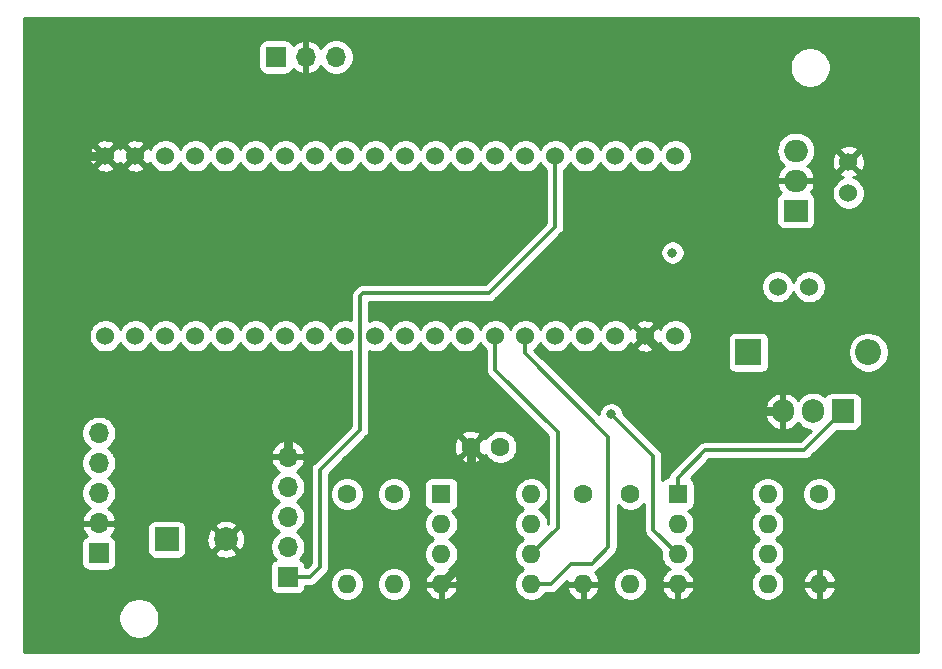
<source format=gbl>
G04 #@! TF.GenerationSoftware,KiCad,Pcbnew,(5.1.9)-1*
G04 #@! TF.CreationDate,2021-07-28T14:53:51+01:00*
G04 #@! TF.ProjectId,Autocroft_node,4175746f-6372-46f6-9674-5f6e6f64652e,rev?*
G04 #@! TF.SameCoordinates,Original*
G04 #@! TF.FileFunction,Copper,L2,Bot*
G04 #@! TF.FilePolarity,Positive*
%FSLAX46Y46*%
G04 Gerber Fmt 4.6, Leading zero omitted, Abs format (unit mm)*
G04 Created by KiCad (PCBNEW (5.1.9)-1) date 2021-07-28 14:53:51*
%MOMM*%
%LPD*%
G01*
G04 APERTURE LIST*
G04 #@! TA.AperFunction,ComponentPad*
%ADD10O,1.700000X1.700000*%
G04 #@! TD*
G04 #@! TA.AperFunction,ComponentPad*
%ADD11R,1.700000X1.700000*%
G04 #@! TD*
G04 #@! TA.AperFunction,ComponentPad*
%ADD12C,1.524000*%
G04 #@! TD*
G04 #@! TA.AperFunction,ComponentPad*
%ADD13R,2.000000X2.000000*%
G04 #@! TD*
G04 #@! TA.AperFunction,ComponentPad*
%ADD14C,2.000000*%
G04 #@! TD*
G04 #@! TA.AperFunction,ComponentPad*
%ADD15C,1.600000*%
G04 #@! TD*
G04 #@! TA.AperFunction,ComponentPad*
%ADD16R,2.200000X2.200000*%
G04 #@! TD*
G04 #@! TA.AperFunction,ComponentPad*
%ADD17O,2.200000X2.200000*%
G04 #@! TD*
G04 #@! TA.AperFunction,ComponentPad*
%ADD18R,1.905000X2.000000*%
G04 #@! TD*
G04 #@! TA.AperFunction,ComponentPad*
%ADD19O,1.905000X2.000000*%
G04 #@! TD*
G04 #@! TA.AperFunction,ComponentPad*
%ADD20O,1.600000X1.600000*%
G04 #@! TD*
G04 #@! TA.AperFunction,ComponentPad*
%ADD21O,2.000000X1.905000*%
G04 #@! TD*
G04 #@! TA.AperFunction,ComponentPad*
%ADD22R,2.000000X1.905000*%
G04 #@! TD*
G04 #@! TA.AperFunction,ComponentPad*
%ADD23R,1.600000X1.600000*%
G04 #@! TD*
G04 #@! TA.AperFunction,ViaPad*
%ADD24C,0.800000*%
G04 #@! TD*
G04 #@! TA.AperFunction,Conductor*
%ADD25C,0.800000*%
G04 #@! TD*
G04 #@! TA.AperFunction,Conductor*
%ADD26C,0.300000*%
G04 #@! TD*
G04 #@! TA.AperFunction,Conductor*
%ADD27C,0.254000*%
G04 #@! TD*
G04 #@! TA.AperFunction,Conductor*
%ADD28C,0.100000*%
G04 #@! TD*
G04 APERTURE END LIST*
D10*
X137000000Y-75840000D03*
X137000000Y-78380000D03*
X137000000Y-80920000D03*
X137000000Y-83460000D03*
D11*
X137000000Y-86000000D03*
D12*
X200460000Y-52857000D03*
X200460000Y-55524000D03*
D13*
X142748000Y-84836000D03*
D14*
X147748000Y-84836000D03*
D15*
X171000000Y-77000000D03*
X168500000Y-77000000D03*
D16*
X192000000Y-69000000D03*
D17*
X202160000Y-69000000D03*
D11*
X152000000Y-44000000D03*
D10*
X154540000Y-44000000D03*
X157080000Y-44000000D03*
D11*
X153000000Y-88000000D03*
D10*
X153000000Y-85460000D03*
X153000000Y-82920000D03*
X153000000Y-80380000D03*
X153000000Y-77840000D03*
D12*
X137540000Y-67620000D03*
X140080000Y-67620000D03*
X142620000Y-67620000D03*
X145160000Y-67620000D03*
X147700000Y-67620000D03*
X150240000Y-67620000D03*
X152780000Y-67620000D03*
X155320000Y-67620000D03*
X157860000Y-67620000D03*
X160400000Y-67620000D03*
X162940000Y-67620000D03*
X165480000Y-67620000D03*
X168020000Y-67620000D03*
X170560000Y-67620000D03*
X173100000Y-67620000D03*
X175640000Y-67620000D03*
X178180000Y-67620000D03*
X180720000Y-67620000D03*
X183260000Y-67620000D03*
X185800000Y-67620000D03*
X185800000Y-52380000D03*
X183260000Y-52380000D03*
X180720000Y-52380000D03*
X178180000Y-52380000D03*
X175640000Y-52380000D03*
X173100000Y-52380000D03*
X170560000Y-52380000D03*
X168020000Y-52380000D03*
X165480000Y-52380000D03*
X162940000Y-52380000D03*
X160400000Y-52380000D03*
X157860000Y-52380000D03*
X155320000Y-52380000D03*
X152780000Y-52380000D03*
X150240000Y-52380000D03*
X147700000Y-52380000D03*
X145160000Y-52380000D03*
X142620000Y-52380000D03*
X140080000Y-52380000D03*
X137540000Y-52380000D03*
X194476000Y-63460000D03*
X197143000Y-63460000D03*
D18*
X200000000Y-74000000D03*
D19*
X197460000Y-74000000D03*
X194920000Y-74000000D03*
D15*
X158000000Y-81000000D03*
D20*
X158000000Y-88620000D03*
X162000000Y-88620000D03*
D15*
X162000000Y-81000000D03*
X198000000Y-81000000D03*
D20*
X198000000Y-88620000D03*
D15*
X182000000Y-81000000D03*
D20*
X182000000Y-88620000D03*
X178000000Y-88620000D03*
D15*
X178000000Y-81000000D03*
D21*
X196000000Y-51920000D03*
X196000000Y-54460000D03*
D22*
X196000000Y-57000000D03*
D20*
X193620000Y-81000000D03*
X186000000Y-88620000D03*
X193620000Y-83540000D03*
X186000000Y-86080000D03*
X193620000Y-86080000D03*
X186000000Y-83540000D03*
X193620000Y-88620000D03*
D23*
X186000000Y-81000000D03*
X166000000Y-81000000D03*
D20*
X173620000Y-88620000D03*
X166000000Y-83540000D03*
X173620000Y-86080000D03*
X166000000Y-86080000D03*
X173620000Y-83540000D03*
X166000000Y-88620000D03*
X173620000Y-81000000D03*
D24*
X134000000Y-44000000D03*
X204000000Y-92000000D03*
X150000000Y-60000000D03*
X169000000Y-45000000D03*
X146000000Y-76000000D03*
X185560000Y-60560000D03*
X180385720Y-74254360D03*
D25*
X168500000Y-86120000D02*
X168500000Y-77000000D01*
X166000000Y-88620000D02*
X168500000Y-86120000D01*
X189640000Y-74000000D02*
X194920000Y-74000000D01*
X183260000Y-67620000D02*
X189640000Y-74000000D01*
X134472680Y-73969880D02*
X151726900Y-73969880D01*
X151726900Y-73969880D02*
X153000000Y-75242980D01*
X131615180Y-71112380D02*
X134472680Y-73969880D01*
X131615180Y-55272940D02*
X131615180Y-71112380D01*
X134508120Y-52380000D02*
X131615180Y-55272940D01*
X153000000Y-75242980D02*
X153000000Y-77840000D01*
X137540000Y-52380000D02*
X134508120Y-52380000D01*
D26*
X154910360Y-88000000D02*
X153000000Y-88000000D01*
X159123380Y-75539600D02*
X155709620Y-78953360D01*
X159123380Y-64259460D02*
X159123380Y-75539600D01*
X155709620Y-87200740D02*
X154910360Y-88000000D01*
X159382840Y-64000000D02*
X159123380Y-64259460D01*
X170000000Y-64000000D02*
X159382840Y-64000000D01*
X175640000Y-58360000D02*
X170000000Y-64000000D01*
X155709620Y-78953360D02*
X155709620Y-87200740D01*
X175640000Y-52380000D02*
X175640000Y-58360000D01*
X170560000Y-67620000D02*
X170560000Y-70481460D01*
X170560000Y-70481460D02*
X175849280Y-75770740D01*
X175849280Y-83850720D02*
X173620000Y-86080000D01*
X175849280Y-75770740D02*
X175849280Y-83850720D01*
X173100000Y-67620000D02*
X173100000Y-69097160D01*
X173100000Y-69097160D02*
X180136800Y-76133960D01*
X180136800Y-76133960D02*
X180136800Y-85471000D01*
X180136800Y-85471000D02*
X178719480Y-86888320D01*
X178719480Y-86888320D02*
X177004980Y-86888320D01*
X175273300Y-88620000D02*
X173620000Y-88620000D01*
X177004980Y-86888320D02*
X175273300Y-88620000D01*
X180385720Y-74254360D02*
X183936640Y-77805280D01*
X183936640Y-84016640D02*
X186000000Y-86080000D01*
X183936640Y-77805280D02*
X183936640Y-84016640D01*
X186000000Y-81000000D02*
X186000000Y-79640820D01*
X186000000Y-79640820D02*
X188351160Y-77289660D01*
X196710340Y-77289660D02*
X200000000Y-74000000D01*
X188351160Y-77289660D02*
X196710340Y-77289660D01*
D27*
X206340001Y-94340000D02*
X130660000Y-94340000D01*
X130660000Y-91360557D01*
X138653340Y-91360557D01*
X138653340Y-91702323D01*
X138720015Y-92037521D01*
X138850803Y-92353271D01*
X139040677Y-92637438D01*
X139282342Y-92879103D01*
X139566509Y-93068977D01*
X139882259Y-93199765D01*
X140217457Y-93266440D01*
X140559223Y-93266440D01*
X140894421Y-93199765D01*
X141210171Y-93068977D01*
X141494338Y-92879103D01*
X141736003Y-92637438D01*
X141925877Y-92353271D01*
X142056665Y-92037521D01*
X142123340Y-91702323D01*
X142123340Y-91360557D01*
X142056665Y-91025359D01*
X141925877Y-90709609D01*
X141736003Y-90425442D01*
X141494338Y-90183777D01*
X141210171Y-89993903D01*
X140894421Y-89863115D01*
X140559223Y-89796440D01*
X140217457Y-89796440D01*
X139882259Y-89863115D01*
X139566509Y-89993903D01*
X139282342Y-90183777D01*
X139040677Y-90425442D01*
X138850803Y-90709609D01*
X138720015Y-91025359D01*
X138653340Y-91360557D01*
X130660000Y-91360557D01*
X130660000Y-85150000D01*
X135511928Y-85150000D01*
X135511928Y-86850000D01*
X135524188Y-86974482D01*
X135560498Y-87094180D01*
X135619463Y-87204494D01*
X135698815Y-87301185D01*
X135795506Y-87380537D01*
X135905820Y-87439502D01*
X136025518Y-87475812D01*
X136150000Y-87488072D01*
X137850000Y-87488072D01*
X137974482Y-87475812D01*
X138094180Y-87439502D01*
X138204494Y-87380537D01*
X138301185Y-87301185D01*
X138380537Y-87204494D01*
X138439502Y-87094180D01*
X138475812Y-86974482D01*
X138488072Y-86850000D01*
X138488072Y-85150000D01*
X138475812Y-85025518D01*
X138439502Y-84905820D01*
X138380537Y-84795506D01*
X138301185Y-84698815D01*
X138204494Y-84619463D01*
X138094180Y-84560498D01*
X138013534Y-84536034D01*
X138097588Y-84460269D01*
X138271641Y-84226920D01*
X138396825Y-83964099D01*
X138435679Y-83836000D01*
X141109928Y-83836000D01*
X141109928Y-85836000D01*
X141122188Y-85960482D01*
X141158498Y-86080180D01*
X141217463Y-86190494D01*
X141296815Y-86287185D01*
X141393506Y-86366537D01*
X141503820Y-86425502D01*
X141623518Y-86461812D01*
X141748000Y-86474072D01*
X143748000Y-86474072D01*
X143872482Y-86461812D01*
X143992180Y-86425502D01*
X144102494Y-86366537D01*
X144199185Y-86287185D01*
X144278537Y-86190494D01*
X144337502Y-86080180D01*
X144370496Y-85971413D01*
X146792192Y-85971413D01*
X146887956Y-86235814D01*
X147177571Y-86376704D01*
X147489108Y-86458384D01*
X147810595Y-86477718D01*
X148129675Y-86433961D01*
X148434088Y-86328795D01*
X148608044Y-86235814D01*
X148703808Y-85971413D01*
X147748000Y-85015605D01*
X146792192Y-85971413D01*
X144370496Y-85971413D01*
X144373812Y-85960482D01*
X144386072Y-85836000D01*
X144386072Y-84898595D01*
X146106282Y-84898595D01*
X146150039Y-85217675D01*
X146255205Y-85522088D01*
X146348186Y-85696044D01*
X146612587Y-85791808D01*
X147568395Y-84836000D01*
X147927605Y-84836000D01*
X148883413Y-85791808D01*
X149147814Y-85696044D01*
X149288704Y-85406429D01*
X149370384Y-85094892D01*
X149389718Y-84773405D01*
X149345961Y-84454325D01*
X149240795Y-84149912D01*
X149147814Y-83975956D01*
X148883413Y-83880192D01*
X147927605Y-84836000D01*
X147568395Y-84836000D01*
X146612587Y-83880192D01*
X146348186Y-83975956D01*
X146207296Y-84265571D01*
X146125616Y-84577108D01*
X146106282Y-84898595D01*
X144386072Y-84898595D01*
X144386072Y-83836000D01*
X144373812Y-83711518D01*
X144370497Y-83700587D01*
X146792192Y-83700587D01*
X147748000Y-84656395D01*
X148703808Y-83700587D01*
X148608044Y-83436186D01*
X148318429Y-83295296D01*
X148006892Y-83213616D01*
X147685405Y-83194282D01*
X147366325Y-83238039D01*
X147061912Y-83343205D01*
X146887956Y-83436186D01*
X146792192Y-83700587D01*
X144370497Y-83700587D01*
X144337502Y-83591820D01*
X144278537Y-83481506D01*
X144199185Y-83384815D01*
X144102494Y-83305463D01*
X143992180Y-83246498D01*
X143872482Y-83210188D01*
X143748000Y-83197928D01*
X141748000Y-83197928D01*
X141623518Y-83210188D01*
X141503820Y-83246498D01*
X141393506Y-83305463D01*
X141296815Y-83384815D01*
X141217463Y-83481506D01*
X141158498Y-83591820D01*
X141122188Y-83711518D01*
X141109928Y-83836000D01*
X138435679Y-83836000D01*
X138441476Y-83816890D01*
X138320155Y-83587000D01*
X137127000Y-83587000D01*
X137127000Y-83607000D01*
X136873000Y-83607000D01*
X136873000Y-83587000D01*
X135679845Y-83587000D01*
X135558524Y-83816890D01*
X135603175Y-83964099D01*
X135728359Y-84226920D01*
X135902412Y-84460269D01*
X135986466Y-84536034D01*
X135905820Y-84560498D01*
X135795506Y-84619463D01*
X135698815Y-84698815D01*
X135619463Y-84795506D01*
X135560498Y-84905820D01*
X135524188Y-85025518D01*
X135511928Y-85150000D01*
X130660000Y-85150000D01*
X130660000Y-75693740D01*
X135515000Y-75693740D01*
X135515000Y-75986260D01*
X135572068Y-76273158D01*
X135684010Y-76543411D01*
X135846525Y-76786632D01*
X136053368Y-76993475D01*
X136227760Y-77110000D01*
X136053368Y-77226525D01*
X135846525Y-77433368D01*
X135684010Y-77676589D01*
X135572068Y-77946842D01*
X135515000Y-78233740D01*
X135515000Y-78526260D01*
X135572068Y-78813158D01*
X135684010Y-79083411D01*
X135846525Y-79326632D01*
X136053368Y-79533475D01*
X136227760Y-79650000D01*
X136053368Y-79766525D01*
X135846525Y-79973368D01*
X135684010Y-80216589D01*
X135572068Y-80486842D01*
X135515000Y-80773740D01*
X135515000Y-81066260D01*
X135572068Y-81353158D01*
X135684010Y-81623411D01*
X135846525Y-81866632D01*
X136053368Y-82073475D01*
X136235534Y-82195195D01*
X136118645Y-82264822D01*
X135902412Y-82459731D01*
X135728359Y-82693080D01*
X135603175Y-82955901D01*
X135558524Y-83103110D01*
X135679845Y-83333000D01*
X136873000Y-83333000D01*
X136873000Y-83313000D01*
X137127000Y-83313000D01*
X137127000Y-83333000D01*
X138320155Y-83333000D01*
X138441476Y-83103110D01*
X138396825Y-82955901D01*
X138271641Y-82693080D01*
X138097588Y-82459731D01*
X137881355Y-82264822D01*
X137764466Y-82195195D01*
X137946632Y-82073475D01*
X138153475Y-81866632D01*
X138315990Y-81623411D01*
X138427932Y-81353158D01*
X138485000Y-81066260D01*
X138485000Y-80773740D01*
X138427932Y-80486842D01*
X138315990Y-80216589D01*
X138153475Y-79973368D01*
X137946632Y-79766525D01*
X137772240Y-79650000D01*
X137946632Y-79533475D01*
X138153475Y-79326632D01*
X138315990Y-79083411D01*
X138427932Y-78813158D01*
X138485000Y-78526260D01*
X138485000Y-78233740D01*
X138427932Y-77946842D01*
X138315990Y-77676589D01*
X138186712Y-77483110D01*
X151558524Y-77483110D01*
X151679845Y-77713000D01*
X152873000Y-77713000D01*
X152873000Y-76519186D01*
X153127000Y-76519186D01*
X153127000Y-77713000D01*
X154320155Y-77713000D01*
X154441476Y-77483110D01*
X154396825Y-77335901D01*
X154271641Y-77073080D01*
X154097588Y-76839731D01*
X153881355Y-76644822D01*
X153631252Y-76495843D01*
X153356891Y-76398519D01*
X153127000Y-76519186D01*
X152873000Y-76519186D01*
X152643109Y-76398519D01*
X152368748Y-76495843D01*
X152118645Y-76644822D01*
X151902412Y-76839731D01*
X151728359Y-77073080D01*
X151603175Y-77335901D01*
X151558524Y-77483110D01*
X138186712Y-77483110D01*
X138153475Y-77433368D01*
X137946632Y-77226525D01*
X137772240Y-77110000D01*
X137946632Y-76993475D01*
X138153475Y-76786632D01*
X138315990Y-76543411D01*
X138427932Y-76273158D01*
X138485000Y-75986260D01*
X138485000Y-75693740D01*
X138427932Y-75406842D01*
X138315990Y-75136589D01*
X138153475Y-74893368D01*
X137946632Y-74686525D01*
X137703411Y-74524010D01*
X137433158Y-74412068D01*
X137146260Y-74355000D01*
X136853740Y-74355000D01*
X136566842Y-74412068D01*
X136296589Y-74524010D01*
X136053368Y-74686525D01*
X135846525Y-74893368D01*
X135684010Y-75136589D01*
X135572068Y-75406842D01*
X135515000Y-75693740D01*
X130660000Y-75693740D01*
X130660000Y-67482408D01*
X136143000Y-67482408D01*
X136143000Y-67757592D01*
X136196686Y-68027490D01*
X136301995Y-68281727D01*
X136454880Y-68510535D01*
X136649465Y-68705120D01*
X136878273Y-68858005D01*
X137132510Y-68963314D01*
X137402408Y-69017000D01*
X137677592Y-69017000D01*
X137947490Y-68963314D01*
X138201727Y-68858005D01*
X138430535Y-68705120D01*
X138625120Y-68510535D01*
X138778005Y-68281727D01*
X138810000Y-68204485D01*
X138841995Y-68281727D01*
X138994880Y-68510535D01*
X139189465Y-68705120D01*
X139418273Y-68858005D01*
X139672510Y-68963314D01*
X139942408Y-69017000D01*
X140217592Y-69017000D01*
X140487490Y-68963314D01*
X140741727Y-68858005D01*
X140970535Y-68705120D01*
X141165120Y-68510535D01*
X141318005Y-68281727D01*
X141350000Y-68204485D01*
X141381995Y-68281727D01*
X141534880Y-68510535D01*
X141729465Y-68705120D01*
X141958273Y-68858005D01*
X142212510Y-68963314D01*
X142482408Y-69017000D01*
X142757592Y-69017000D01*
X143027490Y-68963314D01*
X143281727Y-68858005D01*
X143510535Y-68705120D01*
X143705120Y-68510535D01*
X143858005Y-68281727D01*
X143890000Y-68204485D01*
X143921995Y-68281727D01*
X144074880Y-68510535D01*
X144269465Y-68705120D01*
X144498273Y-68858005D01*
X144752510Y-68963314D01*
X145022408Y-69017000D01*
X145297592Y-69017000D01*
X145567490Y-68963314D01*
X145821727Y-68858005D01*
X146050535Y-68705120D01*
X146245120Y-68510535D01*
X146398005Y-68281727D01*
X146430000Y-68204485D01*
X146461995Y-68281727D01*
X146614880Y-68510535D01*
X146809465Y-68705120D01*
X147038273Y-68858005D01*
X147292510Y-68963314D01*
X147562408Y-69017000D01*
X147837592Y-69017000D01*
X148107490Y-68963314D01*
X148361727Y-68858005D01*
X148590535Y-68705120D01*
X148785120Y-68510535D01*
X148938005Y-68281727D01*
X148970000Y-68204485D01*
X149001995Y-68281727D01*
X149154880Y-68510535D01*
X149349465Y-68705120D01*
X149578273Y-68858005D01*
X149832510Y-68963314D01*
X150102408Y-69017000D01*
X150377592Y-69017000D01*
X150647490Y-68963314D01*
X150901727Y-68858005D01*
X151130535Y-68705120D01*
X151325120Y-68510535D01*
X151478005Y-68281727D01*
X151510000Y-68204485D01*
X151541995Y-68281727D01*
X151694880Y-68510535D01*
X151889465Y-68705120D01*
X152118273Y-68858005D01*
X152372510Y-68963314D01*
X152642408Y-69017000D01*
X152917592Y-69017000D01*
X153187490Y-68963314D01*
X153441727Y-68858005D01*
X153670535Y-68705120D01*
X153865120Y-68510535D01*
X154018005Y-68281727D01*
X154050000Y-68204485D01*
X154081995Y-68281727D01*
X154234880Y-68510535D01*
X154429465Y-68705120D01*
X154658273Y-68858005D01*
X154912510Y-68963314D01*
X155182408Y-69017000D01*
X155457592Y-69017000D01*
X155727490Y-68963314D01*
X155981727Y-68858005D01*
X156210535Y-68705120D01*
X156405120Y-68510535D01*
X156558005Y-68281727D01*
X156590000Y-68204485D01*
X156621995Y-68281727D01*
X156774880Y-68510535D01*
X156969465Y-68705120D01*
X157198273Y-68858005D01*
X157452510Y-68963314D01*
X157722408Y-69017000D01*
X157997592Y-69017000D01*
X158267490Y-68963314D01*
X158338380Y-68933950D01*
X158338381Y-75214442D01*
X155181810Y-78371013D01*
X155151856Y-78395596D01*
X155053758Y-78515128D01*
X154980866Y-78651501D01*
X154935979Y-78799474D01*
X154924620Y-78914800D01*
X154924620Y-78914807D01*
X154920823Y-78953360D01*
X154924620Y-78991913D01*
X154924621Y-86875581D01*
X154585203Y-87215000D01*
X154488072Y-87215000D01*
X154488072Y-87150000D01*
X154475812Y-87025518D01*
X154439502Y-86905820D01*
X154380537Y-86795506D01*
X154301185Y-86698815D01*
X154204494Y-86619463D01*
X154094180Y-86560498D01*
X154021620Y-86538487D01*
X154153475Y-86406632D01*
X154315990Y-86163411D01*
X154427932Y-85893158D01*
X154485000Y-85606260D01*
X154485000Y-85313740D01*
X154427932Y-85026842D01*
X154315990Y-84756589D01*
X154153475Y-84513368D01*
X153946632Y-84306525D01*
X153772240Y-84190000D01*
X153946632Y-84073475D01*
X154153475Y-83866632D01*
X154315990Y-83623411D01*
X154427932Y-83353158D01*
X154485000Y-83066260D01*
X154485000Y-82773740D01*
X154427932Y-82486842D01*
X154315990Y-82216589D01*
X154153475Y-81973368D01*
X153946632Y-81766525D01*
X153772240Y-81650000D01*
X153946632Y-81533475D01*
X154153475Y-81326632D01*
X154315990Y-81083411D01*
X154427932Y-80813158D01*
X154485000Y-80526260D01*
X154485000Y-80233740D01*
X154427932Y-79946842D01*
X154315990Y-79676589D01*
X154153475Y-79433368D01*
X153946632Y-79226525D01*
X153764466Y-79104805D01*
X153881355Y-79035178D01*
X154097588Y-78840269D01*
X154271641Y-78606920D01*
X154396825Y-78344099D01*
X154441476Y-78196890D01*
X154320155Y-77967000D01*
X153127000Y-77967000D01*
X153127000Y-77987000D01*
X152873000Y-77987000D01*
X152873000Y-77967000D01*
X151679845Y-77967000D01*
X151558524Y-78196890D01*
X151603175Y-78344099D01*
X151728359Y-78606920D01*
X151902412Y-78840269D01*
X152118645Y-79035178D01*
X152235534Y-79104805D01*
X152053368Y-79226525D01*
X151846525Y-79433368D01*
X151684010Y-79676589D01*
X151572068Y-79946842D01*
X151515000Y-80233740D01*
X151515000Y-80526260D01*
X151572068Y-80813158D01*
X151684010Y-81083411D01*
X151846525Y-81326632D01*
X152053368Y-81533475D01*
X152227760Y-81650000D01*
X152053368Y-81766525D01*
X151846525Y-81973368D01*
X151684010Y-82216589D01*
X151572068Y-82486842D01*
X151515000Y-82773740D01*
X151515000Y-83066260D01*
X151572068Y-83353158D01*
X151684010Y-83623411D01*
X151846525Y-83866632D01*
X152053368Y-84073475D01*
X152227760Y-84190000D01*
X152053368Y-84306525D01*
X151846525Y-84513368D01*
X151684010Y-84756589D01*
X151572068Y-85026842D01*
X151515000Y-85313740D01*
X151515000Y-85606260D01*
X151572068Y-85893158D01*
X151684010Y-86163411D01*
X151846525Y-86406632D01*
X151978380Y-86538487D01*
X151905820Y-86560498D01*
X151795506Y-86619463D01*
X151698815Y-86698815D01*
X151619463Y-86795506D01*
X151560498Y-86905820D01*
X151524188Y-87025518D01*
X151511928Y-87150000D01*
X151511928Y-88850000D01*
X151524188Y-88974482D01*
X151560498Y-89094180D01*
X151619463Y-89204494D01*
X151698815Y-89301185D01*
X151795506Y-89380537D01*
X151905820Y-89439502D01*
X152025518Y-89475812D01*
X152150000Y-89488072D01*
X153850000Y-89488072D01*
X153974482Y-89475812D01*
X154094180Y-89439502D01*
X154204494Y-89380537D01*
X154301185Y-89301185D01*
X154380537Y-89204494D01*
X154439502Y-89094180D01*
X154475812Y-88974482D01*
X154488072Y-88850000D01*
X154488072Y-88785000D01*
X154871807Y-88785000D01*
X154910360Y-88788797D01*
X154948913Y-88785000D01*
X154948921Y-88785000D01*
X155064247Y-88773641D01*
X155212220Y-88728754D01*
X155348593Y-88655862D01*
X155468124Y-88557764D01*
X155492707Y-88527810D01*
X155541852Y-88478665D01*
X156565000Y-88478665D01*
X156565000Y-88761335D01*
X156620147Y-89038574D01*
X156728320Y-89299727D01*
X156885363Y-89534759D01*
X157085241Y-89734637D01*
X157320273Y-89891680D01*
X157581426Y-89999853D01*
X157858665Y-90055000D01*
X158141335Y-90055000D01*
X158418574Y-89999853D01*
X158679727Y-89891680D01*
X158914759Y-89734637D01*
X159114637Y-89534759D01*
X159271680Y-89299727D01*
X159379853Y-89038574D01*
X159435000Y-88761335D01*
X159435000Y-88478665D01*
X160565000Y-88478665D01*
X160565000Y-88761335D01*
X160620147Y-89038574D01*
X160728320Y-89299727D01*
X160885363Y-89534759D01*
X161085241Y-89734637D01*
X161320273Y-89891680D01*
X161581426Y-89999853D01*
X161858665Y-90055000D01*
X162141335Y-90055000D01*
X162418574Y-89999853D01*
X162679727Y-89891680D01*
X162914759Y-89734637D01*
X163114637Y-89534759D01*
X163271680Y-89299727D01*
X163379853Y-89038574D01*
X163393684Y-88969039D01*
X164608096Y-88969039D01*
X164648754Y-89103087D01*
X164768963Y-89357420D01*
X164936481Y-89583414D01*
X165144869Y-89772385D01*
X165386119Y-89917070D01*
X165650960Y-90011909D01*
X165873000Y-89890624D01*
X165873000Y-88747000D01*
X166127000Y-88747000D01*
X166127000Y-89890624D01*
X166349040Y-90011909D01*
X166613881Y-89917070D01*
X166855131Y-89772385D01*
X167063519Y-89583414D01*
X167231037Y-89357420D01*
X167351246Y-89103087D01*
X167391904Y-88969039D01*
X167269915Y-88747000D01*
X166127000Y-88747000D01*
X165873000Y-88747000D01*
X164730085Y-88747000D01*
X164608096Y-88969039D01*
X163393684Y-88969039D01*
X163435000Y-88761335D01*
X163435000Y-88478665D01*
X163379853Y-88201426D01*
X163271680Y-87940273D01*
X163114637Y-87705241D01*
X162914759Y-87505363D01*
X162679727Y-87348320D01*
X162418574Y-87240147D01*
X162141335Y-87185000D01*
X161858665Y-87185000D01*
X161581426Y-87240147D01*
X161320273Y-87348320D01*
X161085241Y-87505363D01*
X160885363Y-87705241D01*
X160728320Y-87940273D01*
X160620147Y-88201426D01*
X160565000Y-88478665D01*
X159435000Y-88478665D01*
X159379853Y-88201426D01*
X159271680Y-87940273D01*
X159114637Y-87705241D01*
X158914759Y-87505363D01*
X158679727Y-87348320D01*
X158418574Y-87240147D01*
X158141335Y-87185000D01*
X157858665Y-87185000D01*
X157581426Y-87240147D01*
X157320273Y-87348320D01*
X157085241Y-87505363D01*
X156885363Y-87705241D01*
X156728320Y-87940273D01*
X156620147Y-88201426D01*
X156565000Y-88478665D01*
X155541852Y-88478665D01*
X156237435Y-87783083D01*
X156267384Y-87758504D01*
X156311097Y-87705241D01*
X156316924Y-87698140D01*
X156365482Y-87638973D01*
X156438374Y-87502600D01*
X156483261Y-87354627D01*
X156494620Y-87239301D01*
X156494620Y-87239294D01*
X156498417Y-87200741D01*
X156494620Y-87162188D01*
X156494620Y-80858665D01*
X156565000Y-80858665D01*
X156565000Y-81141335D01*
X156620147Y-81418574D01*
X156728320Y-81679727D01*
X156885363Y-81914759D01*
X157085241Y-82114637D01*
X157320273Y-82271680D01*
X157581426Y-82379853D01*
X157858665Y-82435000D01*
X158141335Y-82435000D01*
X158418574Y-82379853D01*
X158679727Y-82271680D01*
X158914759Y-82114637D01*
X159114637Y-81914759D01*
X159271680Y-81679727D01*
X159379853Y-81418574D01*
X159435000Y-81141335D01*
X159435000Y-80858665D01*
X160565000Y-80858665D01*
X160565000Y-81141335D01*
X160620147Y-81418574D01*
X160728320Y-81679727D01*
X160885363Y-81914759D01*
X161085241Y-82114637D01*
X161320273Y-82271680D01*
X161581426Y-82379853D01*
X161858665Y-82435000D01*
X162141335Y-82435000D01*
X162418574Y-82379853D01*
X162679727Y-82271680D01*
X162914759Y-82114637D01*
X163114637Y-81914759D01*
X163271680Y-81679727D01*
X163379853Y-81418574D01*
X163435000Y-81141335D01*
X163435000Y-80858665D01*
X163379853Y-80581426D01*
X163271680Y-80320273D01*
X163191317Y-80200000D01*
X164561928Y-80200000D01*
X164561928Y-81800000D01*
X164574188Y-81924482D01*
X164610498Y-82044180D01*
X164669463Y-82154494D01*
X164748815Y-82251185D01*
X164845506Y-82330537D01*
X164955820Y-82389502D01*
X165075518Y-82425812D01*
X165083961Y-82426643D01*
X164885363Y-82625241D01*
X164728320Y-82860273D01*
X164620147Y-83121426D01*
X164565000Y-83398665D01*
X164565000Y-83681335D01*
X164620147Y-83958574D01*
X164728320Y-84219727D01*
X164885363Y-84454759D01*
X165085241Y-84654637D01*
X165317759Y-84810000D01*
X165085241Y-84965363D01*
X164885363Y-85165241D01*
X164728320Y-85400273D01*
X164620147Y-85661426D01*
X164565000Y-85938665D01*
X164565000Y-86221335D01*
X164620147Y-86498574D01*
X164728320Y-86759727D01*
X164885363Y-86994759D01*
X165085241Y-87194637D01*
X165320273Y-87351680D01*
X165330865Y-87356067D01*
X165144869Y-87467615D01*
X164936481Y-87656586D01*
X164768963Y-87882580D01*
X164648754Y-88136913D01*
X164608096Y-88270961D01*
X164730085Y-88493000D01*
X165873000Y-88493000D01*
X165873000Y-88473000D01*
X166127000Y-88473000D01*
X166127000Y-88493000D01*
X167269915Y-88493000D01*
X167391904Y-88270961D01*
X167351246Y-88136913D01*
X167231037Y-87882580D01*
X167063519Y-87656586D01*
X166855131Y-87467615D01*
X166669135Y-87356067D01*
X166679727Y-87351680D01*
X166914759Y-87194637D01*
X167114637Y-86994759D01*
X167271680Y-86759727D01*
X167379853Y-86498574D01*
X167435000Y-86221335D01*
X167435000Y-85938665D01*
X167379853Y-85661426D01*
X167271680Y-85400273D01*
X167114637Y-85165241D01*
X166914759Y-84965363D01*
X166682241Y-84810000D01*
X166914759Y-84654637D01*
X167114637Y-84454759D01*
X167271680Y-84219727D01*
X167379853Y-83958574D01*
X167435000Y-83681335D01*
X167435000Y-83398665D01*
X167379853Y-83121426D01*
X167271680Y-82860273D01*
X167114637Y-82625241D01*
X166916039Y-82426643D01*
X166924482Y-82425812D01*
X167044180Y-82389502D01*
X167154494Y-82330537D01*
X167251185Y-82251185D01*
X167330537Y-82154494D01*
X167389502Y-82044180D01*
X167425812Y-81924482D01*
X167438072Y-81800000D01*
X167438072Y-80200000D01*
X167425812Y-80075518D01*
X167389502Y-79955820D01*
X167330537Y-79845506D01*
X167251185Y-79748815D01*
X167154494Y-79669463D01*
X167044180Y-79610498D01*
X166924482Y-79574188D01*
X166800000Y-79561928D01*
X165200000Y-79561928D01*
X165075518Y-79574188D01*
X164955820Y-79610498D01*
X164845506Y-79669463D01*
X164748815Y-79748815D01*
X164669463Y-79845506D01*
X164610498Y-79955820D01*
X164574188Y-80075518D01*
X164561928Y-80200000D01*
X163191317Y-80200000D01*
X163114637Y-80085241D01*
X162914759Y-79885363D01*
X162679727Y-79728320D01*
X162418574Y-79620147D01*
X162141335Y-79565000D01*
X161858665Y-79565000D01*
X161581426Y-79620147D01*
X161320273Y-79728320D01*
X161085241Y-79885363D01*
X160885363Y-80085241D01*
X160728320Y-80320273D01*
X160620147Y-80581426D01*
X160565000Y-80858665D01*
X159435000Y-80858665D01*
X159379853Y-80581426D01*
X159271680Y-80320273D01*
X159114637Y-80085241D01*
X158914759Y-79885363D01*
X158679727Y-79728320D01*
X158418574Y-79620147D01*
X158141335Y-79565000D01*
X157858665Y-79565000D01*
X157581426Y-79620147D01*
X157320273Y-79728320D01*
X157085241Y-79885363D01*
X156885363Y-80085241D01*
X156728320Y-80320273D01*
X156620147Y-80581426D01*
X156565000Y-80858665D01*
X156494620Y-80858665D01*
X156494620Y-79278517D01*
X157780435Y-77992702D01*
X167686903Y-77992702D01*
X167758486Y-78236671D01*
X168013996Y-78357571D01*
X168288184Y-78426300D01*
X168570512Y-78440217D01*
X168850130Y-78398787D01*
X169116292Y-78303603D01*
X169241514Y-78236671D01*
X169313097Y-77992702D01*
X168500000Y-77179605D01*
X167686903Y-77992702D01*
X157780435Y-77992702D01*
X158702625Y-77070512D01*
X167059783Y-77070512D01*
X167101213Y-77350130D01*
X167196397Y-77616292D01*
X167263329Y-77741514D01*
X167507298Y-77813097D01*
X168320395Y-77000000D01*
X168679605Y-77000000D01*
X169492702Y-77813097D01*
X169736671Y-77741514D01*
X169750324Y-77712659D01*
X169885363Y-77914759D01*
X170085241Y-78114637D01*
X170320273Y-78271680D01*
X170581426Y-78379853D01*
X170858665Y-78435000D01*
X171141335Y-78435000D01*
X171418574Y-78379853D01*
X171679727Y-78271680D01*
X171914759Y-78114637D01*
X172114637Y-77914759D01*
X172271680Y-77679727D01*
X172379853Y-77418574D01*
X172435000Y-77141335D01*
X172435000Y-76858665D01*
X172379853Y-76581426D01*
X172271680Y-76320273D01*
X172114637Y-76085241D01*
X171914759Y-75885363D01*
X171679727Y-75728320D01*
X171418574Y-75620147D01*
X171141335Y-75565000D01*
X170858665Y-75565000D01*
X170581426Y-75620147D01*
X170320273Y-75728320D01*
X170085241Y-75885363D01*
X169885363Y-76085241D01*
X169751308Y-76285869D01*
X169736671Y-76258486D01*
X169492702Y-76186903D01*
X168679605Y-77000000D01*
X168320395Y-77000000D01*
X167507298Y-76186903D01*
X167263329Y-76258486D01*
X167142429Y-76513996D01*
X167073700Y-76788184D01*
X167059783Y-77070512D01*
X158702625Y-77070512D01*
X159651190Y-76121947D01*
X159681144Y-76097364D01*
X159755060Y-76007298D01*
X167686903Y-76007298D01*
X168500000Y-76820395D01*
X169313097Y-76007298D01*
X169241514Y-75763329D01*
X168986004Y-75642429D01*
X168711816Y-75573700D01*
X168429488Y-75559783D01*
X168149870Y-75601213D01*
X167883708Y-75696397D01*
X167758486Y-75763329D01*
X167686903Y-76007298D01*
X159755060Y-76007298D01*
X159779242Y-75977833D01*
X159852134Y-75841460D01*
X159885284Y-75732180D01*
X159897022Y-75693487D01*
X159905044Y-75612030D01*
X159908380Y-75578161D01*
X159908380Y-75578156D01*
X159912177Y-75539600D01*
X159908380Y-75501044D01*
X159908380Y-68928466D01*
X159992510Y-68963314D01*
X160262408Y-69017000D01*
X160537592Y-69017000D01*
X160807490Y-68963314D01*
X161061727Y-68858005D01*
X161290535Y-68705120D01*
X161485120Y-68510535D01*
X161638005Y-68281727D01*
X161670000Y-68204485D01*
X161701995Y-68281727D01*
X161854880Y-68510535D01*
X162049465Y-68705120D01*
X162278273Y-68858005D01*
X162532510Y-68963314D01*
X162802408Y-69017000D01*
X163077592Y-69017000D01*
X163347490Y-68963314D01*
X163601727Y-68858005D01*
X163830535Y-68705120D01*
X164025120Y-68510535D01*
X164178005Y-68281727D01*
X164210000Y-68204485D01*
X164241995Y-68281727D01*
X164394880Y-68510535D01*
X164589465Y-68705120D01*
X164818273Y-68858005D01*
X165072510Y-68963314D01*
X165342408Y-69017000D01*
X165617592Y-69017000D01*
X165887490Y-68963314D01*
X166141727Y-68858005D01*
X166370535Y-68705120D01*
X166565120Y-68510535D01*
X166718005Y-68281727D01*
X166750000Y-68204485D01*
X166781995Y-68281727D01*
X166934880Y-68510535D01*
X167129465Y-68705120D01*
X167358273Y-68858005D01*
X167612510Y-68963314D01*
X167882408Y-69017000D01*
X168157592Y-69017000D01*
X168427490Y-68963314D01*
X168681727Y-68858005D01*
X168910535Y-68705120D01*
X169105120Y-68510535D01*
X169258005Y-68281727D01*
X169290000Y-68204485D01*
X169321995Y-68281727D01*
X169474880Y-68510535D01*
X169669465Y-68705120D01*
X169775000Y-68775637D01*
X169775001Y-70442897D01*
X169771203Y-70481460D01*
X169786359Y-70635346D01*
X169831246Y-70783319D01*
X169831247Y-70783320D01*
X169904139Y-70919693D01*
X169944690Y-70969104D01*
X169977655Y-71009272D01*
X169977659Y-71009276D01*
X170002237Y-71039224D01*
X170032185Y-71063802D01*
X175064280Y-76095897D01*
X175064281Y-83525561D01*
X175055000Y-83534842D01*
X175055000Y-83398665D01*
X174999853Y-83121426D01*
X174891680Y-82860273D01*
X174734637Y-82625241D01*
X174534759Y-82425363D01*
X174302241Y-82270000D01*
X174534759Y-82114637D01*
X174734637Y-81914759D01*
X174891680Y-81679727D01*
X174999853Y-81418574D01*
X175055000Y-81141335D01*
X175055000Y-80858665D01*
X174999853Y-80581426D01*
X174891680Y-80320273D01*
X174734637Y-80085241D01*
X174534759Y-79885363D01*
X174299727Y-79728320D01*
X174038574Y-79620147D01*
X173761335Y-79565000D01*
X173478665Y-79565000D01*
X173201426Y-79620147D01*
X172940273Y-79728320D01*
X172705241Y-79885363D01*
X172505363Y-80085241D01*
X172348320Y-80320273D01*
X172240147Y-80581426D01*
X172185000Y-80858665D01*
X172185000Y-81141335D01*
X172240147Y-81418574D01*
X172348320Y-81679727D01*
X172505363Y-81914759D01*
X172705241Y-82114637D01*
X172937759Y-82270000D01*
X172705241Y-82425363D01*
X172505363Y-82625241D01*
X172348320Y-82860273D01*
X172240147Y-83121426D01*
X172185000Y-83398665D01*
X172185000Y-83681335D01*
X172240147Y-83958574D01*
X172348320Y-84219727D01*
X172505363Y-84454759D01*
X172705241Y-84654637D01*
X172937759Y-84810000D01*
X172705241Y-84965363D01*
X172505363Y-85165241D01*
X172348320Y-85400273D01*
X172240147Y-85661426D01*
X172185000Y-85938665D01*
X172185000Y-86221335D01*
X172240147Y-86498574D01*
X172348320Y-86759727D01*
X172505363Y-86994759D01*
X172705241Y-87194637D01*
X172937759Y-87350000D01*
X172705241Y-87505363D01*
X172505363Y-87705241D01*
X172348320Y-87940273D01*
X172240147Y-88201426D01*
X172185000Y-88478665D01*
X172185000Y-88761335D01*
X172240147Y-89038574D01*
X172348320Y-89299727D01*
X172505363Y-89534759D01*
X172705241Y-89734637D01*
X172940273Y-89891680D01*
X173201426Y-89999853D01*
X173478665Y-90055000D01*
X173761335Y-90055000D01*
X174038574Y-89999853D01*
X174299727Y-89891680D01*
X174534759Y-89734637D01*
X174734637Y-89534759D01*
X174821339Y-89405000D01*
X175234747Y-89405000D01*
X175273300Y-89408797D01*
X175311853Y-89405000D01*
X175311861Y-89405000D01*
X175427187Y-89393641D01*
X175575160Y-89348754D01*
X175711533Y-89275862D01*
X175831064Y-89177764D01*
X175855647Y-89147810D01*
X176034417Y-88969040D01*
X176608091Y-88969040D01*
X176702930Y-89233881D01*
X176847615Y-89475131D01*
X177036586Y-89683519D01*
X177262580Y-89851037D01*
X177516913Y-89971246D01*
X177650961Y-90011904D01*
X177873000Y-89889915D01*
X177873000Y-88747000D01*
X178127000Y-88747000D01*
X178127000Y-89889915D01*
X178349039Y-90011904D01*
X178483087Y-89971246D01*
X178737420Y-89851037D01*
X178963414Y-89683519D01*
X179152385Y-89475131D01*
X179297070Y-89233881D01*
X179391909Y-88969040D01*
X179270624Y-88747000D01*
X178127000Y-88747000D01*
X177873000Y-88747000D01*
X176729376Y-88747000D01*
X176608091Y-88969040D01*
X176034417Y-88969040D01*
X176652040Y-88351418D01*
X176729376Y-88493000D01*
X177873000Y-88493000D01*
X177873000Y-88473000D01*
X178127000Y-88473000D01*
X178127000Y-88493000D01*
X179270624Y-88493000D01*
X179278454Y-88478665D01*
X180565000Y-88478665D01*
X180565000Y-88761335D01*
X180620147Y-89038574D01*
X180728320Y-89299727D01*
X180885363Y-89534759D01*
X181085241Y-89734637D01*
X181320273Y-89891680D01*
X181581426Y-89999853D01*
X181858665Y-90055000D01*
X182141335Y-90055000D01*
X182418574Y-89999853D01*
X182679727Y-89891680D01*
X182914759Y-89734637D01*
X183114637Y-89534759D01*
X183271680Y-89299727D01*
X183379853Y-89038574D01*
X183393684Y-88969039D01*
X184608096Y-88969039D01*
X184648754Y-89103087D01*
X184768963Y-89357420D01*
X184936481Y-89583414D01*
X185144869Y-89772385D01*
X185386119Y-89917070D01*
X185650960Y-90011909D01*
X185873000Y-89890624D01*
X185873000Y-88747000D01*
X186127000Y-88747000D01*
X186127000Y-89890624D01*
X186349040Y-90011909D01*
X186613881Y-89917070D01*
X186855131Y-89772385D01*
X187063519Y-89583414D01*
X187231037Y-89357420D01*
X187351246Y-89103087D01*
X187391904Y-88969039D01*
X187269915Y-88747000D01*
X186127000Y-88747000D01*
X185873000Y-88747000D01*
X184730085Y-88747000D01*
X184608096Y-88969039D01*
X183393684Y-88969039D01*
X183435000Y-88761335D01*
X183435000Y-88478665D01*
X183379853Y-88201426D01*
X183271680Y-87940273D01*
X183114637Y-87705241D01*
X182914759Y-87505363D01*
X182679727Y-87348320D01*
X182418574Y-87240147D01*
X182141335Y-87185000D01*
X181858665Y-87185000D01*
X181581426Y-87240147D01*
X181320273Y-87348320D01*
X181085241Y-87505363D01*
X180885363Y-87705241D01*
X180728320Y-87940273D01*
X180620147Y-88201426D01*
X180565000Y-88478665D01*
X179278454Y-88478665D01*
X179391909Y-88270960D01*
X179297070Y-88006119D01*
X179152385Y-87764869D01*
X179019004Y-87617783D01*
X179021340Y-87617074D01*
X179157713Y-87544182D01*
X179277244Y-87446084D01*
X179301827Y-87416130D01*
X180664616Y-86053342D01*
X180694564Y-86028764D01*
X180792662Y-85909233D01*
X180865554Y-85772860D01*
X180910441Y-85624887D01*
X180921800Y-85509561D01*
X180921800Y-85509554D01*
X180925597Y-85471001D01*
X180921800Y-85432448D01*
X180921800Y-81951196D01*
X181085241Y-82114637D01*
X181320273Y-82271680D01*
X181581426Y-82379853D01*
X181858665Y-82435000D01*
X182141335Y-82435000D01*
X182418574Y-82379853D01*
X182679727Y-82271680D01*
X182914759Y-82114637D01*
X183114637Y-81914759D01*
X183151641Y-81859379D01*
X183151641Y-83978077D01*
X183147843Y-84016640D01*
X183162999Y-84170526D01*
X183207886Y-84318499D01*
X183239975Y-84378533D01*
X183280779Y-84454873D01*
X183321330Y-84504284D01*
X183354295Y-84544452D01*
X183354299Y-84544456D01*
X183378877Y-84574404D01*
X183408825Y-84598982D01*
X184595446Y-85785603D01*
X184565000Y-85938665D01*
X184565000Y-86221335D01*
X184620147Y-86498574D01*
X184728320Y-86759727D01*
X184885363Y-86994759D01*
X185085241Y-87194637D01*
X185320273Y-87351680D01*
X185330865Y-87356067D01*
X185144869Y-87467615D01*
X184936481Y-87656586D01*
X184768963Y-87882580D01*
X184648754Y-88136913D01*
X184608096Y-88270961D01*
X184730085Y-88493000D01*
X185873000Y-88493000D01*
X185873000Y-88473000D01*
X186127000Y-88473000D01*
X186127000Y-88493000D01*
X187269915Y-88493000D01*
X187391904Y-88270961D01*
X187351246Y-88136913D01*
X187231037Y-87882580D01*
X187063519Y-87656586D01*
X186855131Y-87467615D01*
X186669135Y-87356067D01*
X186679727Y-87351680D01*
X186914759Y-87194637D01*
X187114637Y-86994759D01*
X187271680Y-86759727D01*
X187379853Y-86498574D01*
X187435000Y-86221335D01*
X187435000Y-85938665D01*
X187379853Y-85661426D01*
X187271680Y-85400273D01*
X187114637Y-85165241D01*
X186914759Y-84965363D01*
X186682241Y-84810000D01*
X186914759Y-84654637D01*
X187114637Y-84454759D01*
X187271680Y-84219727D01*
X187379853Y-83958574D01*
X187435000Y-83681335D01*
X187435000Y-83398665D01*
X187379853Y-83121426D01*
X187271680Y-82860273D01*
X187114637Y-82625241D01*
X186916039Y-82426643D01*
X186924482Y-82425812D01*
X187044180Y-82389502D01*
X187154494Y-82330537D01*
X187251185Y-82251185D01*
X187330537Y-82154494D01*
X187389502Y-82044180D01*
X187425812Y-81924482D01*
X187438072Y-81800000D01*
X187438072Y-80858665D01*
X192185000Y-80858665D01*
X192185000Y-81141335D01*
X192240147Y-81418574D01*
X192348320Y-81679727D01*
X192505363Y-81914759D01*
X192705241Y-82114637D01*
X192937759Y-82270000D01*
X192705241Y-82425363D01*
X192505363Y-82625241D01*
X192348320Y-82860273D01*
X192240147Y-83121426D01*
X192185000Y-83398665D01*
X192185000Y-83681335D01*
X192240147Y-83958574D01*
X192348320Y-84219727D01*
X192505363Y-84454759D01*
X192705241Y-84654637D01*
X192937759Y-84810000D01*
X192705241Y-84965363D01*
X192505363Y-85165241D01*
X192348320Y-85400273D01*
X192240147Y-85661426D01*
X192185000Y-85938665D01*
X192185000Y-86221335D01*
X192240147Y-86498574D01*
X192348320Y-86759727D01*
X192505363Y-86994759D01*
X192705241Y-87194637D01*
X192937759Y-87350000D01*
X192705241Y-87505363D01*
X192505363Y-87705241D01*
X192348320Y-87940273D01*
X192240147Y-88201426D01*
X192185000Y-88478665D01*
X192185000Y-88761335D01*
X192240147Y-89038574D01*
X192348320Y-89299727D01*
X192505363Y-89534759D01*
X192705241Y-89734637D01*
X192940273Y-89891680D01*
X193201426Y-89999853D01*
X193478665Y-90055000D01*
X193761335Y-90055000D01*
X194038574Y-89999853D01*
X194299727Y-89891680D01*
X194534759Y-89734637D01*
X194734637Y-89534759D01*
X194891680Y-89299727D01*
X194999853Y-89038574D01*
X195013684Y-88969040D01*
X196608091Y-88969040D01*
X196702930Y-89233881D01*
X196847615Y-89475131D01*
X197036586Y-89683519D01*
X197262580Y-89851037D01*
X197516913Y-89971246D01*
X197650961Y-90011904D01*
X197873000Y-89889915D01*
X197873000Y-88747000D01*
X198127000Y-88747000D01*
X198127000Y-89889915D01*
X198349039Y-90011904D01*
X198483087Y-89971246D01*
X198737420Y-89851037D01*
X198963414Y-89683519D01*
X199152385Y-89475131D01*
X199297070Y-89233881D01*
X199391909Y-88969040D01*
X199270624Y-88747000D01*
X198127000Y-88747000D01*
X197873000Y-88747000D01*
X196729376Y-88747000D01*
X196608091Y-88969040D01*
X195013684Y-88969040D01*
X195055000Y-88761335D01*
X195055000Y-88478665D01*
X195013685Y-88270960D01*
X196608091Y-88270960D01*
X196729376Y-88493000D01*
X197873000Y-88493000D01*
X197873000Y-87350085D01*
X198127000Y-87350085D01*
X198127000Y-88493000D01*
X199270624Y-88493000D01*
X199391909Y-88270960D01*
X199297070Y-88006119D01*
X199152385Y-87764869D01*
X198963414Y-87556481D01*
X198737420Y-87388963D01*
X198483087Y-87268754D01*
X198349039Y-87228096D01*
X198127000Y-87350085D01*
X197873000Y-87350085D01*
X197650961Y-87228096D01*
X197516913Y-87268754D01*
X197262580Y-87388963D01*
X197036586Y-87556481D01*
X196847615Y-87764869D01*
X196702930Y-88006119D01*
X196608091Y-88270960D01*
X195013685Y-88270960D01*
X194999853Y-88201426D01*
X194891680Y-87940273D01*
X194734637Y-87705241D01*
X194534759Y-87505363D01*
X194302241Y-87350000D01*
X194534759Y-87194637D01*
X194734637Y-86994759D01*
X194891680Y-86759727D01*
X194999853Y-86498574D01*
X195055000Y-86221335D01*
X195055000Y-85938665D01*
X194999853Y-85661426D01*
X194891680Y-85400273D01*
X194734637Y-85165241D01*
X194534759Y-84965363D01*
X194302241Y-84810000D01*
X194534759Y-84654637D01*
X194734637Y-84454759D01*
X194891680Y-84219727D01*
X194999853Y-83958574D01*
X195055000Y-83681335D01*
X195055000Y-83398665D01*
X194999853Y-83121426D01*
X194891680Y-82860273D01*
X194734637Y-82625241D01*
X194534759Y-82425363D01*
X194302241Y-82270000D01*
X194534759Y-82114637D01*
X194734637Y-81914759D01*
X194891680Y-81679727D01*
X194999853Y-81418574D01*
X195055000Y-81141335D01*
X195055000Y-80858665D01*
X196565000Y-80858665D01*
X196565000Y-81141335D01*
X196620147Y-81418574D01*
X196728320Y-81679727D01*
X196885363Y-81914759D01*
X197085241Y-82114637D01*
X197320273Y-82271680D01*
X197581426Y-82379853D01*
X197858665Y-82435000D01*
X198141335Y-82435000D01*
X198418574Y-82379853D01*
X198679727Y-82271680D01*
X198914759Y-82114637D01*
X199114637Y-81914759D01*
X199271680Y-81679727D01*
X199379853Y-81418574D01*
X199435000Y-81141335D01*
X199435000Y-80858665D01*
X199379853Y-80581426D01*
X199271680Y-80320273D01*
X199114637Y-80085241D01*
X198914759Y-79885363D01*
X198679727Y-79728320D01*
X198418574Y-79620147D01*
X198141335Y-79565000D01*
X197858665Y-79565000D01*
X197581426Y-79620147D01*
X197320273Y-79728320D01*
X197085241Y-79885363D01*
X196885363Y-80085241D01*
X196728320Y-80320273D01*
X196620147Y-80581426D01*
X196565000Y-80858665D01*
X195055000Y-80858665D01*
X194999853Y-80581426D01*
X194891680Y-80320273D01*
X194734637Y-80085241D01*
X194534759Y-79885363D01*
X194299727Y-79728320D01*
X194038574Y-79620147D01*
X193761335Y-79565000D01*
X193478665Y-79565000D01*
X193201426Y-79620147D01*
X192940273Y-79728320D01*
X192705241Y-79885363D01*
X192505363Y-80085241D01*
X192348320Y-80320273D01*
X192240147Y-80581426D01*
X192185000Y-80858665D01*
X187438072Y-80858665D01*
X187438072Y-80200000D01*
X187425812Y-80075518D01*
X187389502Y-79955820D01*
X187330537Y-79845506D01*
X187251185Y-79748815D01*
X187154494Y-79669463D01*
X187106935Y-79644042D01*
X188676318Y-78074660D01*
X196671787Y-78074660D01*
X196710340Y-78078457D01*
X196748893Y-78074660D01*
X196748901Y-78074660D01*
X196864227Y-78063301D01*
X197012200Y-78018414D01*
X197148573Y-77945522D01*
X197268104Y-77847424D01*
X197292687Y-77817470D01*
X199472085Y-75638072D01*
X200952500Y-75638072D01*
X201076982Y-75625812D01*
X201196680Y-75589502D01*
X201306994Y-75530537D01*
X201403685Y-75451185D01*
X201483037Y-75354494D01*
X201542002Y-75244180D01*
X201578312Y-75124482D01*
X201590572Y-75000000D01*
X201590572Y-73000000D01*
X201578312Y-72875518D01*
X201542002Y-72755820D01*
X201483037Y-72645506D01*
X201403685Y-72548815D01*
X201306994Y-72469463D01*
X201196680Y-72410498D01*
X201076982Y-72374188D01*
X200952500Y-72361928D01*
X199047500Y-72361928D01*
X198923018Y-72374188D01*
X198803320Y-72410498D01*
X198693006Y-72469463D01*
X198596315Y-72548815D01*
X198516963Y-72645506D01*
X198472095Y-72729446D01*
X198346235Y-72626155D01*
X198070449Y-72478745D01*
X197771204Y-72387970D01*
X197460000Y-72357319D01*
X197148797Y-72387970D01*
X196849552Y-72478745D01*
X196573766Y-72626155D01*
X196332037Y-72824537D01*
X196184837Y-73003899D01*
X196029437Y-72818685D01*
X195786923Y-72624031D01*
X195511094Y-72480429D01*
X195292980Y-72409437D01*
X195047000Y-72529406D01*
X195047000Y-73873000D01*
X195067000Y-73873000D01*
X195067000Y-74127000D01*
X195047000Y-74127000D01*
X195047000Y-75470594D01*
X195292980Y-75590563D01*
X195511094Y-75519571D01*
X195786923Y-75375969D01*
X196029437Y-75181315D01*
X196184838Y-74996100D01*
X196332037Y-75175463D01*
X196573765Y-75373845D01*
X196849551Y-75521255D01*
X197148796Y-75612030D01*
X197266245Y-75623598D01*
X196385183Y-76504660D01*
X188389712Y-76504660D01*
X188351159Y-76500863D01*
X188312606Y-76504660D01*
X188312599Y-76504660D01*
X188211650Y-76514603D01*
X188197272Y-76516019D01*
X188162832Y-76526466D01*
X188049300Y-76560906D01*
X187912927Y-76633798D01*
X187852719Y-76683210D01*
X187823347Y-76707315D01*
X187823344Y-76707318D01*
X187793396Y-76731896D01*
X187768818Y-76761844D01*
X185472185Y-79058478D01*
X185442237Y-79083056D01*
X185417659Y-79113004D01*
X185417655Y-79113008D01*
X185384690Y-79153176D01*
X185344139Y-79202587D01*
X185331344Y-79226525D01*
X185271246Y-79338961D01*
X185226359Y-79486934D01*
X185218973Y-79561928D01*
X185200000Y-79561928D01*
X185075518Y-79574188D01*
X184955820Y-79610498D01*
X184845506Y-79669463D01*
X184748815Y-79748815D01*
X184721640Y-79781928D01*
X184721640Y-77843832D01*
X184725437Y-77805279D01*
X184721640Y-77766726D01*
X184721640Y-77766719D01*
X184710281Y-77651393D01*
X184665394Y-77503420D01*
X184592502Y-77367047D01*
X184494404Y-77247516D01*
X184464457Y-77222939D01*
X181615381Y-74373863D01*
X193367622Y-74373863D01*
X193461121Y-74670446D01*
X193610684Y-74943089D01*
X193810563Y-75181315D01*
X194053077Y-75375969D01*
X194328906Y-75519571D01*
X194547020Y-75590563D01*
X194793000Y-75470594D01*
X194793000Y-74127000D01*
X193494430Y-74127000D01*
X193367622Y-74373863D01*
X181615381Y-74373863D01*
X181420720Y-74179203D01*
X181420720Y-74152421D01*
X181380946Y-73952462D01*
X181302925Y-73764104D01*
X181210739Y-73626137D01*
X193367622Y-73626137D01*
X193494430Y-73873000D01*
X194793000Y-73873000D01*
X194793000Y-72529406D01*
X194547020Y-72409437D01*
X194328906Y-72480429D01*
X194053077Y-72624031D01*
X193810563Y-72818685D01*
X193610684Y-73056911D01*
X193461121Y-73329554D01*
X193367622Y-73626137D01*
X181210739Y-73626137D01*
X181189657Y-73594586D01*
X181045494Y-73450423D01*
X180875976Y-73337155D01*
X180687618Y-73259134D01*
X180487659Y-73219360D01*
X180283781Y-73219360D01*
X180083822Y-73259134D01*
X179895464Y-73337155D01*
X179725946Y-73450423D01*
X179581783Y-73594586D01*
X179468515Y-73764104D01*
X179390494Y-73952462D01*
X179350720Y-74152421D01*
X179350720Y-74237722D01*
X173887178Y-68774181D01*
X173990535Y-68705120D01*
X174185120Y-68510535D01*
X174338005Y-68281727D01*
X174370000Y-68204485D01*
X174401995Y-68281727D01*
X174554880Y-68510535D01*
X174749465Y-68705120D01*
X174978273Y-68858005D01*
X175232510Y-68963314D01*
X175502408Y-69017000D01*
X175777592Y-69017000D01*
X176047490Y-68963314D01*
X176301727Y-68858005D01*
X176530535Y-68705120D01*
X176725120Y-68510535D01*
X176878005Y-68281727D01*
X176910000Y-68204485D01*
X176941995Y-68281727D01*
X177094880Y-68510535D01*
X177289465Y-68705120D01*
X177518273Y-68858005D01*
X177772510Y-68963314D01*
X178042408Y-69017000D01*
X178317592Y-69017000D01*
X178587490Y-68963314D01*
X178841727Y-68858005D01*
X179070535Y-68705120D01*
X179265120Y-68510535D01*
X179418005Y-68281727D01*
X179450000Y-68204485D01*
X179481995Y-68281727D01*
X179634880Y-68510535D01*
X179829465Y-68705120D01*
X180058273Y-68858005D01*
X180312510Y-68963314D01*
X180582408Y-69017000D01*
X180857592Y-69017000D01*
X181127490Y-68963314D01*
X181381727Y-68858005D01*
X181610535Y-68705120D01*
X181730090Y-68585565D01*
X182474040Y-68585565D01*
X182541020Y-68825656D01*
X182790048Y-68942756D01*
X183057135Y-69009023D01*
X183332017Y-69021910D01*
X183604133Y-68980922D01*
X183863023Y-68887636D01*
X183978980Y-68825656D01*
X184045960Y-68585565D01*
X183260000Y-67799605D01*
X182474040Y-68585565D01*
X181730090Y-68585565D01*
X181805120Y-68510535D01*
X181958005Y-68281727D01*
X181987692Y-68210057D01*
X181992364Y-68223023D01*
X182054344Y-68338980D01*
X182294435Y-68405960D01*
X183080395Y-67620000D01*
X183439605Y-67620000D01*
X184225565Y-68405960D01*
X184465656Y-68338980D01*
X184529485Y-68203240D01*
X184561995Y-68281727D01*
X184714880Y-68510535D01*
X184909465Y-68705120D01*
X185138273Y-68858005D01*
X185392510Y-68963314D01*
X185662408Y-69017000D01*
X185937592Y-69017000D01*
X186207490Y-68963314D01*
X186461727Y-68858005D01*
X186690535Y-68705120D01*
X186885120Y-68510535D01*
X187038005Y-68281727D01*
X187143314Y-68027490D01*
X187168673Y-67900000D01*
X190261928Y-67900000D01*
X190261928Y-70100000D01*
X190274188Y-70224482D01*
X190310498Y-70344180D01*
X190369463Y-70454494D01*
X190448815Y-70551185D01*
X190545506Y-70630537D01*
X190655820Y-70689502D01*
X190775518Y-70725812D01*
X190900000Y-70738072D01*
X193100000Y-70738072D01*
X193224482Y-70725812D01*
X193344180Y-70689502D01*
X193454494Y-70630537D01*
X193551185Y-70551185D01*
X193630537Y-70454494D01*
X193689502Y-70344180D01*
X193725812Y-70224482D01*
X193738072Y-70100000D01*
X193738072Y-68829117D01*
X200425000Y-68829117D01*
X200425000Y-69170883D01*
X200491675Y-69506081D01*
X200622463Y-69821831D01*
X200812337Y-70105998D01*
X201054002Y-70347663D01*
X201338169Y-70537537D01*
X201653919Y-70668325D01*
X201989117Y-70735000D01*
X202330883Y-70735000D01*
X202666081Y-70668325D01*
X202981831Y-70537537D01*
X203265998Y-70347663D01*
X203507663Y-70105998D01*
X203697537Y-69821831D01*
X203828325Y-69506081D01*
X203895000Y-69170883D01*
X203895000Y-68829117D01*
X203828325Y-68493919D01*
X203697537Y-68178169D01*
X203507663Y-67894002D01*
X203265998Y-67652337D01*
X202981831Y-67462463D01*
X202666081Y-67331675D01*
X202330883Y-67265000D01*
X201989117Y-67265000D01*
X201653919Y-67331675D01*
X201338169Y-67462463D01*
X201054002Y-67652337D01*
X200812337Y-67894002D01*
X200622463Y-68178169D01*
X200491675Y-68493919D01*
X200425000Y-68829117D01*
X193738072Y-68829117D01*
X193738072Y-67900000D01*
X193725812Y-67775518D01*
X193689502Y-67655820D01*
X193630537Y-67545506D01*
X193551185Y-67448815D01*
X193454494Y-67369463D01*
X193344180Y-67310498D01*
X193224482Y-67274188D01*
X193100000Y-67261928D01*
X190900000Y-67261928D01*
X190775518Y-67274188D01*
X190655820Y-67310498D01*
X190545506Y-67369463D01*
X190448815Y-67448815D01*
X190369463Y-67545506D01*
X190310498Y-67655820D01*
X190274188Y-67775518D01*
X190261928Y-67900000D01*
X187168673Y-67900000D01*
X187197000Y-67757592D01*
X187197000Y-67482408D01*
X187143314Y-67212510D01*
X187038005Y-66958273D01*
X186885120Y-66729465D01*
X186690535Y-66534880D01*
X186461727Y-66381995D01*
X186207490Y-66276686D01*
X185937592Y-66223000D01*
X185662408Y-66223000D01*
X185392510Y-66276686D01*
X185138273Y-66381995D01*
X184909465Y-66534880D01*
X184714880Y-66729465D01*
X184561995Y-66958273D01*
X184532308Y-67029943D01*
X184527636Y-67016977D01*
X184465656Y-66901020D01*
X184225565Y-66834040D01*
X183439605Y-67620000D01*
X183080395Y-67620000D01*
X182294435Y-66834040D01*
X182054344Y-66901020D01*
X181990515Y-67036760D01*
X181958005Y-66958273D01*
X181805120Y-66729465D01*
X181730090Y-66654435D01*
X182474040Y-66654435D01*
X183260000Y-67440395D01*
X184045960Y-66654435D01*
X183978980Y-66414344D01*
X183729952Y-66297244D01*
X183462865Y-66230977D01*
X183187983Y-66218090D01*
X182915867Y-66259078D01*
X182656977Y-66352364D01*
X182541020Y-66414344D01*
X182474040Y-66654435D01*
X181730090Y-66654435D01*
X181610535Y-66534880D01*
X181381727Y-66381995D01*
X181127490Y-66276686D01*
X180857592Y-66223000D01*
X180582408Y-66223000D01*
X180312510Y-66276686D01*
X180058273Y-66381995D01*
X179829465Y-66534880D01*
X179634880Y-66729465D01*
X179481995Y-66958273D01*
X179450000Y-67035515D01*
X179418005Y-66958273D01*
X179265120Y-66729465D01*
X179070535Y-66534880D01*
X178841727Y-66381995D01*
X178587490Y-66276686D01*
X178317592Y-66223000D01*
X178042408Y-66223000D01*
X177772510Y-66276686D01*
X177518273Y-66381995D01*
X177289465Y-66534880D01*
X177094880Y-66729465D01*
X176941995Y-66958273D01*
X176910000Y-67035515D01*
X176878005Y-66958273D01*
X176725120Y-66729465D01*
X176530535Y-66534880D01*
X176301727Y-66381995D01*
X176047490Y-66276686D01*
X175777592Y-66223000D01*
X175502408Y-66223000D01*
X175232510Y-66276686D01*
X174978273Y-66381995D01*
X174749465Y-66534880D01*
X174554880Y-66729465D01*
X174401995Y-66958273D01*
X174370000Y-67035515D01*
X174338005Y-66958273D01*
X174185120Y-66729465D01*
X173990535Y-66534880D01*
X173761727Y-66381995D01*
X173507490Y-66276686D01*
X173237592Y-66223000D01*
X172962408Y-66223000D01*
X172692510Y-66276686D01*
X172438273Y-66381995D01*
X172209465Y-66534880D01*
X172014880Y-66729465D01*
X171861995Y-66958273D01*
X171830000Y-67035515D01*
X171798005Y-66958273D01*
X171645120Y-66729465D01*
X171450535Y-66534880D01*
X171221727Y-66381995D01*
X170967490Y-66276686D01*
X170697592Y-66223000D01*
X170422408Y-66223000D01*
X170152510Y-66276686D01*
X169898273Y-66381995D01*
X169669465Y-66534880D01*
X169474880Y-66729465D01*
X169321995Y-66958273D01*
X169290000Y-67035515D01*
X169258005Y-66958273D01*
X169105120Y-66729465D01*
X168910535Y-66534880D01*
X168681727Y-66381995D01*
X168427490Y-66276686D01*
X168157592Y-66223000D01*
X167882408Y-66223000D01*
X167612510Y-66276686D01*
X167358273Y-66381995D01*
X167129465Y-66534880D01*
X166934880Y-66729465D01*
X166781995Y-66958273D01*
X166750000Y-67035515D01*
X166718005Y-66958273D01*
X166565120Y-66729465D01*
X166370535Y-66534880D01*
X166141727Y-66381995D01*
X165887490Y-66276686D01*
X165617592Y-66223000D01*
X165342408Y-66223000D01*
X165072510Y-66276686D01*
X164818273Y-66381995D01*
X164589465Y-66534880D01*
X164394880Y-66729465D01*
X164241995Y-66958273D01*
X164210000Y-67035515D01*
X164178005Y-66958273D01*
X164025120Y-66729465D01*
X163830535Y-66534880D01*
X163601727Y-66381995D01*
X163347490Y-66276686D01*
X163077592Y-66223000D01*
X162802408Y-66223000D01*
X162532510Y-66276686D01*
X162278273Y-66381995D01*
X162049465Y-66534880D01*
X161854880Y-66729465D01*
X161701995Y-66958273D01*
X161670000Y-67035515D01*
X161638005Y-66958273D01*
X161485120Y-66729465D01*
X161290535Y-66534880D01*
X161061727Y-66381995D01*
X160807490Y-66276686D01*
X160537592Y-66223000D01*
X160262408Y-66223000D01*
X159992510Y-66276686D01*
X159908380Y-66311534D01*
X159908380Y-64785000D01*
X169961447Y-64785000D01*
X170000000Y-64788797D01*
X170038553Y-64785000D01*
X170038561Y-64785000D01*
X170153887Y-64773641D01*
X170301860Y-64728754D01*
X170438233Y-64655862D01*
X170557764Y-64557764D01*
X170582347Y-64527810D01*
X171787749Y-63322408D01*
X193079000Y-63322408D01*
X193079000Y-63597592D01*
X193132686Y-63867490D01*
X193237995Y-64121727D01*
X193390880Y-64350535D01*
X193585465Y-64545120D01*
X193814273Y-64698005D01*
X194068510Y-64803314D01*
X194338408Y-64857000D01*
X194613592Y-64857000D01*
X194883490Y-64803314D01*
X195137727Y-64698005D01*
X195366535Y-64545120D01*
X195561120Y-64350535D01*
X195714005Y-64121727D01*
X195809500Y-63891183D01*
X195904995Y-64121727D01*
X196057880Y-64350535D01*
X196252465Y-64545120D01*
X196481273Y-64698005D01*
X196735510Y-64803314D01*
X197005408Y-64857000D01*
X197280592Y-64857000D01*
X197550490Y-64803314D01*
X197804727Y-64698005D01*
X198033535Y-64545120D01*
X198228120Y-64350535D01*
X198381005Y-64121727D01*
X198486314Y-63867490D01*
X198540000Y-63597592D01*
X198540000Y-63322408D01*
X198486314Y-63052510D01*
X198381005Y-62798273D01*
X198228120Y-62569465D01*
X198033535Y-62374880D01*
X197804727Y-62221995D01*
X197550490Y-62116686D01*
X197280592Y-62063000D01*
X197005408Y-62063000D01*
X196735510Y-62116686D01*
X196481273Y-62221995D01*
X196252465Y-62374880D01*
X196057880Y-62569465D01*
X195904995Y-62798273D01*
X195809500Y-63028817D01*
X195714005Y-62798273D01*
X195561120Y-62569465D01*
X195366535Y-62374880D01*
X195137727Y-62221995D01*
X194883490Y-62116686D01*
X194613592Y-62063000D01*
X194338408Y-62063000D01*
X194068510Y-62116686D01*
X193814273Y-62221995D01*
X193585465Y-62374880D01*
X193390880Y-62569465D01*
X193237995Y-62798273D01*
X193132686Y-63052510D01*
X193079000Y-63322408D01*
X171787749Y-63322408D01*
X174652096Y-60458061D01*
X184525000Y-60458061D01*
X184525000Y-60661939D01*
X184564774Y-60861898D01*
X184642795Y-61050256D01*
X184756063Y-61219774D01*
X184900226Y-61363937D01*
X185069744Y-61477205D01*
X185258102Y-61555226D01*
X185458061Y-61595000D01*
X185661939Y-61595000D01*
X185861898Y-61555226D01*
X186050256Y-61477205D01*
X186219774Y-61363937D01*
X186363937Y-61219774D01*
X186477205Y-61050256D01*
X186555226Y-60861898D01*
X186595000Y-60661939D01*
X186595000Y-60458061D01*
X186555226Y-60258102D01*
X186477205Y-60069744D01*
X186363937Y-59900226D01*
X186219774Y-59756063D01*
X186050256Y-59642795D01*
X185861898Y-59564774D01*
X185661939Y-59525000D01*
X185458061Y-59525000D01*
X185258102Y-59564774D01*
X185069744Y-59642795D01*
X184900226Y-59756063D01*
X184756063Y-59900226D01*
X184642795Y-60069744D01*
X184564774Y-60258102D01*
X184525000Y-60458061D01*
X174652096Y-60458061D01*
X176167816Y-58942342D01*
X176197764Y-58917764D01*
X176295862Y-58798233D01*
X176368754Y-58661860D01*
X176413641Y-58513887D01*
X176425000Y-58398561D01*
X176425000Y-58398554D01*
X176428797Y-58360001D01*
X176425000Y-58321448D01*
X176425000Y-56047500D01*
X194361928Y-56047500D01*
X194361928Y-57952500D01*
X194374188Y-58076982D01*
X194410498Y-58196680D01*
X194469463Y-58306994D01*
X194548815Y-58403685D01*
X194645506Y-58483037D01*
X194755820Y-58542002D01*
X194875518Y-58578312D01*
X195000000Y-58590572D01*
X197000000Y-58590572D01*
X197124482Y-58578312D01*
X197244180Y-58542002D01*
X197354494Y-58483037D01*
X197451185Y-58403685D01*
X197530537Y-58306994D01*
X197589502Y-58196680D01*
X197625812Y-58076982D01*
X197638072Y-57952500D01*
X197638072Y-56047500D01*
X197625812Y-55923018D01*
X197589502Y-55803320D01*
X197530537Y-55693006D01*
X197451185Y-55596315D01*
X197354494Y-55516963D01*
X197262781Y-55467941D01*
X197328223Y-55386408D01*
X199063000Y-55386408D01*
X199063000Y-55661592D01*
X199116686Y-55931490D01*
X199221995Y-56185727D01*
X199374880Y-56414535D01*
X199569465Y-56609120D01*
X199798273Y-56762005D01*
X200052510Y-56867314D01*
X200322408Y-56921000D01*
X200597592Y-56921000D01*
X200867490Y-56867314D01*
X201121727Y-56762005D01*
X201350535Y-56609120D01*
X201545120Y-56414535D01*
X201698005Y-56185727D01*
X201803314Y-55931490D01*
X201857000Y-55661592D01*
X201857000Y-55386408D01*
X201803314Y-55116510D01*
X201698005Y-54862273D01*
X201545120Y-54633465D01*
X201350535Y-54438880D01*
X201121727Y-54285995D01*
X200886090Y-54188390D01*
X201063023Y-54124636D01*
X201178980Y-54062656D01*
X201245960Y-53822565D01*
X200460000Y-53036605D01*
X199674040Y-53822565D01*
X199741020Y-54062656D01*
X199990048Y-54179756D01*
X200030516Y-54189796D01*
X199798273Y-54285995D01*
X199569465Y-54438880D01*
X199374880Y-54633465D01*
X199221995Y-54862273D01*
X199116686Y-55116510D01*
X199063000Y-55386408D01*
X197328223Y-55386408D01*
X197375969Y-55326923D01*
X197519571Y-55051094D01*
X197590563Y-54832980D01*
X197470594Y-54587000D01*
X196127000Y-54587000D01*
X196127000Y-54607000D01*
X195873000Y-54607000D01*
X195873000Y-54587000D01*
X194529406Y-54587000D01*
X194409437Y-54832980D01*
X194480429Y-55051094D01*
X194624031Y-55326923D01*
X194737219Y-55467941D01*
X194645506Y-55516963D01*
X194548815Y-55596315D01*
X194469463Y-55693006D01*
X194410498Y-55803320D01*
X194374188Y-55923018D01*
X194361928Y-56047500D01*
X176425000Y-56047500D01*
X176425000Y-53535636D01*
X176530535Y-53465120D01*
X176725120Y-53270535D01*
X176878005Y-53041727D01*
X176910000Y-52964485D01*
X176941995Y-53041727D01*
X177094880Y-53270535D01*
X177289465Y-53465120D01*
X177518273Y-53618005D01*
X177772510Y-53723314D01*
X178042408Y-53777000D01*
X178317592Y-53777000D01*
X178587490Y-53723314D01*
X178841727Y-53618005D01*
X179070535Y-53465120D01*
X179265120Y-53270535D01*
X179418005Y-53041727D01*
X179450000Y-52964485D01*
X179481995Y-53041727D01*
X179634880Y-53270535D01*
X179829465Y-53465120D01*
X180058273Y-53618005D01*
X180312510Y-53723314D01*
X180582408Y-53777000D01*
X180857592Y-53777000D01*
X181127490Y-53723314D01*
X181381727Y-53618005D01*
X181610535Y-53465120D01*
X181805120Y-53270535D01*
X181958005Y-53041727D01*
X181990000Y-52964485D01*
X182021995Y-53041727D01*
X182174880Y-53270535D01*
X182369465Y-53465120D01*
X182598273Y-53618005D01*
X182852510Y-53723314D01*
X183122408Y-53777000D01*
X183397592Y-53777000D01*
X183667490Y-53723314D01*
X183921727Y-53618005D01*
X184150535Y-53465120D01*
X184345120Y-53270535D01*
X184498005Y-53041727D01*
X184530000Y-52964485D01*
X184561995Y-53041727D01*
X184714880Y-53270535D01*
X184909465Y-53465120D01*
X185138273Y-53618005D01*
X185392510Y-53723314D01*
X185662408Y-53777000D01*
X185937592Y-53777000D01*
X186207490Y-53723314D01*
X186461727Y-53618005D01*
X186690535Y-53465120D01*
X186885120Y-53270535D01*
X187038005Y-53041727D01*
X187143314Y-52787490D01*
X187197000Y-52517592D01*
X187197000Y-52242408D01*
X187143314Y-51972510D01*
X187121564Y-51920000D01*
X194357319Y-51920000D01*
X194387970Y-52231204D01*
X194478745Y-52530449D01*
X194626155Y-52806235D01*
X194824537Y-53047963D01*
X195003899Y-53195163D01*
X194818685Y-53350563D01*
X194624031Y-53593077D01*
X194480429Y-53868906D01*
X194409437Y-54087020D01*
X194529406Y-54333000D01*
X195873000Y-54333000D01*
X195873000Y-54313000D01*
X196127000Y-54313000D01*
X196127000Y-54333000D01*
X197470594Y-54333000D01*
X197590563Y-54087020D01*
X197519571Y-53868906D01*
X197375969Y-53593077D01*
X197181315Y-53350563D01*
X196996101Y-53195163D01*
X197175463Y-53047963D01*
X197273079Y-52929017D01*
X199058090Y-52929017D01*
X199099078Y-53201133D01*
X199192364Y-53460023D01*
X199254344Y-53575980D01*
X199494435Y-53642960D01*
X200280395Y-52857000D01*
X200639605Y-52857000D01*
X201425565Y-53642960D01*
X201665656Y-53575980D01*
X201782756Y-53326952D01*
X201849023Y-53059865D01*
X201861910Y-52784983D01*
X201820922Y-52512867D01*
X201727636Y-52253977D01*
X201665656Y-52138020D01*
X201425565Y-52071040D01*
X200639605Y-52857000D01*
X200280395Y-52857000D01*
X199494435Y-52071040D01*
X199254344Y-52138020D01*
X199137244Y-52387048D01*
X199070977Y-52654135D01*
X199058090Y-52929017D01*
X197273079Y-52929017D01*
X197373845Y-52806235D01*
X197521255Y-52530449D01*
X197612030Y-52231204D01*
X197642681Y-51920000D01*
X197639868Y-51891435D01*
X199674040Y-51891435D01*
X200460000Y-52677395D01*
X201245960Y-51891435D01*
X201178980Y-51651344D01*
X200929952Y-51534244D01*
X200662865Y-51467977D01*
X200387983Y-51455090D01*
X200115867Y-51496078D01*
X199856977Y-51589364D01*
X199741020Y-51651344D01*
X199674040Y-51891435D01*
X197639868Y-51891435D01*
X197612030Y-51608796D01*
X197521255Y-51309551D01*
X197373845Y-51033765D01*
X197175463Y-50792037D01*
X196933735Y-50593655D01*
X196657949Y-50446245D01*
X196358704Y-50355470D01*
X196125486Y-50332500D01*
X195874514Y-50332500D01*
X195641296Y-50355470D01*
X195342051Y-50446245D01*
X195066265Y-50593655D01*
X194824537Y-50792037D01*
X194626155Y-51033765D01*
X194478745Y-51309551D01*
X194387970Y-51608796D01*
X194357319Y-51920000D01*
X187121564Y-51920000D01*
X187038005Y-51718273D01*
X186885120Y-51489465D01*
X186690535Y-51294880D01*
X186461727Y-51141995D01*
X186207490Y-51036686D01*
X185937592Y-50983000D01*
X185662408Y-50983000D01*
X185392510Y-51036686D01*
X185138273Y-51141995D01*
X184909465Y-51294880D01*
X184714880Y-51489465D01*
X184561995Y-51718273D01*
X184530000Y-51795515D01*
X184498005Y-51718273D01*
X184345120Y-51489465D01*
X184150535Y-51294880D01*
X183921727Y-51141995D01*
X183667490Y-51036686D01*
X183397592Y-50983000D01*
X183122408Y-50983000D01*
X182852510Y-51036686D01*
X182598273Y-51141995D01*
X182369465Y-51294880D01*
X182174880Y-51489465D01*
X182021995Y-51718273D01*
X181990000Y-51795515D01*
X181958005Y-51718273D01*
X181805120Y-51489465D01*
X181610535Y-51294880D01*
X181381727Y-51141995D01*
X181127490Y-51036686D01*
X180857592Y-50983000D01*
X180582408Y-50983000D01*
X180312510Y-51036686D01*
X180058273Y-51141995D01*
X179829465Y-51294880D01*
X179634880Y-51489465D01*
X179481995Y-51718273D01*
X179450000Y-51795515D01*
X179418005Y-51718273D01*
X179265120Y-51489465D01*
X179070535Y-51294880D01*
X178841727Y-51141995D01*
X178587490Y-51036686D01*
X178317592Y-50983000D01*
X178042408Y-50983000D01*
X177772510Y-51036686D01*
X177518273Y-51141995D01*
X177289465Y-51294880D01*
X177094880Y-51489465D01*
X176941995Y-51718273D01*
X176910000Y-51795515D01*
X176878005Y-51718273D01*
X176725120Y-51489465D01*
X176530535Y-51294880D01*
X176301727Y-51141995D01*
X176047490Y-51036686D01*
X175777592Y-50983000D01*
X175502408Y-50983000D01*
X175232510Y-51036686D01*
X174978273Y-51141995D01*
X174749465Y-51294880D01*
X174554880Y-51489465D01*
X174401995Y-51718273D01*
X174370000Y-51795515D01*
X174338005Y-51718273D01*
X174185120Y-51489465D01*
X173990535Y-51294880D01*
X173761727Y-51141995D01*
X173507490Y-51036686D01*
X173237592Y-50983000D01*
X172962408Y-50983000D01*
X172692510Y-51036686D01*
X172438273Y-51141995D01*
X172209465Y-51294880D01*
X172014880Y-51489465D01*
X171861995Y-51718273D01*
X171830000Y-51795515D01*
X171798005Y-51718273D01*
X171645120Y-51489465D01*
X171450535Y-51294880D01*
X171221727Y-51141995D01*
X170967490Y-51036686D01*
X170697592Y-50983000D01*
X170422408Y-50983000D01*
X170152510Y-51036686D01*
X169898273Y-51141995D01*
X169669465Y-51294880D01*
X169474880Y-51489465D01*
X169321995Y-51718273D01*
X169290000Y-51795515D01*
X169258005Y-51718273D01*
X169105120Y-51489465D01*
X168910535Y-51294880D01*
X168681727Y-51141995D01*
X168427490Y-51036686D01*
X168157592Y-50983000D01*
X167882408Y-50983000D01*
X167612510Y-51036686D01*
X167358273Y-51141995D01*
X167129465Y-51294880D01*
X166934880Y-51489465D01*
X166781995Y-51718273D01*
X166750000Y-51795515D01*
X166718005Y-51718273D01*
X166565120Y-51489465D01*
X166370535Y-51294880D01*
X166141727Y-51141995D01*
X165887490Y-51036686D01*
X165617592Y-50983000D01*
X165342408Y-50983000D01*
X165072510Y-51036686D01*
X164818273Y-51141995D01*
X164589465Y-51294880D01*
X164394880Y-51489465D01*
X164241995Y-51718273D01*
X164210000Y-51795515D01*
X164178005Y-51718273D01*
X164025120Y-51489465D01*
X163830535Y-51294880D01*
X163601727Y-51141995D01*
X163347490Y-51036686D01*
X163077592Y-50983000D01*
X162802408Y-50983000D01*
X162532510Y-51036686D01*
X162278273Y-51141995D01*
X162049465Y-51294880D01*
X161854880Y-51489465D01*
X161701995Y-51718273D01*
X161670000Y-51795515D01*
X161638005Y-51718273D01*
X161485120Y-51489465D01*
X161290535Y-51294880D01*
X161061727Y-51141995D01*
X160807490Y-51036686D01*
X160537592Y-50983000D01*
X160262408Y-50983000D01*
X159992510Y-51036686D01*
X159738273Y-51141995D01*
X159509465Y-51294880D01*
X159314880Y-51489465D01*
X159161995Y-51718273D01*
X159130000Y-51795515D01*
X159098005Y-51718273D01*
X158945120Y-51489465D01*
X158750535Y-51294880D01*
X158521727Y-51141995D01*
X158267490Y-51036686D01*
X157997592Y-50983000D01*
X157722408Y-50983000D01*
X157452510Y-51036686D01*
X157198273Y-51141995D01*
X156969465Y-51294880D01*
X156774880Y-51489465D01*
X156621995Y-51718273D01*
X156590000Y-51795515D01*
X156558005Y-51718273D01*
X156405120Y-51489465D01*
X156210535Y-51294880D01*
X155981727Y-51141995D01*
X155727490Y-51036686D01*
X155457592Y-50983000D01*
X155182408Y-50983000D01*
X154912510Y-51036686D01*
X154658273Y-51141995D01*
X154429465Y-51294880D01*
X154234880Y-51489465D01*
X154081995Y-51718273D01*
X154050000Y-51795515D01*
X154018005Y-51718273D01*
X153865120Y-51489465D01*
X153670535Y-51294880D01*
X153441727Y-51141995D01*
X153187490Y-51036686D01*
X152917592Y-50983000D01*
X152642408Y-50983000D01*
X152372510Y-51036686D01*
X152118273Y-51141995D01*
X151889465Y-51294880D01*
X151694880Y-51489465D01*
X151541995Y-51718273D01*
X151510000Y-51795515D01*
X151478005Y-51718273D01*
X151325120Y-51489465D01*
X151130535Y-51294880D01*
X150901727Y-51141995D01*
X150647490Y-51036686D01*
X150377592Y-50983000D01*
X150102408Y-50983000D01*
X149832510Y-51036686D01*
X149578273Y-51141995D01*
X149349465Y-51294880D01*
X149154880Y-51489465D01*
X149001995Y-51718273D01*
X148970000Y-51795515D01*
X148938005Y-51718273D01*
X148785120Y-51489465D01*
X148590535Y-51294880D01*
X148361727Y-51141995D01*
X148107490Y-51036686D01*
X147837592Y-50983000D01*
X147562408Y-50983000D01*
X147292510Y-51036686D01*
X147038273Y-51141995D01*
X146809465Y-51294880D01*
X146614880Y-51489465D01*
X146461995Y-51718273D01*
X146430000Y-51795515D01*
X146398005Y-51718273D01*
X146245120Y-51489465D01*
X146050535Y-51294880D01*
X145821727Y-51141995D01*
X145567490Y-51036686D01*
X145297592Y-50983000D01*
X145022408Y-50983000D01*
X144752510Y-51036686D01*
X144498273Y-51141995D01*
X144269465Y-51294880D01*
X144074880Y-51489465D01*
X143921995Y-51718273D01*
X143890000Y-51795515D01*
X143858005Y-51718273D01*
X143705120Y-51489465D01*
X143510535Y-51294880D01*
X143281727Y-51141995D01*
X143027490Y-51036686D01*
X142757592Y-50983000D01*
X142482408Y-50983000D01*
X142212510Y-51036686D01*
X141958273Y-51141995D01*
X141729465Y-51294880D01*
X141534880Y-51489465D01*
X141381995Y-51718273D01*
X141352308Y-51789943D01*
X141347636Y-51776977D01*
X141285656Y-51661020D01*
X141045565Y-51594040D01*
X140259605Y-52380000D01*
X141045565Y-53165960D01*
X141285656Y-53098980D01*
X141349485Y-52963240D01*
X141381995Y-53041727D01*
X141534880Y-53270535D01*
X141729465Y-53465120D01*
X141958273Y-53618005D01*
X142212510Y-53723314D01*
X142482408Y-53777000D01*
X142757592Y-53777000D01*
X143027490Y-53723314D01*
X143281727Y-53618005D01*
X143510535Y-53465120D01*
X143705120Y-53270535D01*
X143858005Y-53041727D01*
X143890000Y-52964485D01*
X143921995Y-53041727D01*
X144074880Y-53270535D01*
X144269465Y-53465120D01*
X144498273Y-53618005D01*
X144752510Y-53723314D01*
X145022408Y-53777000D01*
X145297592Y-53777000D01*
X145567490Y-53723314D01*
X145821727Y-53618005D01*
X146050535Y-53465120D01*
X146245120Y-53270535D01*
X146398005Y-53041727D01*
X146430000Y-52964485D01*
X146461995Y-53041727D01*
X146614880Y-53270535D01*
X146809465Y-53465120D01*
X147038273Y-53618005D01*
X147292510Y-53723314D01*
X147562408Y-53777000D01*
X147837592Y-53777000D01*
X148107490Y-53723314D01*
X148361727Y-53618005D01*
X148590535Y-53465120D01*
X148785120Y-53270535D01*
X148938005Y-53041727D01*
X148970000Y-52964485D01*
X149001995Y-53041727D01*
X149154880Y-53270535D01*
X149349465Y-53465120D01*
X149578273Y-53618005D01*
X149832510Y-53723314D01*
X150102408Y-53777000D01*
X150377592Y-53777000D01*
X150647490Y-53723314D01*
X150901727Y-53618005D01*
X151130535Y-53465120D01*
X151325120Y-53270535D01*
X151478005Y-53041727D01*
X151510000Y-52964485D01*
X151541995Y-53041727D01*
X151694880Y-53270535D01*
X151889465Y-53465120D01*
X152118273Y-53618005D01*
X152372510Y-53723314D01*
X152642408Y-53777000D01*
X152917592Y-53777000D01*
X153187490Y-53723314D01*
X153441727Y-53618005D01*
X153670535Y-53465120D01*
X153865120Y-53270535D01*
X154018005Y-53041727D01*
X154050000Y-52964485D01*
X154081995Y-53041727D01*
X154234880Y-53270535D01*
X154429465Y-53465120D01*
X154658273Y-53618005D01*
X154912510Y-53723314D01*
X155182408Y-53777000D01*
X155457592Y-53777000D01*
X155727490Y-53723314D01*
X155981727Y-53618005D01*
X156210535Y-53465120D01*
X156405120Y-53270535D01*
X156558005Y-53041727D01*
X156590000Y-52964485D01*
X156621995Y-53041727D01*
X156774880Y-53270535D01*
X156969465Y-53465120D01*
X157198273Y-53618005D01*
X157452510Y-53723314D01*
X157722408Y-53777000D01*
X157997592Y-53777000D01*
X158267490Y-53723314D01*
X158521727Y-53618005D01*
X158750535Y-53465120D01*
X158945120Y-53270535D01*
X159098005Y-53041727D01*
X159130000Y-52964485D01*
X159161995Y-53041727D01*
X159314880Y-53270535D01*
X159509465Y-53465120D01*
X159738273Y-53618005D01*
X159992510Y-53723314D01*
X160262408Y-53777000D01*
X160537592Y-53777000D01*
X160807490Y-53723314D01*
X161061727Y-53618005D01*
X161290535Y-53465120D01*
X161485120Y-53270535D01*
X161638005Y-53041727D01*
X161670000Y-52964485D01*
X161701995Y-53041727D01*
X161854880Y-53270535D01*
X162049465Y-53465120D01*
X162278273Y-53618005D01*
X162532510Y-53723314D01*
X162802408Y-53777000D01*
X163077592Y-53777000D01*
X163347490Y-53723314D01*
X163601727Y-53618005D01*
X163830535Y-53465120D01*
X164025120Y-53270535D01*
X164178005Y-53041727D01*
X164210000Y-52964485D01*
X164241995Y-53041727D01*
X164394880Y-53270535D01*
X164589465Y-53465120D01*
X164818273Y-53618005D01*
X165072510Y-53723314D01*
X165342408Y-53777000D01*
X165617592Y-53777000D01*
X165887490Y-53723314D01*
X166141727Y-53618005D01*
X166370535Y-53465120D01*
X166565120Y-53270535D01*
X166718005Y-53041727D01*
X166750000Y-52964485D01*
X166781995Y-53041727D01*
X166934880Y-53270535D01*
X167129465Y-53465120D01*
X167358273Y-53618005D01*
X167612510Y-53723314D01*
X167882408Y-53777000D01*
X168157592Y-53777000D01*
X168427490Y-53723314D01*
X168681727Y-53618005D01*
X168910535Y-53465120D01*
X169105120Y-53270535D01*
X169258005Y-53041727D01*
X169290000Y-52964485D01*
X169321995Y-53041727D01*
X169474880Y-53270535D01*
X169669465Y-53465120D01*
X169898273Y-53618005D01*
X170152510Y-53723314D01*
X170422408Y-53777000D01*
X170697592Y-53777000D01*
X170967490Y-53723314D01*
X171221727Y-53618005D01*
X171450535Y-53465120D01*
X171645120Y-53270535D01*
X171798005Y-53041727D01*
X171830000Y-52964485D01*
X171861995Y-53041727D01*
X172014880Y-53270535D01*
X172209465Y-53465120D01*
X172438273Y-53618005D01*
X172692510Y-53723314D01*
X172962408Y-53777000D01*
X173237592Y-53777000D01*
X173507490Y-53723314D01*
X173761727Y-53618005D01*
X173990535Y-53465120D01*
X174185120Y-53270535D01*
X174338005Y-53041727D01*
X174370000Y-52964485D01*
X174401995Y-53041727D01*
X174554880Y-53270535D01*
X174749465Y-53465120D01*
X174855000Y-53535637D01*
X174855001Y-58034841D01*
X169674843Y-63215000D01*
X159421396Y-63215000D01*
X159382840Y-63211203D01*
X159344284Y-63215000D01*
X159344279Y-63215000D01*
X159303866Y-63218980D01*
X159228953Y-63226358D01*
X159115421Y-63260799D01*
X159080980Y-63271246D01*
X158944607Y-63344138D01*
X158825076Y-63442236D01*
X158800489Y-63472194D01*
X158595571Y-63677112D01*
X158565616Y-63701696D01*
X158467518Y-63821228D01*
X158394626Y-63957601D01*
X158349739Y-64105574D01*
X158338380Y-64220900D01*
X158338380Y-64220907D01*
X158334583Y-64259460D01*
X158338380Y-64298013D01*
X158338380Y-66306050D01*
X158267490Y-66276686D01*
X157997592Y-66223000D01*
X157722408Y-66223000D01*
X157452510Y-66276686D01*
X157198273Y-66381995D01*
X156969465Y-66534880D01*
X156774880Y-66729465D01*
X156621995Y-66958273D01*
X156590000Y-67035515D01*
X156558005Y-66958273D01*
X156405120Y-66729465D01*
X156210535Y-66534880D01*
X155981727Y-66381995D01*
X155727490Y-66276686D01*
X155457592Y-66223000D01*
X155182408Y-66223000D01*
X154912510Y-66276686D01*
X154658273Y-66381995D01*
X154429465Y-66534880D01*
X154234880Y-66729465D01*
X154081995Y-66958273D01*
X154050000Y-67035515D01*
X154018005Y-66958273D01*
X153865120Y-66729465D01*
X153670535Y-66534880D01*
X153441727Y-66381995D01*
X153187490Y-66276686D01*
X152917592Y-66223000D01*
X152642408Y-66223000D01*
X152372510Y-66276686D01*
X152118273Y-66381995D01*
X151889465Y-66534880D01*
X151694880Y-66729465D01*
X151541995Y-66958273D01*
X151510000Y-67035515D01*
X151478005Y-66958273D01*
X151325120Y-66729465D01*
X151130535Y-66534880D01*
X150901727Y-66381995D01*
X150647490Y-66276686D01*
X150377592Y-66223000D01*
X150102408Y-66223000D01*
X149832510Y-66276686D01*
X149578273Y-66381995D01*
X149349465Y-66534880D01*
X149154880Y-66729465D01*
X149001995Y-66958273D01*
X148970000Y-67035515D01*
X148938005Y-66958273D01*
X148785120Y-66729465D01*
X148590535Y-66534880D01*
X148361727Y-66381995D01*
X148107490Y-66276686D01*
X147837592Y-66223000D01*
X147562408Y-66223000D01*
X147292510Y-66276686D01*
X147038273Y-66381995D01*
X146809465Y-66534880D01*
X146614880Y-66729465D01*
X146461995Y-66958273D01*
X146430000Y-67035515D01*
X146398005Y-66958273D01*
X146245120Y-66729465D01*
X146050535Y-66534880D01*
X145821727Y-66381995D01*
X145567490Y-66276686D01*
X145297592Y-66223000D01*
X145022408Y-66223000D01*
X144752510Y-66276686D01*
X144498273Y-66381995D01*
X144269465Y-66534880D01*
X144074880Y-66729465D01*
X143921995Y-66958273D01*
X143890000Y-67035515D01*
X143858005Y-66958273D01*
X143705120Y-66729465D01*
X143510535Y-66534880D01*
X143281727Y-66381995D01*
X143027490Y-66276686D01*
X142757592Y-66223000D01*
X142482408Y-66223000D01*
X142212510Y-66276686D01*
X141958273Y-66381995D01*
X141729465Y-66534880D01*
X141534880Y-66729465D01*
X141381995Y-66958273D01*
X141350000Y-67035515D01*
X141318005Y-66958273D01*
X141165120Y-66729465D01*
X140970535Y-66534880D01*
X140741727Y-66381995D01*
X140487490Y-66276686D01*
X140217592Y-66223000D01*
X139942408Y-66223000D01*
X139672510Y-66276686D01*
X139418273Y-66381995D01*
X139189465Y-66534880D01*
X138994880Y-66729465D01*
X138841995Y-66958273D01*
X138810000Y-67035515D01*
X138778005Y-66958273D01*
X138625120Y-66729465D01*
X138430535Y-66534880D01*
X138201727Y-66381995D01*
X137947490Y-66276686D01*
X137677592Y-66223000D01*
X137402408Y-66223000D01*
X137132510Y-66276686D01*
X136878273Y-66381995D01*
X136649465Y-66534880D01*
X136454880Y-66729465D01*
X136301995Y-66958273D01*
X136196686Y-67212510D01*
X136143000Y-67482408D01*
X130660000Y-67482408D01*
X130660000Y-53345565D01*
X136754040Y-53345565D01*
X136821020Y-53585656D01*
X137070048Y-53702756D01*
X137337135Y-53769023D01*
X137612017Y-53781910D01*
X137884133Y-53740922D01*
X138143023Y-53647636D01*
X138258980Y-53585656D01*
X138325960Y-53345565D01*
X139294040Y-53345565D01*
X139361020Y-53585656D01*
X139610048Y-53702756D01*
X139877135Y-53769023D01*
X140152017Y-53781910D01*
X140424133Y-53740922D01*
X140683023Y-53647636D01*
X140798980Y-53585656D01*
X140865960Y-53345565D01*
X140080000Y-52559605D01*
X139294040Y-53345565D01*
X138325960Y-53345565D01*
X137540000Y-52559605D01*
X136754040Y-53345565D01*
X130660000Y-53345565D01*
X130660000Y-52452017D01*
X136138090Y-52452017D01*
X136179078Y-52724133D01*
X136272364Y-52983023D01*
X136334344Y-53098980D01*
X136574435Y-53165960D01*
X137360395Y-52380000D01*
X137719605Y-52380000D01*
X138505565Y-53165960D01*
X138745656Y-53098980D01*
X138807079Y-52968356D01*
X138812364Y-52983023D01*
X138874344Y-53098980D01*
X139114435Y-53165960D01*
X139900395Y-52380000D01*
X139114435Y-51594040D01*
X138874344Y-51661020D01*
X138812921Y-51791644D01*
X138807636Y-51776977D01*
X138745656Y-51661020D01*
X138505565Y-51594040D01*
X137719605Y-52380000D01*
X137360395Y-52380000D01*
X136574435Y-51594040D01*
X136334344Y-51661020D01*
X136217244Y-51910048D01*
X136150977Y-52177135D01*
X136138090Y-52452017D01*
X130660000Y-52452017D01*
X130660000Y-51414435D01*
X136754040Y-51414435D01*
X137540000Y-52200395D01*
X138325960Y-51414435D01*
X139294040Y-51414435D01*
X140080000Y-52200395D01*
X140865960Y-51414435D01*
X140798980Y-51174344D01*
X140549952Y-51057244D01*
X140282865Y-50990977D01*
X140007983Y-50978090D01*
X139735867Y-51019078D01*
X139476977Y-51112364D01*
X139361020Y-51174344D01*
X139294040Y-51414435D01*
X138325960Y-51414435D01*
X138258980Y-51174344D01*
X138009952Y-51057244D01*
X137742865Y-50990977D01*
X137467983Y-50978090D01*
X137195867Y-51019078D01*
X136936977Y-51112364D01*
X136821020Y-51174344D01*
X136754040Y-51414435D01*
X130660000Y-51414435D01*
X130660000Y-43150000D01*
X150511928Y-43150000D01*
X150511928Y-44850000D01*
X150524188Y-44974482D01*
X150560498Y-45094180D01*
X150619463Y-45204494D01*
X150698815Y-45301185D01*
X150795506Y-45380537D01*
X150905820Y-45439502D01*
X151025518Y-45475812D01*
X151150000Y-45488072D01*
X152850000Y-45488072D01*
X152974482Y-45475812D01*
X153094180Y-45439502D01*
X153204494Y-45380537D01*
X153301185Y-45301185D01*
X153380537Y-45204494D01*
X153439502Y-45094180D01*
X153463966Y-45013534D01*
X153539731Y-45097588D01*
X153773080Y-45271641D01*
X154035901Y-45396825D01*
X154183110Y-45441476D01*
X154413000Y-45320155D01*
X154413000Y-44127000D01*
X154393000Y-44127000D01*
X154393000Y-43873000D01*
X154413000Y-43873000D01*
X154413000Y-42679845D01*
X154667000Y-42679845D01*
X154667000Y-43873000D01*
X154687000Y-43873000D01*
X154687000Y-44127000D01*
X154667000Y-44127000D01*
X154667000Y-45320155D01*
X154896890Y-45441476D01*
X155044099Y-45396825D01*
X155306920Y-45271641D01*
X155540269Y-45097588D01*
X155735178Y-44881355D01*
X155804805Y-44764466D01*
X155926525Y-44946632D01*
X156133368Y-45153475D01*
X156376589Y-45315990D01*
X156646842Y-45427932D01*
X156933740Y-45485000D01*
X157226260Y-45485000D01*
X157513158Y-45427932D01*
X157783411Y-45315990D01*
X158026632Y-45153475D01*
X158233475Y-44946632D01*
X158387580Y-44715997D01*
X195493460Y-44715997D01*
X195493460Y-45057763D01*
X195560135Y-45392961D01*
X195690923Y-45708711D01*
X195880797Y-45992878D01*
X196122462Y-46234543D01*
X196406629Y-46424417D01*
X196722379Y-46555205D01*
X197057577Y-46621880D01*
X197399343Y-46621880D01*
X197734541Y-46555205D01*
X198050291Y-46424417D01*
X198334458Y-46234543D01*
X198576123Y-45992878D01*
X198765997Y-45708711D01*
X198896785Y-45392961D01*
X198963460Y-45057763D01*
X198963460Y-44715997D01*
X198896785Y-44380799D01*
X198765997Y-44065049D01*
X198576123Y-43780882D01*
X198334458Y-43539217D01*
X198050291Y-43349343D01*
X197734541Y-43218555D01*
X197399343Y-43151880D01*
X197057577Y-43151880D01*
X196722379Y-43218555D01*
X196406629Y-43349343D01*
X196122462Y-43539217D01*
X195880797Y-43780882D01*
X195690923Y-44065049D01*
X195560135Y-44380799D01*
X195493460Y-44715997D01*
X158387580Y-44715997D01*
X158395990Y-44703411D01*
X158507932Y-44433158D01*
X158565000Y-44146260D01*
X158565000Y-43853740D01*
X158507932Y-43566842D01*
X158395990Y-43296589D01*
X158233475Y-43053368D01*
X158026632Y-42846525D01*
X157783411Y-42684010D01*
X157513158Y-42572068D01*
X157226260Y-42515000D01*
X156933740Y-42515000D01*
X156646842Y-42572068D01*
X156376589Y-42684010D01*
X156133368Y-42846525D01*
X155926525Y-43053368D01*
X155804805Y-43235534D01*
X155735178Y-43118645D01*
X155540269Y-42902412D01*
X155306920Y-42728359D01*
X155044099Y-42603175D01*
X154896890Y-42558524D01*
X154667000Y-42679845D01*
X154413000Y-42679845D01*
X154183110Y-42558524D01*
X154035901Y-42603175D01*
X153773080Y-42728359D01*
X153539731Y-42902412D01*
X153463966Y-42986466D01*
X153439502Y-42905820D01*
X153380537Y-42795506D01*
X153301185Y-42698815D01*
X153204494Y-42619463D01*
X153094180Y-42560498D01*
X152974482Y-42524188D01*
X152850000Y-42511928D01*
X151150000Y-42511928D01*
X151025518Y-42524188D01*
X150905820Y-42560498D01*
X150795506Y-42619463D01*
X150698815Y-42698815D01*
X150619463Y-42795506D01*
X150560498Y-42905820D01*
X150524188Y-43025518D01*
X150511928Y-43150000D01*
X130660000Y-43150000D01*
X130660000Y-40660000D01*
X206340000Y-40660000D01*
X206340001Y-94340000D01*
G04 #@! TA.AperFunction,Conductor*
D28*
G36*
X206340001Y-94340000D02*
G01*
X130660000Y-94340000D01*
X130660000Y-91360557D01*
X138653340Y-91360557D01*
X138653340Y-91702323D01*
X138720015Y-92037521D01*
X138850803Y-92353271D01*
X139040677Y-92637438D01*
X139282342Y-92879103D01*
X139566509Y-93068977D01*
X139882259Y-93199765D01*
X140217457Y-93266440D01*
X140559223Y-93266440D01*
X140894421Y-93199765D01*
X141210171Y-93068977D01*
X141494338Y-92879103D01*
X141736003Y-92637438D01*
X141925877Y-92353271D01*
X142056665Y-92037521D01*
X142123340Y-91702323D01*
X142123340Y-91360557D01*
X142056665Y-91025359D01*
X141925877Y-90709609D01*
X141736003Y-90425442D01*
X141494338Y-90183777D01*
X141210171Y-89993903D01*
X140894421Y-89863115D01*
X140559223Y-89796440D01*
X140217457Y-89796440D01*
X139882259Y-89863115D01*
X139566509Y-89993903D01*
X139282342Y-90183777D01*
X139040677Y-90425442D01*
X138850803Y-90709609D01*
X138720015Y-91025359D01*
X138653340Y-91360557D01*
X130660000Y-91360557D01*
X130660000Y-85150000D01*
X135511928Y-85150000D01*
X135511928Y-86850000D01*
X135524188Y-86974482D01*
X135560498Y-87094180D01*
X135619463Y-87204494D01*
X135698815Y-87301185D01*
X135795506Y-87380537D01*
X135905820Y-87439502D01*
X136025518Y-87475812D01*
X136150000Y-87488072D01*
X137850000Y-87488072D01*
X137974482Y-87475812D01*
X138094180Y-87439502D01*
X138204494Y-87380537D01*
X138301185Y-87301185D01*
X138380537Y-87204494D01*
X138439502Y-87094180D01*
X138475812Y-86974482D01*
X138488072Y-86850000D01*
X138488072Y-85150000D01*
X138475812Y-85025518D01*
X138439502Y-84905820D01*
X138380537Y-84795506D01*
X138301185Y-84698815D01*
X138204494Y-84619463D01*
X138094180Y-84560498D01*
X138013534Y-84536034D01*
X138097588Y-84460269D01*
X138271641Y-84226920D01*
X138396825Y-83964099D01*
X138435679Y-83836000D01*
X141109928Y-83836000D01*
X141109928Y-85836000D01*
X141122188Y-85960482D01*
X141158498Y-86080180D01*
X141217463Y-86190494D01*
X141296815Y-86287185D01*
X141393506Y-86366537D01*
X141503820Y-86425502D01*
X141623518Y-86461812D01*
X141748000Y-86474072D01*
X143748000Y-86474072D01*
X143872482Y-86461812D01*
X143992180Y-86425502D01*
X144102494Y-86366537D01*
X144199185Y-86287185D01*
X144278537Y-86190494D01*
X144337502Y-86080180D01*
X144370496Y-85971413D01*
X146792192Y-85971413D01*
X146887956Y-86235814D01*
X147177571Y-86376704D01*
X147489108Y-86458384D01*
X147810595Y-86477718D01*
X148129675Y-86433961D01*
X148434088Y-86328795D01*
X148608044Y-86235814D01*
X148703808Y-85971413D01*
X147748000Y-85015605D01*
X146792192Y-85971413D01*
X144370496Y-85971413D01*
X144373812Y-85960482D01*
X144386072Y-85836000D01*
X144386072Y-84898595D01*
X146106282Y-84898595D01*
X146150039Y-85217675D01*
X146255205Y-85522088D01*
X146348186Y-85696044D01*
X146612587Y-85791808D01*
X147568395Y-84836000D01*
X147927605Y-84836000D01*
X148883413Y-85791808D01*
X149147814Y-85696044D01*
X149288704Y-85406429D01*
X149370384Y-85094892D01*
X149389718Y-84773405D01*
X149345961Y-84454325D01*
X149240795Y-84149912D01*
X149147814Y-83975956D01*
X148883413Y-83880192D01*
X147927605Y-84836000D01*
X147568395Y-84836000D01*
X146612587Y-83880192D01*
X146348186Y-83975956D01*
X146207296Y-84265571D01*
X146125616Y-84577108D01*
X146106282Y-84898595D01*
X144386072Y-84898595D01*
X144386072Y-83836000D01*
X144373812Y-83711518D01*
X144370497Y-83700587D01*
X146792192Y-83700587D01*
X147748000Y-84656395D01*
X148703808Y-83700587D01*
X148608044Y-83436186D01*
X148318429Y-83295296D01*
X148006892Y-83213616D01*
X147685405Y-83194282D01*
X147366325Y-83238039D01*
X147061912Y-83343205D01*
X146887956Y-83436186D01*
X146792192Y-83700587D01*
X144370497Y-83700587D01*
X144337502Y-83591820D01*
X144278537Y-83481506D01*
X144199185Y-83384815D01*
X144102494Y-83305463D01*
X143992180Y-83246498D01*
X143872482Y-83210188D01*
X143748000Y-83197928D01*
X141748000Y-83197928D01*
X141623518Y-83210188D01*
X141503820Y-83246498D01*
X141393506Y-83305463D01*
X141296815Y-83384815D01*
X141217463Y-83481506D01*
X141158498Y-83591820D01*
X141122188Y-83711518D01*
X141109928Y-83836000D01*
X138435679Y-83836000D01*
X138441476Y-83816890D01*
X138320155Y-83587000D01*
X137127000Y-83587000D01*
X137127000Y-83607000D01*
X136873000Y-83607000D01*
X136873000Y-83587000D01*
X135679845Y-83587000D01*
X135558524Y-83816890D01*
X135603175Y-83964099D01*
X135728359Y-84226920D01*
X135902412Y-84460269D01*
X135986466Y-84536034D01*
X135905820Y-84560498D01*
X135795506Y-84619463D01*
X135698815Y-84698815D01*
X135619463Y-84795506D01*
X135560498Y-84905820D01*
X135524188Y-85025518D01*
X135511928Y-85150000D01*
X130660000Y-85150000D01*
X130660000Y-75693740D01*
X135515000Y-75693740D01*
X135515000Y-75986260D01*
X135572068Y-76273158D01*
X135684010Y-76543411D01*
X135846525Y-76786632D01*
X136053368Y-76993475D01*
X136227760Y-77110000D01*
X136053368Y-77226525D01*
X135846525Y-77433368D01*
X135684010Y-77676589D01*
X135572068Y-77946842D01*
X135515000Y-78233740D01*
X135515000Y-78526260D01*
X135572068Y-78813158D01*
X135684010Y-79083411D01*
X135846525Y-79326632D01*
X136053368Y-79533475D01*
X136227760Y-79650000D01*
X136053368Y-79766525D01*
X135846525Y-79973368D01*
X135684010Y-80216589D01*
X135572068Y-80486842D01*
X135515000Y-80773740D01*
X135515000Y-81066260D01*
X135572068Y-81353158D01*
X135684010Y-81623411D01*
X135846525Y-81866632D01*
X136053368Y-82073475D01*
X136235534Y-82195195D01*
X136118645Y-82264822D01*
X135902412Y-82459731D01*
X135728359Y-82693080D01*
X135603175Y-82955901D01*
X135558524Y-83103110D01*
X135679845Y-83333000D01*
X136873000Y-83333000D01*
X136873000Y-83313000D01*
X137127000Y-83313000D01*
X137127000Y-83333000D01*
X138320155Y-83333000D01*
X138441476Y-83103110D01*
X138396825Y-82955901D01*
X138271641Y-82693080D01*
X138097588Y-82459731D01*
X137881355Y-82264822D01*
X137764466Y-82195195D01*
X137946632Y-82073475D01*
X138153475Y-81866632D01*
X138315990Y-81623411D01*
X138427932Y-81353158D01*
X138485000Y-81066260D01*
X138485000Y-80773740D01*
X138427932Y-80486842D01*
X138315990Y-80216589D01*
X138153475Y-79973368D01*
X137946632Y-79766525D01*
X137772240Y-79650000D01*
X137946632Y-79533475D01*
X138153475Y-79326632D01*
X138315990Y-79083411D01*
X138427932Y-78813158D01*
X138485000Y-78526260D01*
X138485000Y-78233740D01*
X138427932Y-77946842D01*
X138315990Y-77676589D01*
X138186712Y-77483110D01*
X151558524Y-77483110D01*
X151679845Y-77713000D01*
X152873000Y-77713000D01*
X152873000Y-76519186D01*
X153127000Y-76519186D01*
X153127000Y-77713000D01*
X154320155Y-77713000D01*
X154441476Y-77483110D01*
X154396825Y-77335901D01*
X154271641Y-77073080D01*
X154097588Y-76839731D01*
X153881355Y-76644822D01*
X153631252Y-76495843D01*
X153356891Y-76398519D01*
X153127000Y-76519186D01*
X152873000Y-76519186D01*
X152643109Y-76398519D01*
X152368748Y-76495843D01*
X152118645Y-76644822D01*
X151902412Y-76839731D01*
X151728359Y-77073080D01*
X151603175Y-77335901D01*
X151558524Y-77483110D01*
X138186712Y-77483110D01*
X138153475Y-77433368D01*
X137946632Y-77226525D01*
X137772240Y-77110000D01*
X137946632Y-76993475D01*
X138153475Y-76786632D01*
X138315990Y-76543411D01*
X138427932Y-76273158D01*
X138485000Y-75986260D01*
X138485000Y-75693740D01*
X138427932Y-75406842D01*
X138315990Y-75136589D01*
X138153475Y-74893368D01*
X137946632Y-74686525D01*
X137703411Y-74524010D01*
X137433158Y-74412068D01*
X137146260Y-74355000D01*
X136853740Y-74355000D01*
X136566842Y-74412068D01*
X136296589Y-74524010D01*
X136053368Y-74686525D01*
X135846525Y-74893368D01*
X135684010Y-75136589D01*
X135572068Y-75406842D01*
X135515000Y-75693740D01*
X130660000Y-75693740D01*
X130660000Y-67482408D01*
X136143000Y-67482408D01*
X136143000Y-67757592D01*
X136196686Y-68027490D01*
X136301995Y-68281727D01*
X136454880Y-68510535D01*
X136649465Y-68705120D01*
X136878273Y-68858005D01*
X137132510Y-68963314D01*
X137402408Y-69017000D01*
X137677592Y-69017000D01*
X137947490Y-68963314D01*
X138201727Y-68858005D01*
X138430535Y-68705120D01*
X138625120Y-68510535D01*
X138778005Y-68281727D01*
X138810000Y-68204485D01*
X138841995Y-68281727D01*
X138994880Y-68510535D01*
X139189465Y-68705120D01*
X139418273Y-68858005D01*
X139672510Y-68963314D01*
X139942408Y-69017000D01*
X140217592Y-69017000D01*
X140487490Y-68963314D01*
X140741727Y-68858005D01*
X140970535Y-68705120D01*
X141165120Y-68510535D01*
X141318005Y-68281727D01*
X141350000Y-68204485D01*
X141381995Y-68281727D01*
X141534880Y-68510535D01*
X141729465Y-68705120D01*
X141958273Y-68858005D01*
X142212510Y-68963314D01*
X142482408Y-69017000D01*
X142757592Y-69017000D01*
X143027490Y-68963314D01*
X143281727Y-68858005D01*
X143510535Y-68705120D01*
X143705120Y-68510535D01*
X143858005Y-68281727D01*
X143890000Y-68204485D01*
X143921995Y-68281727D01*
X144074880Y-68510535D01*
X144269465Y-68705120D01*
X144498273Y-68858005D01*
X144752510Y-68963314D01*
X145022408Y-69017000D01*
X145297592Y-69017000D01*
X145567490Y-68963314D01*
X145821727Y-68858005D01*
X146050535Y-68705120D01*
X146245120Y-68510535D01*
X146398005Y-68281727D01*
X146430000Y-68204485D01*
X146461995Y-68281727D01*
X146614880Y-68510535D01*
X146809465Y-68705120D01*
X147038273Y-68858005D01*
X147292510Y-68963314D01*
X147562408Y-69017000D01*
X147837592Y-69017000D01*
X148107490Y-68963314D01*
X148361727Y-68858005D01*
X148590535Y-68705120D01*
X148785120Y-68510535D01*
X148938005Y-68281727D01*
X148970000Y-68204485D01*
X149001995Y-68281727D01*
X149154880Y-68510535D01*
X149349465Y-68705120D01*
X149578273Y-68858005D01*
X149832510Y-68963314D01*
X150102408Y-69017000D01*
X150377592Y-69017000D01*
X150647490Y-68963314D01*
X150901727Y-68858005D01*
X151130535Y-68705120D01*
X151325120Y-68510535D01*
X151478005Y-68281727D01*
X151510000Y-68204485D01*
X151541995Y-68281727D01*
X151694880Y-68510535D01*
X151889465Y-68705120D01*
X152118273Y-68858005D01*
X152372510Y-68963314D01*
X152642408Y-69017000D01*
X152917592Y-69017000D01*
X153187490Y-68963314D01*
X153441727Y-68858005D01*
X153670535Y-68705120D01*
X153865120Y-68510535D01*
X154018005Y-68281727D01*
X154050000Y-68204485D01*
X154081995Y-68281727D01*
X154234880Y-68510535D01*
X154429465Y-68705120D01*
X154658273Y-68858005D01*
X154912510Y-68963314D01*
X155182408Y-69017000D01*
X155457592Y-69017000D01*
X155727490Y-68963314D01*
X155981727Y-68858005D01*
X156210535Y-68705120D01*
X156405120Y-68510535D01*
X156558005Y-68281727D01*
X156590000Y-68204485D01*
X156621995Y-68281727D01*
X156774880Y-68510535D01*
X156969465Y-68705120D01*
X157198273Y-68858005D01*
X157452510Y-68963314D01*
X157722408Y-69017000D01*
X157997592Y-69017000D01*
X158267490Y-68963314D01*
X158338380Y-68933950D01*
X158338381Y-75214442D01*
X155181810Y-78371013D01*
X155151856Y-78395596D01*
X155053758Y-78515128D01*
X154980866Y-78651501D01*
X154935979Y-78799474D01*
X154924620Y-78914800D01*
X154924620Y-78914807D01*
X154920823Y-78953360D01*
X154924620Y-78991913D01*
X154924621Y-86875581D01*
X154585203Y-87215000D01*
X154488072Y-87215000D01*
X154488072Y-87150000D01*
X154475812Y-87025518D01*
X154439502Y-86905820D01*
X154380537Y-86795506D01*
X154301185Y-86698815D01*
X154204494Y-86619463D01*
X154094180Y-86560498D01*
X154021620Y-86538487D01*
X154153475Y-86406632D01*
X154315990Y-86163411D01*
X154427932Y-85893158D01*
X154485000Y-85606260D01*
X154485000Y-85313740D01*
X154427932Y-85026842D01*
X154315990Y-84756589D01*
X154153475Y-84513368D01*
X153946632Y-84306525D01*
X153772240Y-84190000D01*
X153946632Y-84073475D01*
X154153475Y-83866632D01*
X154315990Y-83623411D01*
X154427932Y-83353158D01*
X154485000Y-83066260D01*
X154485000Y-82773740D01*
X154427932Y-82486842D01*
X154315990Y-82216589D01*
X154153475Y-81973368D01*
X153946632Y-81766525D01*
X153772240Y-81650000D01*
X153946632Y-81533475D01*
X154153475Y-81326632D01*
X154315990Y-81083411D01*
X154427932Y-80813158D01*
X154485000Y-80526260D01*
X154485000Y-80233740D01*
X154427932Y-79946842D01*
X154315990Y-79676589D01*
X154153475Y-79433368D01*
X153946632Y-79226525D01*
X153764466Y-79104805D01*
X153881355Y-79035178D01*
X154097588Y-78840269D01*
X154271641Y-78606920D01*
X154396825Y-78344099D01*
X154441476Y-78196890D01*
X154320155Y-77967000D01*
X153127000Y-77967000D01*
X153127000Y-77987000D01*
X152873000Y-77987000D01*
X152873000Y-77967000D01*
X151679845Y-77967000D01*
X151558524Y-78196890D01*
X151603175Y-78344099D01*
X151728359Y-78606920D01*
X151902412Y-78840269D01*
X152118645Y-79035178D01*
X152235534Y-79104805D01*
X152053368Y-79226525D01*
X151846525Y-79433368D01*
X151684010Y-79676589D01*
X151572068Y-79946842D01*
X151515000Y-80233740D01*
X151515000Y-80526260D01*
X151572068Y-80813158D01*
X151684010Y-81083411D01*
X151846525Y-81326632D01*
X152053368Y-81533475D01*
X152227760Y-81650000D01*
X152053368Y-81766525D01*
X151846525Y-81973368D01*
X151684010Y-82216589D01*
X151572068Y-82486842D01*
X151515000Y-82773740D01*
X151515000Y-83066260D01*
X151572068Y-83353158D01*
X151684010Y-83623411D01*
X151846525Y-83866632D01*
X152053368Y-84073475D01*
X152227760Y-84190000D01*
X152053368Y-84306525D01*
X151846525Y-84513368D01*
X151684010Y-84756589D01*
X151572068Y-85026842D01*
X151515000Y-85313740D01*
X151515000Y-85606260D01*
X151572068Y-85893158D01*
X151684010Y-86163411D01*
X151846525Y-86406632D01*
X151978380Y-86538487D01*
X151905820Y-86560498D01*
X151795506Y-86619463D01*
X151698815Y-86698815D01*
X151619463Y-86795506D01*
X151560498Y-86905820D01*
X151524188Y-87025518D01*
X151511928Y-87150000D01*
X151511928Y-88850000D01*
X151524188Y-88974482D01*
X151560498Y-89094180D01*
X151619463Y-89204494D01*
X151698815Y-89301185D01*
X151795506Y-89380537D01*
X151905820Y-89439502D01*
X152025518Y-89475812D01*
X152150000Y-89488072D01*
X153850000Y-89488072D01*
X153974482Y-89475812D01*
X154094180Y-89439502D01*
X154204494Y-89380537D01*
X154301185Y-89301185D01*
X154380537Y-89204494D01*
X154439502Y-89094180D01*
X154475812Y-88974482D01*
X154488072Y-88850000D01*
X154488072Y-88785000D01*
X154871807Y-88785000D01*
X154910360Y-88788797D01*
X154948913Y-88785000D01*
X154948921Y-88785000D01*
X155064247Y-88773641D01*
X155212220Y-88728754D01*
X155348593Y-88655862D01*
X155468124Y-88557764D01*
X155492707Y-88527810D01*
X155541852Y-88478665D01*
X156565000Y-88478665D01*
X156565000Y-88761335D01*
X156620147Y-89038574D01*
X156728320Y-89299727D01*
X156885363Y-89534759D01*
X157085241Y-89734637D01*
X157320273Y-89891680D01*
X157581426Y-89999853D01*
X157858665Y-90055000D01*
X158141335Y-90055000D01*
X158418574Y-89999853D01*
X158679727Y-89891680D01*
X158914759Y-89734637D01*
X159114637Y-89534759D01*
X159271680Y-89299727D01*
X159379853Y-89038574D01*
X159435000Y-88761335D01*
X159435000Y-88478665D01*
X160565000Y-88478665D01*
X160565000Y-88761335D01*
X160620147Y-89038574D01*
X160728320Y-89299727D01*
X160885363Y-89534759D01*
X161085241Y-89734637D01*
X161320273Y-89891680D01*
X161581426Y-89999853D01*
X161858665Y-90055000D01*
X162141335Y-90055000D01*
X162418574Y-89999853D01*
X162679727Y-89891680D01*
X162914759Y-89734637D01*
X163114637Y-89534759D01*
X163271680Y-89299727D01*
X163379853Y-89038574D01*
X163393684Y-88969039D01*
X164608096Y-88969039D01*
X164648754Y-89103087D01*
X164768963Y-89357420D01*
X164936481Y-89583414D01*
X165144869Y-89772385D01*
X165386119Y-89917070D01*
X165650960Y-90011909D01*
X165873000Y-89890624D01*
X165873000Y-88747000D01*
X166127000Y-88747000D01*
X166127000Y-89890624D01*
X166349040Y-90011909D01*
X166613881Y-89917070D01*
X166855131Y-89772385D01*
X167063519Y-89583414D01*
X167231037Y-89357420D01*
X167351246Y-89103087D01*
X167391904Y-88969039D01*
X167269915Y-88747000D01*
X166127000Y-88747000D01*
X165873000Y-88747000D01*
X164730085Y-88747000D01*
X164608096Y-88969039D01*
X163393684Y-88969039D01*
X163435000Y-88761335D01*
X163435000Y-88478665D01*
X163379853Y-88201426D01*
X163271680Y-87940273D01*
X163114637Y-87705241D01*
X162914759Y-87505363D01*
X162679727Y-87348320D01*
X162418574Y-87240147D01*
X162141335Y-87185000D01*
X161858665Y-87185000D01*
X161581426Y-87240147D01*
X161320273Y-87348320D01*
X161085241Y-87505363D01*
X160885363Y-87705241D01*
X160728320Y-87940273D01*
X160620147Y-88201426D01*
X160565000Y-88478665D01*
X159435000Y-88478665D01*
X159379853Y-88201426D01*
X159271680Y-87940273D01*
X159114637Y-87705241D01*
X158914759Y-87505363D01*
X158679727Y-87348320D01*
X158418574Y-87240147D01*
X158141335Y-87185000D01*
X157858665Y-87185000D01*
X157581426Y-87240147D01*
X157320273Y-87348320D01*
X157085241Y-87505363D01*
X156885363Y-87705241D01*
X156728320Y-87940273D01*
X156620147Y-88201426D01*
X156565000Y-88478665D01*
X155541852Y-88478665D01*
X156237435Y-87783083D01*
X156267384Y-87758504D01*
X156311097Y-87705241D01*
X156316924Y-87698140D01*
X156365482Y-87638973D01*
X156438374Y-87502600D01*
X156483261Y-87354627D01*
X156494620Y-87239301D01*
X156494620Y-87239294D01*
X156498417Y-87200741D01*
X156494620Y-87162188D01*
X156494620Y-80858665D01*
X156565000Y-80858665D01*
X156565000Y-81141335D01*
X156620147Y-81418574D01*
X156728320Y-81679727D01*
X156885363Y-81914759D01*
X157085241Y-82114637D01*
X157320273Y-82271680D01*
X157581426Y-82379853D01*
X157858665Y-82435000D01*
X158141335Y-82435000D01*
X158418574Y-82379853D01*
X158679727Y-82271680D01*
X158914759Y-82114637D01*
X159114637Y-81914759D01*
X159271680Y-81679727D01*
X159379853Y-81418574D01*
X159435000Y-81141335D01*
X159435000Y-80858665D01*
X160565000Y-80858665D01*
X160565000Y-81141335D01*
X160620147Y-81418574D01*
X160728320Y-81679727D01*
X160885363Y-81914759D01*
X161085241Y-82114637D01*
X161320273Y-82271680D01*
X161581426Y-82379853D01*
X161858665Y-82435000D01*
X162141335Y-82435000D01*
X162418574Y-82379853D01*
X162679727Y-82271680D01*
X162914759Y-82114637D01*
X163114637Y-81914759D01*
X163271680Y-81679727D01*
X163379853Y-81418574D01*
X163435000Y-81141335D01*
X163435000Y-80858665D01*
X163379853Y-80581426D01*
X163271680Y-80320273D01*
X163191317Y-80200000D01*
X164561928Y-80200000D01*
X164561928Y-81800000D01*
X164574188Y-81924482D01*
X164610498Y-82044180D01*
X164669463Y-82154494D01*
X164748815Y-82251185D01*
X164845506Y-82330537D01*
X164955820Y-82389502D01*
X165075518Y-82425812D01*
X165083961Y-82426643D01*
X164885363Y-82625241D01*
X164728320Y-82860273D01*
X164620147Y-83121426D01*
X164565000Y-83398665D01*
X164565000Y-83681335D01*
X164620147Y-83958574D01*
X164728320Y-84219727D01*
X164885363Y-84454759D01*
X165085241Y-84654637D01*
X165317759Y-84810000D01*
X165085241Y-84965363D01*
X164885363Y-85165241D01*
X164728320Y-85400273D01*
X164620147Y-85661426D01*
X164565000Y-85938665D01*
X164565000Y-86221335D01*
X164620147Y-86498574D01*
X164728320Y-86759727D01*
X164885363Y-86994759D01*
X165085241Y-87194637D01*
X165320273Y-87351680D01*
X165330865Y-87356067D01*
X165144869Y-87467615D01*
X164936481Y-87656586D01*
X164768963Y-87882580D01*
X164648754Y-88136913D01*
X164608096Y-88270961D01*
X164730085Y-88493000D01*
X165873000Y-88493000D01*
X165873000Y-88473000D01*
X166127000Y-88473000D01*
X166127000Y-88493000D01*
X167269915Y-88493000D01*
X167391904Y-88270961D01*
X167351246Y-88136913D01*
X167231037Y-87882580D01*
X167063519Y-87656586D01*
X166855131Y-87467615D01*
X166669135Y-87356067D01*
X166679727Y-87351680D01*
X166914759Y-87194637D01*
X167114637Y-86994759D01*
X167271680Y-86759727D01*
X167379853Y-86498574D01*
X167435000Y-86221335D01*
X167435000Y-85938665D01*
X167379853Y-85661426D01*
X167271680Y-85400273D01*
X167114637Y-85165241D01*
X166914759Y-84965363D01*
X166682241Y-84810000D01*
X166914759Y-84654637D01*
X167114637Y-84454759D01*
X167271680Y-84219727D01*
X167379853Y-83958574D01*
X167435000Y-83681335D01*
X167435000Y-83398665D01*
X167379853Y-83121426D01*
X167271680Y-82860273D01*
X167114637Y-82625241D01*
X166916039Y-82426643D01*
X166924482Y-82425812D01*
X167044180Y-82389502D01*
X167154494Y-82330537D01*
X167251185Y-82251185D01*
X167330537Y-82154494D01*
X167389502Y-82044180D01*
X167425812Y-81924482D01*
X167438072Y-81800000D01*
X167438072Y-80200000D01*
X167425812Y-80075518D01*
X167389502Y-79955820D01*
X167330537Y-79845506D01*
X167251185Y-79748815D01*
X167154494Y-79669463D01*
X167044180Y-79610498D01*
X166924482Y-79574188D01*
X166800000Y-79561928D01*
X165200000Y-79561928D01*
X165075518Y-79574188D01*
X164955820Y-79610498D01*
X164845506Y-79669463D01*
X164748815Y-79748815D01*
X164669463Y-79845506D01*
X164610498Y-79955820D01*
X164574188Y-80075518D01*
X164561928Y-80200000D01*
X163191317Y-80200000D01*
X163114637Y-80085241D01*
X162914759Y-79885363D01*
X162679727Y-79728320D01*
X162418574Y-79620147D01*
X162141335Y-79565000D01*
X161858665Y-79565000D01*
X161581426Y-79620147D01*
X161320273Y-79728320D01*
X161085241Y-79885363D01*
X160885363Y-80085241D01*
X160728320Y-80320273D01*
X160620147Y-80581426D01*
X160565000Y-80858665D01*
X159435000Y-80858665D01*
X159379853Y-80581426D01*
X159271680Y-80320273D01*
X159114637Y-80085241D01*
X158914759Y-79885363D01*
X158679727Y-79728320D01*
X158418574Y-79620147D01*
X158141335Y-79565000D01*
X157858665Y-79565000D01*
X157581426Y-79620147D01*
X157320273Y-79728320D01*
X157085241Y-79885363D01*
X156885363Y-80085241D01*
X156728320Y-80320273D01*
X156620147Y-80581426D01*
X156565000Y-80858665D01*
X156494620Y-80858665D01*
X156494620Y-79278517D01*
X157780435Y-77992702D01*
X167686903Y-77992702D01*
X167758486Y-78236671D01*
X168013996Y-78357571D01*
X168288184Y-78426300D01*
X168570512Y-78440217D01*
X168850130Y-78398787D01*
X169116292Y-78303603D01*
X169241514Y-78236671D01*
X169313097Y-77992702D01*
X168500000Y-77179605D01*
X167686903Y-77992702D01*
X157780435Y-77992702D01*
X158702625Y-77070512D01*
X167059783Y-77070512D01*
X167101213Y-77350130D01*
X167196397Y-77616292D01*
X167263329Y-77741514D01*
X167507298Y-77813097D01*
X168320395Y-77000000D01*
X168679605Y-77000000D01*
X169492702Y-77813097D01*
X169736671Y-77741514D01*
X169750324Y-77712659D01*
X169885363Y-77914759D01*
X170085241Y-78114637D01*
X170320273Y-78271680D01*
X170581426Y-78379853D01*
X170858665Y-78435000D01*
X171141335Y-78435000D01*
X171418574Y-78379853D01*
X171679727Y-78271680D01*
X171914759Y-78114637D01*
X172114637Y-77914759D01*
X172271680Y-77679727D01*
X172379853Y-77418574D01*
X172435000Y-77141335D01*
X172435000Y-76858665D01*
X172379853Y-76581426D01*
X172271680Y-76320273D01*
X172114637Y-76085241D01*
X171914759Y-75885363D01*
X171679727Y-75728320D01*
X171418574Y-75620147D01*
X171141335Y-75565000D01*
X170858665Y-75565000D01*
X170581426Y-75620147D01*
X170320273Y-75728320D01*
X170085241Y-75885363D01*
X169885363Y-76085241D01*
X169751308Y-76285869D01*
X169736671Y-76258486D01*
X169492702Y-76186903D01*
X168679605Y-77000000D01*
X168320395Y-77000000D01*
X167507298Y-76186903D01*
X167263329Y-76258486D01*
X167142429Y-76513996D01*
X167073700Y-76788184D01*
X167059783Y-77070512D01*
X158702625Y-77070512D01*
X159651190Y-76121947D01*
X159681144Y-76097364D01*
X159755060Y-76007298D01*
X167686903Y-76007298D01*
X168500000Y-76820395D01*
X169313097Y-76007298D01*
X169241514Y-75763329D01*
X168986004Y-75642429D01*
X168711816Y-75573700D01*
X168429488Y-75559783D01*
X168149870Y-75601213D01*
X167883708Y-75696397D01*
X167758486Y-75763329D01*
X167686903Y-76007298D01*
X159755060Y-76007298D01*
X159779242Y-75977833D01*
X159852134Y-75841460D01*
X159885284Y-75732180D01*
X159897022Y-75693487D01*
X159905044Y-75612030D01*
X159908380Y-75578161D01*
X159908380Y-75578156D01*
X159912177Y-75539600D01*
X159908380Y-75501044D01*
X159908380Y-68928466D01*
X159992510Y-68963314D01*
X160262408Y-69017000D01*
X160537592Y-69017000D01*
X160807490Y-68963314D01*
X161061727Y-68858005D01*
X161290535Y-68705120D01*
X161485120Y-68510535D01*
X161638005Y-68281727D01*
X161670000Y-68204485D01*
X161701995Y-68281727D01*
X161854880Y-68510535D01*
X162049465Y-68705120D01*
X162278273Y-68858005D01*
X162532510Y-68963314D01*
X162802408Y-69017000D01*
X163077592Y-69017000D01*
X163347490Y-68963314D01*
X163601727Y-68858005D01*
X163830535Y-68705120D01*
X164025120Y-68510535D01*
X164178005Y-68281727D01*
X164210000Y-68204485D01*
X164241995Y-68281727D01*
X164394880Y-68510535D01*
X164589465Y-68705120D01*
X164818273Y-68858005D01*
X165072510Y-68963314D01*
X165342408Y-69017000D01*
X165617592Y-69017000D01*
X165887490Y-68963314D01*
X166141727Y-68858005D01*
X166370535Y-68705120D01*
X166565120Y-68510535D01*
X166718005Y-68281727D01*
X166750000Y-68204485D01*
X166781995Y-68281727D01*
X166934880Y-68510535D01*
X167129465Y-68705120D01*
X167358273Y-68858005D01*
X167612510Y-68963314D01*
X167882408Y-69017000D01*
X168157592Y-69017000D01*
X168427490Y-68963314D01*
X168681727Y-68858005D01*
X168910535Y-68705120D01*
X169105120Y-68510535D01*
X169258005Y-68281727D01*
X169290000Y-68204485D01*
X169321995Y-68281727D01*
X169474880Y-68510535D01*
X169669465Y-68705120D01*
X169775000Y-68775637D01*
X169775001Y-70442897D01*
X169771203Y-70481460D01*
X169786359Y-70635346D01*
X169831246Y-70783319D01*
X169831247Y-70783320D01*
X169904139Y-70919693D01*
X169944690Y-70969104D01*
X169977655Y-71009272D01*
X169977659Y-71009276D01*
X170002237Y-71039224D01*
X170032185Y-71063802D01*
X175064280Y-76095897D01*
X175064281Y-83525561D01*
X175055000Y-83534842D01*
X175055000Y-83398665D01*
X174999853Y-83121426D01*
X174891680Y-82860273D01*
X174734637Y-82625241D01*
X174534759Y-82425363D01*
X174302241Y-82270000D01*
X174534759Y-82114637D01*
X174734637Y-81914759D01*
X174891680Y-81679727D01*
X174999853Y-81418574D01*
X175055000Y-81141335D01*
X175055000Y-80858665D01*
X174999853Y-80581426D01*
X174891680Y-80320273D01*
X174734637Y-80085241D01*
X174534759Y-79885363D01*
X174299727Y-79728320D01*
X174038574Y-79620147D01*
X173761335Y-79565000D01*
X173478665Y-79565000D01*
X173201426Y-79620147D01*
X172940273Y-79728320D01*
X172705241Y-79885363D01*
X172505363Y-80085241D01*
X172348320Y-80320273D01*
X172240147Y-80581426D01*
X172185000Y-80858665D01*
X172185000Y-81141335D01*
X172240147Y-81418574D01*
X172348320Y-81679727D01*
X172505363Y-81914759D01*
X172705241Y-82114637D01*
X172937759Y-82270000D01*
X172705241Y-82425363D01*
X172505363Y-82625241D01*
X172348320Y-82860273D01*
X172240147Y-83121426D01*
X172185000Y-83398665D01*
X172185000Y-83681335D01*
X172240147Y-83958574D01*
X172348320Y-84219727D01*
X172505363Y-84454759D01*
X172705241Y-84654637D01*
X172937759Y-84810000D01*
X172705241Y-84965363D01*
X172505363Y-85165241D01*
X172348320Y-85400273D01*
X172240147Y-85661426D01*
X172185000Y-85938665D01*
X172185000Y-86221335D01*
X172240147Y-86498574D01*
X172348320Y-86759727D01*
X172505363Y-86994759D01*
X172705241Y-87194637D01*
X172937759Y-87350000D01*
X172705241Y-87505363D01*
X172505363Y-87705241D01*
X172348320Y-87940273D01*
X172240147Y-88201426D01*
X172185000Y-88478665D01*
X172185000Y-88761335D01*
X172240147Y-89038574D01*
X172348320Y-89299727D01*
X172505363Y-89534759D01*
X172705241Y-89734637D01*
X172940273Y-89891680D01*
X173201426Y-89999853D01*
X173478665Y-90055000D01*
X173761335Y-90055000D01*
X174038574Y-89999853D01*
X174299727Y-89891680D01*
X174534759Y-89734637D01*
X174734637Y-89534759D01*
X174821339Y-89405000D01*
X175234747Y-89405000D01*
X175273300Y-89408797D01*
X175311853Y-89405000D01*
X175311861Y-89405000D01*
X175427187Y-89393641D01*
X175575160Y-89348754D01*
X175711533Y-89275862D01*
X175831064Y-89177764D01*
X175855647Y-89147810D01*
X176034417Y-88969040D01*
X176608091Y-88969040D01*
X176702930Y-89233881D01*
X176847615Y-89475131D01*
X177036586Y-89683519D01*
X177262580Y-89851037D01*
X177516913Y-89971246D01*
X177650961Y-90011904D01*
X177873000Y-89889915D01*
X177873000Y-88747000D01*
X178127000Y-88747000D01*
X178127000Y-89889915D01*
X178349039Y-90011904D01*
X178483087Y-89971246D01*
X178737420Y-89851037D01*
X178963414Y-89683519D01*
X179152385Y-89475131D01*
X179297070Y-89233881D01*
X179391909Y-88969040D01*
X179270624Y-88747000D01*
X178127000Y-88747000D01*
X177873000Y-88747000D01*
X176729376Y-88747000D01*
X176608091Y-88969040D01*
X176034417Y-88969040D01*
X176652040Y-88351418D01*
X176729376Y-88493000D01*
X177873000Y-88493000D01*
X177873000Y-88473000D01*
X178127000Y-88473000D01*
X178127000Y-88493000D01*
X179270624Y-88493000D01*
X179278454Y-88478665D01*
X180565000Y-88478665D01*
X180565000Y-88761335D01*
X180620147Y-89038574D01*
X180728320Y-89299727D01*
X180885363Y-89534759D01*
X181085241Y-89734637D01*
X181320273Y-89891680D01*
X181581426Y-89999853D01*
X181858665Y-90055000D01*
X182141335Y-90055000D01*
X182418574Y-89999853D01*
X182679727Y-89891680D01*
X182914759Y-89734637D01*
X183114637Y-89534759D01*
X183271680Y-89299727D01*
X183379853Y-89038574D01*
X183393684Y-88969039D01*
X184608096Y-88969039D01*
X184648754Y-89103087D01*
X184768963Y-89357420D01*
X184936481Y-89583414D01*
X185144869Y-89772385D01*
X185386119Y-89917070D01*
X185650960Y-90011909D01*
X185873000Y-89890624D01*
X185873000Y-88747000D01*
X186127000Y-88747000D01*
X186127000Y-89890624D01*
X186349040Y-90011909D01*
X186613881Y-89917070D01*
X186855131Y-89772385D01*
X187063519Y-89583414D01*
X187231037Y-89357420D01*
X187351246Y-89103087D01*
X187391904Y-88969039D01*
X187269915Y-88747000D01*
X186127000Y-88747000D01*
X185873000Y-88747000D01*
X184730085Y-88747000D01*
X184608096Y-88969039D01*
X183393684Y-88969039D01*
X183435000Y-88761335D01*
X183435000Y-88478665D01*
X183379853Y-88201426D01*
X183271680Y-87940273D01*
X183114637Y-87705241D01*
X182914759Y-87505363D01*
X182679727Y-87348320D01*
X182418574Y-87240147D01*
X182141335Y-87185000D01*
X181858665Y-87185000D01*
X181581426Y-87240147D01*
X181320273Y-87348320D01*
X181085241Y-87505363D01*
X180885363Y-87705241D01*
X180728320Y-87940273D01*
X180620147Y-88201426D01*
X180565000Y-88478665D01*
X179278454Y-88478665D01*
X179391909Y-88270960D01*
X179297070Y-88006119D01*
X179152385Y-87764869D01*
X179019004Y-87617783D01*
X179021340Y-87617074D01*
X179157713Y-87544182D01*
X179277244Y-87446084D01*
X179301827Y-87416130D01*
X180664616Y-86053342D01*
X180694564Y-86028764D01*
X180792662Y-85909233D01*
X180865554Y-85772860D01*
X180910441Y-85624887D01*
X180921800Y-85509561D01*
X180921800Y-85509554D01*
X180925597Y-85471001D01*
X180921800Y-85432448D01*
X180921800Y-81951196D01*
X181085241Y-82114637D01*
X181320273Y-82271680D01*
X181581426Y-82379853D01*
X181858665Y-82435000D01*
X182141335Y-82435000D01*
X182418574Y-82379853D01*
X182679727Y-82271680D01*
X182914759Y-82114637D01*
X183114637Y-81914759D01*
X183151641Y-81859379D01*
X183151641Y-83978077D01*
X183147843Y-84016640D01*
X183162999Y-84170526D01*
X183207886Y-84318499D01*
X183239975Y-84378533D01*
X183280779Y-84454873D01*
X183321330Y-84504284D01*
X183354295Y-84544452D01*
X183354299Y-84544456D01*
X183378877Y-84574404D01*
X183408825Y-84598982D01*
X184595446Y-85785603D01*
X184565000Y-85938665D01*
X184565000Y-86221335D01*
X184620147Y-86498574D01*
X184728320Y-86759727D01*
X184885363Y-86994759D01*
X185085241Y-87194637D01*
X185320273Y-87351680D01*
X185330865Y-87356067D01*
X185144869Y-87467615D01*
X184936481Y-87656586D01*
X184768963Y-87882580D01*
X184648754Y-88136913D01*
X184608096Y-88270961D01*
X184730085Y-88493000D01*
X185873000Y-88493000D01*
X185873000Y-88473000D01*
X186127000Y-88473000D01*
X186127000Y-88493000D01*
X187269915Y-88493000D01*
X187391904Y-88270961D01*
X187351246Y-88136913D01*
X187231037Y-87882580D01*
X187063519Y-87656586D01*
X186855131Y-87467615D01*
X186669135Y-87356067D01*
X186679727Y-87351680D01*
X186914759Y-87194637D01*
X187114637Y-86994759D01*
X187271680Y-86759727D01*
X187379853Y-86498574D01*
X187435000Y-86221335D01*
X187435000Y-85938665D01*
X187379853Y-85661426D01*
X187271680Y-85400273D01*
X187114637Y-85165241D01*
X186914759Y-84965363D01*
X186682241Y-84810000D01*
X186914759Y-84654637D01*
X187114637Y-84454759D01*
X187271680Y-84219727D01*
X187379853Y-83958574D01*
X187435000Y-83681335D01*
X187435000Y-83398665D01*
X187379853Y-83121426D01*
X187271680Y-82860273D01*
X187114637Y-82625241D01*
X186916039Y-82426643D01*
X186924482Y-82425812D01*
X187044180Y-82389502D01*
X187154494Y-82330537D01*
X187251185Y-82251185D01*
X187330537Y-82154494D01*
X187389502Y-82044180D01*
X187425812Y-81924482D01*
X187438072Y-81800000D01*
X187438072Y-80858665D01*
X192185000Y-80858665D01*
X192185000Y-81141335D01*
X192240147Y-81418574D01*
X192348320Y-81679727D01*
X192505363Y-81914759D01*
X192705241Y-82114637D01*
X192937759Y-82270000D01*
X192705241Y-82425363D01*
X192505363Y-82625241D01*
X192348320Y-82860273D01*
X192240147Y-83121426D01*
X192185000Y-83398665D01*
X192185000Y-83681335D01*
X192240147Y-83958574D01*
X192348320Y-84219727D01*
X192505363Y-84454759D01*
X192705241Y-84654637D01*
X192937759Y-84810000D01*
X192705241Y-84965363D01*
X192505363Y-85165241D01*
X192348320Y-85400273D01*
X192240147Y-85661426D01*
X192185000Y-85938665D01*
X192185000Y-86221335D01*
X192240147Y-86498574D01*
X192348320Y-86759727D01*
X192505363Y-86994759D01*
X192705241Y-87194637D01*
X192937759Y-87350000D01*
X192705241Y-87505363D01*
X192505363Y-87705241D01*
X192348320Y-87940273D01*
X192240147Y-88201426D01*
X192185000Y-88478665D01*
X192185000Y-88761335D01*
X192240147Y-89038574D01*
X192348320Y-89299727D01*
X192505363Y-89534759D01*
X192705241Y-89734637D01*
X192940273Y-89891680D01*
X193201426Y-89999853D01*
X193478665Y-90055000D01*
X193761335Y-90055000D01*
X194038574Y-89999853D01*
X194299727Y-89891680D01*
X194534759Y-89734637D01*
X194734637Y-89534759D01*
X194891680Y-89299727D01*
X194999853Y-89038574D01*
X195013684Y-88969040D01*
X196608091Y-88969040D01*
X196702930Y-89233881D01*
X196847615Y-89475131D01*
X197036586Y-89683519D01*
X197262580Y-89851037D01*
X197516913Y-89971246D01*
X197650961Y-90011904D01*
X197873000Y-89889915D01*
X197873000Y-88747000D01*
X198127000Y-88747000D01*
X198127000Y-89889915D01*
X198349039Y-90011904D01*
X198483087Y-89971246D01*
X198737420Y-89851037D01*
X198963414Y-89683519D01*
X199152385Y-89475131D01*
X199297070Y-89233881D01*
X199391909Y-88969040D01*
X199270624Y-88747000D01*
X198127000Y-88747000D01*
X197873000Y-88747000D01*
X196729376Y-88747000D01*
X196608091Y-88969040D01*
X195013684Y-88969040D01*
X195055000Y-88761335D01*
X195055000Y-88478665D01*
X195013685Y-88270960D01*
X196608091Y-88270960D01*
X196729376Y-88493000D01*
X197873000Y-88493000D01*
X197873000Y-87350085D01*
X198127000Y-87350085D01*
X198127000Y-88493000D01*
X199270624Y-88493000D01*
X199391909Y-88270960D01*
X199297070Y-88006119D01*
X199152385Y-87764869D01*
X198963414Y-87556481D01*
X198737420Y-87388963D01*
X198483087Y-87268754D01*
X198349039Y-87228096D01*
X198127000Y-87350085D01*
X197873000Y-87350085D01*
X197650961Y-87228096D01*
X197516913Y-87268754D01*
X197262580Y-87388963D01*
X197036586Y-87556481D01*
X196847615Y-87764869D01*
X196702930Y-88006119D01*
X196608091Y-88270960D01*
X195013685Y-88270960D01*
X194999853Y-88201426D01*
X194891680Y-87940273D01*
X194734637Y-87705241D01*
X194534759Y-87505363D01*
X194302241Y-87350000D01*
X194534759Y-87194637D01*
X194734637Y-86994759D01*
X194891680Y-86759727D01*
X194999853Y-86498574D01*
X195055000Y-86221335D01*
X195055000Y-85938665D01*
X194999853Y-85661426D01*
X194891680Y-85400273D01*
X194734637Y-85165241D01*
X194534759Y-84965363D01*
X194302241Y-84810000D01*
X194534759Y-84654637D01*
X194734637Y-84454759D01*
X194891680Y-84219727D01*
X194999853Y-83958574D01*
X195055000Y-83681335D01*
X195055000Y-83398665D01*
X194999853Y-83121426D01*
X194891680Y-82860273D01*
X194734637Y-82625241D01*
X194534759Y-82425363D01*
X194302241Y-82270000D01*
X194534759Y-82114637D01*
X194734637Y-81914759D01*
X194891680Y-81679727D01*
X194999853Y-81418574D01*
X195055000Y-81141335D01*
X195055000Y-80858665D01*
X196565000Y-80858665D01*
X196565000Y-81141335D01*
X196620147Y-81418574D01*
X196728320Y-81679727D01*
X196885363Y-81914759D01*
X197085241Y-82114637D01*
X197320273Y-82271680D01*
X197581426Y-82379853D01*
X197858665Y-82435000D01*
X198141335Y-82435000D01*
X198418574Y-82379853D01*
X198679727Y-82271680D01*
X198914759Y-82114637D01*
X199114637Y-81914759D01*
X199271680Y-81679727D01*
X199379853Y-81418574D01*
X199435000Y-81141335D01*
X199435000Y-80858665D01*
X199379853Y-80581426D01*
X199271680Y-80320273D01*
X199114637Y-80085241D01*
X198914759Y-79885363D01*
X198679727Y-79728320D01*
X198418574Y-79620147D01*
X198141335Y-79565000D01*
X197858665Y-79565000D01*
X197581426Y-79620147D01*
X197320273Y-79728320D01*
X197085241Y-79885363D01*
X196885363Y-80085241D01*
X196728320Y-80320273D01*
X196620147Y-80581426D01*
X196565000Y-80858665D01*
X195055000Y-80858665D01*
X194999853Y-80581426D01*
X194891680Y-80320273D01*
X194734637Y-80085241D01*
X194534759Y-79885363D01*
X194299727Y-79728320D01*
X194038574Y-79620147D01*
X193761335Y-79565000D01*
X193478665Y-79565000D01*
X193201426Y-79620147D01*
X192940273Y-79728320D01*
X192705241Y-79885363D01*
X192505363Y-80085241D01*
X192348320Y-80320273D01*
X192240147Y-80581426D01*
X192185000Y-80858665D01*
X187438072Y-80858665D01*
X187438072Y-80200000D01*
X187425812Y-80075518D01*
X187389502Y-79955820D01*
X187330537Y-79845506D01*
X187251185Y-79748815D01*
X187154494Y-79669463D01*
X187106935Y-79644042D01*
X188676318Y-78074660D01*
X196671787Y-78074660D01*
X196710340Y-78078457D01*
X196748893Y-78074660D01*
X196748901Y-78074660D01*
X196864227Y-78063301D01*
X197012200Y-78018414D01*
X197148573Y-77945522D01*
X197268104Y-77847424D01*
X197292687Y-77817470D01*
X199472085Y-75638072D01*
X200952500Y-75638072D01*
X201076982Y-75625812D01*
X201196680Y-75589502D01*
X201306994Y-75530537D01*
X201403685Y-75451185D01*
X201483037Y-75354494D01*
X201542002Y-75244180D01*
X201578312Y-75124482D01*
X201590572Y-75000000D01*
X201590572Y-73000000D01*
X201578312Y-72875518D01*
X201542002Y-72755820D01*
X201483037Y-72645506D01*
X201403685Y-72548815D01*
X201306994Y-72469463D01*
X201196680Y-72410498D01*
X201076982Y-72374188D01*
X200952500Y-72361928D01*
X199047500Y-72361928D01*
X198923018Y-72374188D01*
X198803320Y-72410498D01*
X198693006Y-72469463D01*
X198596315Y-72548815D01*
X198516963Y-72645506D01*
X198472095Y-72729446D01*
X198346235Y-72626155D01*
X198070449Y-72478745D01*
X197771204Y-72387970D01*
X197460000Y-72357319D01*
X197148797Y-72387970D01*
X196849552Y-72478745D01*
X196573766Y-72626155D01*
X196332037Y-72824537D01*
X196184837Y-73003899D01*
X196029437Y-72818685D01*
X195786923Y-72624031D01*
X195511094Y-72480429D01*
X195292980Y-72409437D01*
X195047000Y-72529406D01*
X195047000Y-73873000D01*
X195067000Y-73873000D01*
X195067000Y-74127000D01*
X195047000Y-74127000D01*
X195047000Y-75470594D01*
X195292980Y-75590563D01*
X195511094Y-75519571D01*
X195786923Y-75375969D01*
X196029437Y-75181315D01*
X196184838Y-74996100D01*
X196332037Y-75175463D01*
X196573765Y-75373845D01*
X196849551Y-75521255D01*
X197148796Y-75612030D01*
X197266245Y-75623598D01*
X196385183Y-76504660D01*
X188389712Y-76504660D01*
X188351159Y-76500863D01*
X188312606Y-76504660D01*
X188312599Y-76504660D01*
X188211650Y-76514603D01*
X188197272Y-76516019D01*
X188162832Y-76526466D01*
X188049300Y-76560906D01*
X187912927Y-76633798D01*
X187852719Y-76683210D01*
X187823347Y-76707315D01*
X187823344Y-76707318D01*
X187793396Y-76731896D01*
X187768818Y-76761844D01*
X185472185Y-79058478D01*
X185442237Y-79083056D01*
X185417659Y-79113004D01*
X185417655Y-79113008D01*
X185384690Y-79153176D01*
X185344139Y-79202587D01*
X185331344Y-79226525D01*
X185271246Y-79338961D01*
X185226359Y-79486934D01*
X185218973Y-79561928D01*
X185200000Y-79561928D01*
X185075518Y-79574188D01*
X184955820Y-79610498D01*
X184845506Y-79669463D01*
X184748815Y-79748815D01*
X184721640Y-79781928D01*
X184721640Y-77843832D01*
X184725437Y-77805279D01*
X184721640Y-77766726D01*
X184721640Y-77766719D01*
X184710281Y-77651393D01*
X184665394Y-77503420D01*
X184592502Y-77367047D01*
X184494404Y-77247516D01*
X184464457Y-77222939D01*
X181615381Y-74373863D01*
X193367622Y-74373863D01*
X193461121Y-74670446D01*
X193610684Y-74943089D01*
X193810563Y-75181315D01*
X194053077Y-75375969D01*
X194328906Y-75519571D01*
X194547020Y-75590563D01*
X194793000Y-75470594D01*
X194793000Y-74127000D01*
X193494430Y-74127000D01*
X193367622Y-74373863D01*
X181615381Y-74373863D01*
X181420720Y-74179203D01*
X181420720Y-74152421D01*
X181380946Y-73952462D01*
X181302925Y-73764104D01*
X181210739Y-73626137D01*
X193367622Y-73626137D01*
X193494430Y-73873000D01*
X194793000Y-73873000D01*
X194793000Y-72529406D01*
X194547020Y-72409437D01*
X194328906Y-72480429D01*
X194053077Y-72624031D01*
X193810563Y-72818685D01*
X193610684Y-73056911D01*
X193461121Y-73329554D01*
X193367622Y-73626137D01*
X181210739Y-73626137D01*
X181189657Y-73594586D01*
X181045494Y-73450423D01*
X180875976Y-73337155D01*
X180687618Y-73259134D01*
X180487659Y-73219360D01*
X180283781Y-73219360D01*
X180083822Y-73259134D01*
X179895464Y-73337155D01*
X179725946Y-73450423D01*
X179581783Y-73594586D01*
X179468515Y-73764104D01*
X179390494Y-73952462D01*
X179350720Y-74152421D01*
X179350720Y-74237722D01*
X173887178Y-68774181D01*
X173990535Y-68705120D01*
X174185120Y-68510535D01*
X174338005Y-68281727D01*
X174370000Y-68204485D01*
X174401995Y-68281727D01*
X174554880Y-68510535D01*
X174749465Y-68705120D01*
X174978273Y-68858005D01*
X175232510Y-68963314D01*
X175502408Y-69017000D01*
X175777592Y-69017000D01*
X176047490Y-68963314D01*
X176301727Y-68858005D01*
X176530535Y-68705120D01*
X176725120Y-68510535D01*
X176878005Y-68281727D01*
X176910000Y-68204485D01*
X176941995Y-68281727D01*
X177094880Y-68510535D01*
X177289465Y-68705120D01*
X177518273Y-68858005D01*
X177772510Y-68963314D01*
X178042408Y-69017000D01*
X178317592Y-69017000D01*
X178587490Y-68963314D01*
X178841727Y-68858005D01*
X179070535Y-68705120D01*
X179265120Y-68510535D01*
X179418005Y-68281727D01*
X179450000Y-68204485D01*
X179481995Y-68281727D01*
X179634880Y-68510535D01*
X179829465Y-68705120D01*
X180058273Y-68858005D01*
X180312510Y-68963314D01*
X180582408Y-69017000D01*
X180857592Y-69017000D01*
X181127490Y-68963314D01*
X181381727Y-68858005D01*
X181610535Y-68705120D01*
X181730090Y-68585565D01*
X182474040Y-68585565D01*
X182541020Y-68825656D01*
X182790048Y-68942756D01*
X183057135Y-69009023D01*
X183332017Y-69021910D01*
X183604133Y-68980922D01*
X183863023Y-68887636D01*
X183978980Y-68825656D01*
X184045960Y-68585565D01*
X183260000Y-67799605D01*
X182474040Y-68585565D01*
X181730090Y-68585565D01*
X181805120Y-68510535D01*
X181958005Y-68281727D01*
X181987692Y-68210057D01*
X181992364Y-68223023D01*
X182054344Y-68338980D01*
X182294435Y-68405960D01*
X183080395Y-67620000D01*
X183439605Y-67620000D01*
X184225565Y-68405960D01*
X184465656Y-68338980D01*
X184529485Y-68203240D01*
X184561995Y-68281727D01*
X184714880Y-68510535D01*
X184909465Y-68705120D01*
X185138273Y-68858005D01*
X185392510Y-68963314D01*
X185662408Y-69017000D01*
X185937592Y-69017000D01*
X186207490Y-68963314D01*
X186461727Y-68858005D01*
X186690535Y-68705120D01*
X186885120Y-68510535D01*
X187038005Y-68281727D01*
X187143314Y-68027490D01*
X187168673Y-67900000D01*
X190261928Y-67900000D01*
X190261928Y-70100000D01*
X190274188Y-70224482D01*
X190310498Y-70344180D01*
X190369463Y-70454494D01*
X190448815Y-70551185D01*
X190545506Y-70630537D01*
X190655820Y-70689502D01*
X190775518Y-70725812D01*
X190900000Y-70738072D01*
X193100000Y-70738072D01*
X193224482Y-70725812D01*
X193344180Y-70689502D01*
X193454494Y-70630537D01*
X193551185Y-70551185D01*
X193630537Y-70454494D01*
X193689502Y-70344180D01*
X193725812Y-70224482D01*
X193738072Y-70100000D01*
X193738072Y-68829117D01*
X200425000Y-68829117D01*
X200425000Y-69170883D01*
X200491675Y-69506081D01*
X200622463Y-69821831D01*
X200812337Y-70105998D01*
X201054002Y-70347663D01*
X201338169Y-70537537D01*
X201653919Y-70668325D01*
X201989117Y-70735000D01*
X202330883Y-70735000D01*
X202666081Y-70668325D01*
X202981831Y-70537537D01*
X203265998Y-70347663D01*
X203507663Y-70105998D01*
X203697537Y-69821831D01*
X203828325Y-69506081D01*
X203895000Y-69170883D01*
X203895000Y-68829117D01*
X203828325Y-68493919D01*
X203697537Y-68178169D01*
X203507663Y-67894002D01*
X203265998Y-67652337D01*
X202981831Y-67462463D01*
X202666081Y-67331675D01*
X202330883Y-67265000D01*
X201989117Y-67265000D01*
X201653919Y-67331675D01*
X201338169Y-67462463D01*
X201054002Y-67652337D01*
X200812337Y-67894002D01*
X200622463Y-68178169D01*
X200491675Y-68493919D01*
X200425000Y-68829117D01*
X193738072Y-68829117D01*
X193738072Y-67900000D01*
X193725812Y-67775518D01*
X193689502Y-67655820D01*
X193630537Y-67545506D01*
X193551185Y-67448815D01*
X193454494Y-67369463D01*
X193344180Y-67310498D01*
X193224482Y-67274188D01*
X193100000Y-67261928D01*
X190900000Y-67261928D01*
X190775518Y-67274188D01*
X190655820Y-67310498D01*
X190545506Y-67369463D01*
X190448815Y-67448815D01*
X190369463Y-67545506D01*
X190310498Y-67655820D01*
X190274188Y-67775518D01*
X190261928Y-67900000D01*
X187168673Y-67900000D01*
X187197000Y-67757592D01*
X187197000Y-67482408D01*
X187143314Y-67212510D01*
X187038005Y-66958273D01*
X186885120Y-66729465D01*
X186690535Y-66534880D01*
X186461727Y-66381995D01*
X186207490Y-66276686D01*
X185937592Y-66223000D01*
X185662408Y-66223000D01*
X185392510Y-66276686D01*
X185138273Y-66381995D01*
X184909465Y-66534880D01*
X184714880Y-66729465D01*
X184561995Y-66958273D01*
X184532308Y-67029943D01*
X184527636Y-67016977D01*
X184465656Y-66901020D01*
X184225565Y-66834040D01*
X183439605Y-67620000D01*
X183080395Y-67620000D01*
X182294435Y-66834040D01*
X182054344Y-66901020D01*
X181990515Y-67036760D01*
X181958005Y-66958273D01*
X181805120Y-66729465D01*
X181730090Y-66654435D01*
X182474040Y-66654435D01*
X183260000Y-67440395D01*
X184045960Y-66654435D01*
X183978980Y-66414344D01*
X183729952Y-66297244D01*
X183462865Y-66230977D01*
X183187983Y-66218090D01*
X182915867Y-66259078D01*
X182656977Y-66352364D01*
X182541020Y-66414344D01*
X182474040Y-66654435D01*
X181730090Y-66654435D01*
X181610535Y-66534880D01*
X181381727Y-66381995D01*
X181127490Y-66276686D01*
X180857592Y-66223000D01*
X180582408Y-66223000D01*
X180312510Y-66276686D01*
X180058273Y-66381995D01*
X179829465Y-66534880D01*
X179634880Y-66729465D01*
X179481995Y-66958273D01*
X179450000Y-67035515D01*
X179418005Y-66958273D01*
X179265120Y-66729465D01*
X179070535Y-66534880D01*
X178841727Y-66381995D01*
X178587490Y-66276686D01*
X178317592Y-66223000D01*
X178042408Y-66223000D01*
X177772510Y-66276686D01*
X177518273Y-66381995D01*
X177289465Y-66534880D01*
X177094880Y-66729465D01*
X176941995Y-66958273D01*
X176910000Y-67035515D01*
X176878005Y-66958273D01*
X176725120Y-66729465D01*
X176530535Y-66534880D01*
X176301727Y-66381995D01*
X176047490Y-66276686D01*
X175777592Y-66223000D01*
X175502408Y-66223000D01*
X175232510Y-66276686D01*
X174978273Y-66381995D01*
X174749465Y-66534880D01*
X174554880Y-66729465D01*
X174401995Y-66958273D01*
X174370000Y-67035515D01*
X174338005Y-66958273D01*
X174185120Y-66729465D01*
X173990535Y-66534880D01*
X173761727Y-66381995D01*
X173507490Y-66276686D01*
X173237592Y-66223000D01*
X172962408Y-66223000D01*
X172692510Y-66276686D01*
X172438273Y-66381995D01*
X172209465Y-66534880D01*
X172014880Y-66729465D01*
X171861995Y-66958273D01*
X171830000Y-67035515D01*
X171798005Y-66958273D01*
X171645120Y-66729465D01*
X171450535Y-66534880D01*
X171221727Y-66381995D01*
X170967490Y-66276686D01*
X170697592Y-66223000D01*
X170422408Y-66223000D01*
X170152510Y-66276686D01*
X169898273Y-66381995D01*
X169669465Y-66534880D01*
X169474880Y-66729465D01*
X169321995Y-66958273D01*
X169290000Y-67035515D01*
X169258005Y-66958273D01*
X169105120Y-66729465D01*
X168910535Y-66534880D01*
X168681727Y-66381995D01*
X168427490Y-66276686D01*
X168157592Y-66223000D01*
X167882408Y-66223000D01*
X167612510Y-66276686D01*
X167358273Y-66381995D01*
X167129465Y-66534880D01*
X166934880Y-66729465D01*
X166781995Y-66958273D01*
X166750000Y-67035515D01*
X166718005Y-66958273D01*
X166565120Y-66729465D01*
X166370535Y-66534880D01*
X166141727Y-66381995D01*
X165887490Y-66276686D01*
X165617592Y-66223000D01*
X165342408Y-66223000D01*
X165072510Y-66276686D01*
X164818273Y-66381995D01*
X164589465Y-66534880D01*
X164394880Y-66729465D01*
X164241995Y-66958273D01*
X164210000Y-67035515D01*
X164178005Y-66958273D01*
X164025120Y-66729465D01*
X163830535Y-66534880D01*
X163601727Y-66381995D01*
X163347490Y-66276686D01*
X163077592Y-66223000D01*
X162802408Y-66223000D01*
X162532510Y-66276686D01*
X162278273Y-66381995D01*
X162049465Y-66534880D01*
X161854880Y-66729465D01*
X161701995Y-66958273D01*
X161670000Y-67035515D01*
X161638005Y-66958273D01*
X161485120Y-66729465D01*
X161290535Y-66534880D01*
X161061727Y-66381995D01*
X160807490Y-66276686D01*
X160537592Y-66223000D01*
X160262408Y-66223000D01*
X159992510Y-66276686D01*
X159908380Y-66311534D01*
X159908380Y-64785000D01*
X169961447Y-64785000D01*
X170000000Y-64788797D01*
X170038553Y-64785000D01*
X170038561Y-64785000D01*
X170153887Y-64773641D01*
X170301860Y-64728754D01*
X170438233Y-64655862D01*
X170557764Y-64557764D01*
X170582347Y-64527810D01*
X171787749Y-63322408D01*
X193079000Y-63322408D01*
X193079000Y-63597592D01*
X193132686Y-63867490D01*
X193237995Y-64121727D01*
X193390880Y-64350535D01*
X193585465Y-64545120D01*
X193814273Y-64698005D01*
X194068510Y-64803314D01*
X194338408Y-64857000D01*
X194613592Y-64857000D01*
X194883490Y-64803314D01*
X195137727Y-64698005D01*
X195366535Y-64545120D01*
X195561120Y-64350535D01*
X195714005Y-64121727D01*
X195809500Y-63891183D01*
X195904995Y-64121727D01*
X196057880Y-64350535D01*
X196252465Y-64545120D01*
X196481273Y-64698005D01*
X196735510Y-64803314D01*
X197005408Y-64857000D01*
X197280592Y-64857000D01*
X197550490Y-64803314D01*
X197804727Y-64698005D01*
X198033535Y-64545120D01*
X198228120Y-64350535D01*
X198381005Y-64121727D01*
X198486314Y-63867490D01*
X198540000Y-63597592D01*
X198540000Y-63322408D01*
X198486314Y-63052510D01*
X198381005Y-62798273D01*
X198228120Y-62569465D01*
X198033535Y-62374880D01*
X197804727Y-62221995D01*
X197550490Y-62116686D01*
X197280592Y-62063000D01*
X197005408Y-62063000D01*
X196735510Y-62116686D01*
X196481273Y-62221995D01*
X196252465Y-62374880D01*
X196057880Y-62569465D01*
X195904995Y-62798273D01*
X195809500Y-63028817D01*
X195714005Y-62798273D01*
X195561120Y-62569465D01*
X195366535Y-62374880D01*
X195137727Y-62221995D01*
X194883490Y-62116686D01*
X194613592Y-62063000D01*
X194338408Y-62063000D01*
X194068510Y-62116686D01*
X193814273Y-62221995D01*
X193585465Y-62374880D01*
X193390880Y-62569465D01*
X193237995Y-62798273D01*
X193132686Y-63052510D01*
X193079000Y-63322408D01*
X171787749Y-63322408D01*
X174652096Y-60458061D01*
X184525000Y-60458061D01*
X184525000Y-60661939D01*
X184564774Y-60861898D01*
X184642795Y-61050256D01*
X184756063Y-61219774D01*
X184900226Y-61363937D01*
X185069744Y-61477205D01*
X185258102Y-61555226D01*
X185458061Y-61595000D01*
X185661939Y-61595000D01*
X185861898Y-61555226D01*
X186050256Y-61477205D01*
X186219774Y-61363937D01*
X186363937Y-61219774D01*
X186477205Y-61050256D01*
X186555226Y-60861898D01*
X186595000Y-60661939D01*
X186595000Y-60458061D01*
X186555226Y-60258102D01*
X186477205Y-60069744D01*
X186363937Y-59900226D01*
X186219774Y-59756063D01*
X186050256Y-59642795D01*
X185861898Y-59564774D01*
X185661939Y-59525000D01*
X185458061Y-59525000D01*
X185258102Y-59564774D01*
X185069744Y-59642795D01*
X184900226Y-59756063D01*
X184756063Y-59900226D01*
X184642795Y-60069744D01*
X184564774Y-60258102D01*
X184525000Y-60458061D01*
X174652096Y-60458061D01*
X176167816Y-58942342D01*
X176197764Y-58917764D01*
X176295862Y-58798233D01*
X176368754Y-58661860D01*
X176413641Y-58513887D01*
X176425000Y-58398561D01*
X176425000Y-58398554D01*
X176428797Y-58360001D01*
X176425000Y-58321448D01*
X176425000Y-56047500D01*
X194361928Y-56047500D01*
X194361928Y-57952500D01*
X194374188Y-58076982D01*
X194410498Y-58196680D01*
X194469463Y-58306994D01*
X194548815Y-58403685D01*
X194645506Y-58483037D01*
X194755820Y-58542002D01*
X194875518Y-58578312D01*
X195000000Y-58590572D01*
X197000000Y-58590572D01*
X197124482Y-58578312D01*
X197244180Y-58542002D01*
X197354494Y-58483037D01*
X197451185Y-58403685D01*
X197530537Y-58306994D01*
X197589502Y-58196680D01*
X197625812Y-58076982D01*
X197638072Y-57952500D01*
X197638072Y-56047500D01*
X197625812Y-55923018D01*
X197589502Y-55803320D01*
X197530537Y-55693006D01*
X197451185Y-55596315D01*
X197354494Y-55516963D01*
X197262781Y-55467941D01*
X197328223Y-55386408D01*
X199063000Y-55386408D01*
X199063000Y-55661592D01*
X199116686Y-55931490D01*
X199221995Y-56185727D01*
X199374880Y-56414535D01*
X199569465Y-56609120D01*
X199798273Y-56762005D01*
X200052510Y-56867314D01*
X200322408Y-56921000D01*
X200597592Y-56921000D01*
X200867490Y-56867314D01*
X201121727Y-56762005D01*
X201350535Y-56609120D01*
X201545120Y-56414535D01*
X201698005Y-56185727D01*
X201803314Y-55931490D01*
X201857000Y-55661592D01*
X201857000Y-55386408D01*
X201803314Y-55116510D01*
X201698005Y-54862273D01*
X201545120Y-54633465D01*
X201350535Y-54438880D01*
X201121727Y-54285995D01*
X200886090Y-54188390D01*
X201063023Y-54124636D01*
X201178980Y-54062656D01*
X201245960Y-53822565D01*
X200460000Y-53036605D01*
X199674040Y-53822565D01*
X199741020Y-54062656D01*
X199990048Y-54179756D01*
X200030516Y-54189796D01*
X199798273Y-54285995D01*
X199569465Y-54438880D01*
X199374880Y-54633465D01*
X199221995Y-54862273D01*
X199116686Y-55116510D01*
X199063000Y-55386408D01*
X197328223Y-55386408D01*
X197375969Y-55326923D01*
X197519571Y-55051094D01*
X197590563Y-54832980D01*
X197470594Y-54587000D01*
X196127000Y-54587000D01*
X196127000Y-54607000D01*
X195873000Y-54607000D01*
X195873000Y-54587000D01*
X194529406Y-54587000D01*
X194409437Y-54832980D01*
X194480429Y-55051094D01*
X194624031Y-55326923D01*
X194737219Y-55467941D01*
X194645506Y-55516963D01*
X194548815Y-55596315D01*
X194469463Y-55693006D01*
X194410498Y-55803320D01*
X194374188Y-55923018D01*
X194361928Y-56047500D01*
X176425000Y-56047500D01*
X176425000Y-53535636D01*
X176530535Y-53465120D01*
X176725120Y-53270535D01*
X176878005Y-53041727D01*
X176910000Y-52964485D01*
X176941995Y-53041727D01*
X177094880Y-53270535D01*
X177289465Y-53465120D01*
X177518273Y-53618005D01*
X177772510Y-53723314D01*
X178042408Y-53777000D01*
X178317592Y-53777000D01*
X178587490Y-53723314D01*
X178841727Y-53618005D01*
X179070535Y-53465120D01*
X179265120Y-53270535D01*
X179418005Y-53041727D01*
X179450000Y-52964485D01*
X179481995Y-53041727D01*
X179634880Y-53270535D01*
X179829465Y-53465120D01*
X180058273Y-53618005D01*
X180312510Y-53723314D01*
X180582408Y-53777000D01*
X180857592Y-53777000D01*
X181127490Y-53723314D01*
X181381727Y-53618005D01*
X181610535Y-53465120D01*
X181805120Y-53270535D01*
X181958005Y-53041727D01*
X181990000Y-52964485D01*
X182021995Y-53041727D01*
X182174880Y-53270535D01*
X182369465Y-53465120D01*
X182598273Y-53618005D01*
X182852510Y-53723314D01*
X183122408Y-53777000D01*
X183397592Y-53777000D01*
X183667490Y-53723314D01*
X183921727Y-53618005D01*
X184150535Y-53465120D01*
X184345120Y-53270535D01*
X184498005Y-53041727D01*
X184530000Y-52964485D01*
X184561995Y-53041727D01*
X184714880Y-53270535D01*
X184909465Y-53465120D01*
X185138273Y-53618005D01*
X185392510Y-53723314D01*
X185662408Y-53777000D01*
X185937592Y-53777000D01*
X186207490Y-53723314D01*
X186461727Y-53618005D01*
X186690535Y-53465120D01*
X186885120Y-53270535D01*
X187038005Y-53041727D01*
X187143314Y-52787490D01*
X187197000Y-52517592D01*
X187197000Y-52242408D01*
X187143314Y-51972510D01*
X187121564Y-51920000D01*
X194357319Y-51920000D01*
X194387970Y-52231204D01*
X194478745Y-52530449D01*
X194626155Y-52806235D01*
X194824537Y-53047963D01*
X195003899Y-53195163D01*
X194818685Y-53350563D01*
X194624031Y-53593077D01*
X194480429Y-53868906D01*
X194409437Y-54087020D01*
X194529406Y-54333000D01*
X195873000Y-54333000D01*
X195873000Y-54313000D01*
X196127000Y-54313000D01*
X196127000Y-54333000D01*
X197470594Y-54333000D01*
X197590563Y-54087020D01*
X197519571Y-53868906D01*
X197375969Y-53593077D01*
X197181315Y-53350563D01*
X196996101Y-53195163D01*
X197175463Y-53047963D01*
X197273079Y-52929017D01*
X199058090Y-52929017D01*
X199099078Y-53201133D01*
X199192364Y-53460023D01*
X199254344Y-53575980D01*
X199494435Y-53642960D01*
X200280395Y-52857000D01*
X200639605Y-52857000D01*
X201425565Y-53642960D01*
X201665656Y-53575980D01*
X201782756Y-53326952D01*
X201849023Y-53059865D01*
X201861910Y-52784983D01*
X201820922Y-52512867D01*
X201727636Y-52253977D01*
X201665656Y-52138020D01*
X201425565Y-52071040D01*
X200639605Y-52857000D01*
X200280395Y-52857000D01*
X199494435Y-52071040D01*
X199254344Y-52138020D01*
X199137244Y-52387048D01*
X199070977Y-52654135D01*
X199058090Y-52929017D01*
X197273079Y-52929017D01*
X197373845Y-52806235D01*
X197521255Y-52530449D01*
X197612030Y-52231204D01*
X197642681Y-51920000D01*
X197639868Y-51891435D01*
X199674040Y-51891435D01*
X200460000Y-52677395D01*
X201245960Y-51891435D01*
X201178980Y-51651344D01*
X200929952Y-51534244D01*
X200662865Y-51467977D01*
X200387983Y-51455090D01*
X200115867Y-51496078D01*
X199856977Y-51589364D01*
X199741020Y-51651344D01*
X199674040Y-51891435D01*
X197639868Y-51891435D01*
X197612030Y-51608796D01*
X197521255Y-51309551D01*
X197373845Y-51033765D01*
X197175463Y-50792037D01*
X196933735Y-50593655D01*
X196657949Y-50446245D01*
X196358704Y-50355470D01*
X196125486Y-50332500D01*
X195874514Y-50332500D01*
X195641296Y-50355470D01*
X195342051Y-50446245D01*
X195066265Y-50593655D01*
X194824537Y-50792037D01*
X194626155Y-51033765D01*
X194478745Y-51309551D01*
X194387970Y-51608796D01*
X194357319Y-51920000D01*
X187121564Y-51920000D01*
X187038005Y-51718273D01*
X186885120Y-51489465D01*
X186690535Y-51294880D01*
X186461727Y-51141995D01*
X186207490Y-51036686D01*
X185937592Y-50983000D01*
X185662408Y-50983000D01*
X185392510Y-51036686D01*
X185138273Y-51141995D01*
X184909465Y-51294880D01*
X184714880Y-51489465D01*
X184561995Y-51718273D01*
X184530000Y-51795515D01*
X184498005Y-51718273D01*
X184345120Y-51489465D01*
X184150535Y-51294880D01*
X183921727Y-51141995D01*
X183667490Y-51036686D01*
X183397592Y-50983000D01*
X183122408Y-50983000D01*
X182852510Y-51036686D01*
X182598273Y-51141995D01*
X182369465Y-51294880D01*
X182174880Y-51489465D01*
X182021995Y-51718273D01*
X181990000Y-51795515D01*
X181958005Y-51718273D01*
X181805120Y-51489465D01*
X181610535Y-51294880D01*
X181381727Y-51141995D01*
X181127490Y-51036686D01*
X180857592Y-50983000D01*
X180582408Y-50983000D01*
X180312510Y-51036686D01*
X180058273Y-51141995D01*
X179829465Y-51294880D01*
X179634880Y-51489465D01*
X179481995Y-51718273D01*
X179450000Y-51795515D01*
X179418005Y-51718273D01*
X179265120Y-51489465D01*
X179070535Y-51294880D01*
X178841727Y-51141995D01*
X178587490Y-51036686D01*
X178317592Y-50983000D01*
X178042408Y-50983000D01*
X177772510Y-51036686D01*
X177518273Y-51141995D01*
X177289465Y-51294880D01*
X177094880Y-51489465D01*
X176941995Y-51718273D01*
X176910000Y-51795515D01*
X176878005Y-51718273D01*
X176725120Y-51489465D01*
X176530535Y-51294880D01*
X176301727Y-51141995D01*
X176047490Y-51036686D01*
X175777592Y-50983000D01*
X175502408Y-50983000D01*
X175232510Y-51036686D01*
X174978273Y-51141995D01*
X174749465Y-51294880D01*
X174554880Y-51489465D01*
X174401995Y-51718273D01*
X174370000Y-51795515D01*
X174338005Y-51718273D01*
X174185120Y-51489465D01*
X173990535Y-51294880D01*
X173761727Y-51141995D01*
X173507490Y-51036686D01*
X173237592Y-50983000D01*
X172962408Y-50983000D01*
X172692510Y-51036686D01*
X172438273Y-51141995D01*
X172209465Y-51294880D01*
X172014880Y-51489465D01*
X171861995Y-51718273D01*
X171830000Y-51795515D01*
X171798005Y-51718273D01*
X171645120Y-51489465D01*
X171450535Y-51294880D01*
X171221727Y-51141995D01*
X170967490Y-51036686D01*
X170697592Y-50983000D01*
X170422408Y-50983000D01*
X170152510Y-51036686D01*
X169898273Y-51141995D01*
X169669465Y-51294880D01*
X169474880Y-51489465D01*
X169321995Y-51718273D01*
X169290000Y-51795515D01*
X169258005Y-51718273D01*
X169105120Y-51489465D01*
X168910535Y-51294880D01*
X168681727Y-51141995D01*
X168427490Y-51036686D01*
X168157592Y-50983000D01*
X167882408Y-50983000D01*
X167612510Y-51036686D01*
X167358273Y-51141995D01*
X167129465Y-51294880D01*
X166934880Y-51489465D01*
X166781995Y-51718273D01*
X166750000Y-51795515D01*
X166718005Y-51718273D01*
X166565120Y-51489465D01*
X166370535Y-51294880D01*
X166141727Y-51141995D01*
X165887490Y-51036686D01*
X165617592Y-50983000D01*
X165342408Y-50983000D01*
X165072510Y-51036686D01*
X164818273Y-51141995D01*
X164589465Y-51294880D01*
X164394880Y-51489465D01*
X164241995Y-51718273D01*
X164210000Y-51795515D01*
X164178005Y-51718273D01*
X164025120Y-51489465D01*
X163830535Y-51294880D01*
X163601727Y-51141995D01*
X163347490Y-51036686D01*
X163077592Y-50983000D01*
X162802408Y-50983000D01*
X162532510Y-51036686D01*
X162278273Y-51141995D01*
X162049465Y-51294880D01*
X161854880Y-51489465D01*
X161701995Y-51718273D01*
X161670000Y-51795515D01*
X161638005Y-51718273D01*
X161485120Y-51489465D01*
X161290535Y-51294880D01*
X161061727Y-51141995D01*
X160807490Y-51036686D01*
X160537592Y-50983000D01*
X160262408Y-50983000D01*
X159992510Y-51036686D01*
X159738273Y-51141995D01*
X159509465Y-51294880D01*
X159314880Y-51489465D01*
X159161995Y-51718273D01*
X159130000Y-51795515D01*
X159098005Y-51718273D01*
X158945120Y-51489465D01*
X158750535Y-51294880D01*
X158521727Y-51141995D01*
X158267490Y-51036686D01*
X157997592Y-50983000D01*
X157722408Y-50983000D01*
X157452510Y-51036686D01*
X157198273Y-51141995D01*
X156969465Y-51294880D01*
X156774880Y-51489465D01*
X156621995Y-51718273D01*
X156590000Y-51795515D01*
X156558005Y-51718273D01*
X156405120Y-51489465D01*
X156210535Y-51294880D01*
X155981727Y-51141995D01*
X155727490Y-51036686D01*
X155457592Y-50983000D01*
X155182408Y-50983000D01*
X154912510Y-51036686D01*
X154658273Y-51141995D01*
X154429465Y-51294880D01*
X154234880Y-51489465D01*
X154081995Y-51718273D01*
X154050000Y-51795515D01*
X154018005Y-51718273D01*
X153865120Y-51489465D01*
X153670535Y-51294880D01*
X153441727Y-51141995D01*
X153187490Y-51036686D01*
X152917592Y-50983000D01*
X152642408Y-50983000D01*
X152372510Y-51036686D01*
X152118273Y-51141995D01*
X151889465Y-51294880D01*
X151694880Y-51489465D01*
X151541995Y-51718273D01*
X151510000Y-51795515D01*
X151478005Y-51718273D01*
X151325120Y-51489465D01*
X151130535Y-51294880D01*
X150901727Y-51141995D01*
X150647490Y-51036686D01*
X150377592Y-50983000D01*
X150102408Y-50983000D01*
X149832510Y-51036686D01*
X149578273Y-51141995D01*
X149349465Y-51294880D01*
X149154880Y-51489465D01*
X149001995Y-51718273D01*
X148970000Y-51795515D01*
X148938005Y-51718273D01*
X148785120Y-51489465D01*
X148590535Y-51294880D01*
X148361727Y-51141995D01*
X148107490Y-51036686D01*
X147837592Y-50983000D01*
X147562408Y-50983000D01*
X147292510Y-51036686D01*
X147038273Y-51141995D01*
X146809465Y-51294880D01*
X146614880Y-51489465D01*
X146461995Y-51718273D01*
X146430000Y-51795515D01*
X146398005Y-51718273D01*
X146245120Y-51489465D01*
X146050535Y-51294880D01*
X145821727Y-51141995D01*
X145567490Y-51036686D01*
X145297592Y-50983000D01*
X145022408Y-50983000D01*
X144752510Y-51036686D01*
X144498273Y-51141995D01*
X144269465Y-51294880D01*
X144074880Y-51489465D01*
X143921995Y-51718273D01*
X143890000Y-51795515D01*
X143858005Y-51718273D01*
X143705120Y-51489465D01*
X143510535Y-51294880D01*
X143281727Y-51141995D01*
X143027490Y-51036686D01*
X142757592Y-50983000D01*
X142482408Y-50983000D01*
X142212510Y-51036686D01*
X141958273Y-51141995D01*
X141729465Y-51294880D01*
X141534880Y-51489465D01*
X141381995Y-51718273D01*
X141352308Y-51789943D01*
X141347636Y-51776977D01*
X141285656Y-51661020D01*
X141045565Y-51594040D01*
X140259605Y-52380000D01*
X141045565Y-53165960D01*
X141285656Y-53098980D01*
X141349485Y-52963240D01*
X141381995Y-53041727D01*
X141534880Y-53270535D01*
X141729465Y-53465120D01*
X141958273Y-53618005D01*
X142212510Y-53723314D01*
X142482408Y-53777000D01*
X142757592Y-53777000D01*
X143027490Y-53723314D01*
X143281727Y-53618005D01*
X143510535Y-53465120D01*
X143705120Y-53270535D01*
X143858005Y-53041727D01*
X143890000Y-52964485D01*
X143921995Y-53041727D01*
X144074880Y-53270535D01*
X144269465Y-53465120D01*
X144498273Y-53618005D01*
X144752510Y-53723314D01*
X145022408Y-53777000D01*
X145297592Y-53777000D01*
X145567490Y-53723314D01*
X145821727Y-53618005D01*
X146050535Y-53465120D01*
X146245120Y-53270535D01*
X146398005Y-53041727D01*
X146430000Y-52964485D01*
X146461995Y-53041727D01*
X146614880Y-53270535D01*
X146809465Y-53465120D01*
X147038273Y-53618005D01*
X147292510Y-53723314D01*
X147562408Y-53777000D01*
X147837592Y-53777000D01*
X148107490Y-53723314D01*
X148361727Y-53618005D01*
X148590535Y-53465120D01*
X148785120Y-53270535D01*
X148938005Y-53041727D01*
X148970000Y-52964485D01*
X149001995Y-53041727D01*
X149154880Y-53270535D01*
X149349465Y-53465120D01*
X149578273Y-53618005D01*
X149832510Y-53723314D01*
X150102408Y-53777000D01*
X150377592Y-53777000D01*
X150647490Y-53723314D01*
X150901727Y-53618005D01*
X151130535Y-53465120D01*
X151325120Y-53270535D01*
X151478005Y-53041727D01*
X151510000Y-52964485D01*
X151541995Y-53041727D01*
X151694880Y-53270535D01*
X151889465Y-53465120D01*
X152118273Y-53618005D01*
X152372510Y-53723314D01*
X152642408Y-53777000D01*
X152917592Y-53777000D01*
X153187490Y-53723314D01*
X153441727Y-53618005D01*
X153670535Y-53465120D01*
X153865120Y-53270535D01*
X154018005Y-53041727D01*
X154050000Y-52964485D01*
X154081995Y-53041727D01*
X154234880Y-53270535D01*
X154429465Y-53465120D01*
X154658273Y-53618005D01*
X154912510Y-53723314D01*
X155182408Y-53777000D01*
X155457592Y-53777000D01*
X155727490Y-53723314D01*
X155981727Y-53618005D01*
X156210535Y-53465120D01*
X156405120Y-53270535D01*
X156558005Y-53041727D01*
X156590000Y-52964485D01*
X156621995Y-53041727D01*
X156774880Y-53270535D01*
X156969465Y-53465120D01*
X157198273Y-53618005D01*
X157452510Y-53723314D01*
X157722408Y-53777000D01*
X157997592Y-53777000D01*
X158267490Y-53723314D01*
X158521727Y-53618005D01*
X158750535Y-53465120D01*
X158945120Y-53270535D01*
X159098005Y-53041727D01*
X159130000Y-52964485D01*
X159161995Y-53041727D01*
X159314880Y-53270535D01*
X159509465Y-53465120D01*
X159738273Y-53618005D01*
X159992510Y-53723314D01*
X160262408Y-53777000D01*
X160537592Y-53777000D01*
X160807490Y-53723314D01*
X161061727Y-53618005D01*
X161290535Y-53465120D01*
X161485120Y-53270535D01*
X161638005Y-53041727D01*
X161670000Y-52964485D01*
X161701995Y-53041727D01*
X161854880Y-53270535D01*
X162049465Y-53465120D01*
X162278273Y-53618005D01*
X162532510Y-53723314D01*
X162802408Y-53777000D01*
X163077592Y-53777000D01*
X163347490Y-53723314D01*
X163601727Y-53618005D01*
X163830535Y-53465120D01*
X164025120Y-53270535D01*
X164178005Y-53041727D01*
X164210000Y-52964485D01*
X164241995Y-53041727D01*
X164394880Y-53270535D01*
X164589465Y-53465120D01*
X164818273Y-53618005D01*
X165072510Y-53723314D01*
X165342408Y-53777000D01*
X165617592Y-53777000D01*
X165887490Y-53723314D01*
X166141727Y-53618005D01*
X166370535Y-53465120D01*
X166565120Y-53270535D01*
X166718005Y-53041727D01*
X166750000Y-52964485D01*
X166781995Y-53041727D01*
X166934880Y-53270535D01*
X167129465Y-53465120D01*
X167358273Y-53618005D01*
X167612510Y-53723314D01*
X167882408Y-53777000D01*
X168157592Y-53777000D01*
X168427490Y-53723314D01*
X168681727Y-53618005D01*
X168910535Y-53465120D01*
X169105120Y-53270535D01*
X169258005Y-53041727D01*
X169290000Y-52964485D01*
X169321995Y-53041727D01*
X169474880Y-53270535D01*
X169669465Y-53465120D01*
X169898273Y-53618005D01*
X170152510Y-53723314D01*
X170422408Y-53777000D01*
X170697592Y-53777000D01*
X170967490Y-53723314D01*
X171221727Y-53618005D01*
X171450535Y-53465120D01*
X171645120Y-53270535D01*
X171798005Y-53041727D01*
X171830000Y-52964485D01*
X171861995Y-53041727D01*
X172014880Y-53270535D01*
X172209465Y-53465120D01*
X172438273Y-53618005D01*
X172692510Y-53723314D01*
X172962408Y-53777000D01*
X173237592Y-53777000D01*
X173507490Y-53723314D01*
X173761727Y-53618005D01*
X173990535Y-53465120D01*
X174185120Y-53270535D01*
X174338005Y-53041727D01*
X174370000Y-52964485D01*
X174401995Y-53041727D01*
X174554880Y-53270535D01*
X174749465Y-53465120D01*
X174855000Y-53535637D01*
X174855001Y-58034841D01*
X169674843Y-63215000D01*
X159421396Y-63215000D01*
X159382840Y-63211203D01*
X159344284Y-63215000D01*
X159344279Y-63215000D01*
X159303866Y-63218980D01*
X159228953Y-63226358D01*
X159115421Y-63260799D01*
X159080980Y-63271246D01*
X158944607Y-63344138D01*
X158825076Y-63442236D01*
X158800489Y-63472194D01*
X158595571Y-63677112D01*
X158565616Y-63701696D01*
X158467518Y-63821228D01*
X158394626Y-63957601D01*
X158349739Y-64105574D01*
X158338380Y-64220900D01*
X158338380Y-64220907D01*
X158334583Y-64259460D01*
X158338380Y-64298013D01*
X158338380Y-66306050D01*
X158267490Y-66276686D01*
X157997592Y-66223000D01*
X157722408Y-66223000D01*
X157452510Y-66276686D01*
X157198273Y-66381995D01*
X156969465Y-66534880D01*
X156774880Y-66729465D01*
X156621995Y-66958273D01*
X156590000Y-67035515D01*
X156558005Y-66958273D01*
X156405120Y-66729465D01*
X156210535Y-66534880D01*
X155981727Y-66381995D01*
X155727490Y-66276686D01*
X155457592Y-66223000D01*
X155182408Y-66223000D01*
X154912510Y-66276686D01*
X154658273Y-66381995D01*
X154429465Y-66534880D01*
X154234880Y-66729465D01*
X154081995Y-66958273D01*
X154050000Y-67035515D01*
X154018005Y-66958273D01*
X153865120Y-66729465D01*
X153670535Y-66534880D01*
X153441727Y-66381995D01*
X153187490Y-66276686D01*
X152917592Y-66223000D01*
X152642408Y-66223000D01*
X152372510Y-66276686D01*
X152118273Y-66381995D01*
X151889465Y-66534880D01*
X151694880Y-66729465D01*
X151541995Y-66958273D01*
X151510000Y-67035515D01*
X151478005Y-66958273D01*
X151325120Y-66729465D01*
X151130535Y-66534880D01*
X150901727Y-66381995D01*
X150647490Y-66276686D01*
X150377592Y-66223000D01*
X150102408Y-66223000D01*
X149832510Y-66276686D01*
X149578273Y-66381995D01*
X149349465Y-66534880D01*
X149154880Y-66729465D01*
X149001995Y-66958273D01*
X148970000Y-67035515D01*
X148938005Y-66958273D01*
X148785120Y-66729465D01*
X148590535Y-66534880D01*
X148361727Y-66381995D01*
X148107490Y-66276686D01*
X147837592Y-66223000D01*
X147562408Y-66223000D01*
X147292510Y-66276686D01*
X147038273Y-66381995D01*
X146809465Y-66534880D01*
X146614880Y-66729465D01*
X146461995Y-66958273D01*
X146430000Y-67035515D01*
X146398005Y-66958273D01*
X146245120Y-66729465D01*
X146050535Y-66534880D01*
X145821727Y-66381995D01*
X145567490Y-66276686D01*
X145297592Y-66223000D01*
X145022408Y-66223000D01*
X144752510Y-66276686D01*
X144498273Y-66381995D01*
X144269465Y-66534880D01*
X144074880Y-66729465D01*
X143921995Y-66958273D01*
X143890000Y-67035515D01*
X143858005Y-66958273D01*
X143705120Y-66729465D01*
X143510535Y-66534880D01*
X143281727Y-66381995D01*
X143027490Y-66276686D01*
X142757592Y-66223000D01*
X142482408Y-66223000D01*
X142212510Y-66276686D01*
X141958273Y-66381995D01*
X141729465Y-66534880D01*
X141534880Y-66729465D01*
X141381995Y-66958273D01*
X141350000Y-67035515D01*
X141318005Y-66958273D01*
X141165120Y-66729465D01*
X140970535Y-66534880D01*
X140741727Y-66381995D01*
X140487490Y-66276686D01*
X140217592Y-66223000D01*
X139942408Y-66223000D01*
X139672510Y-66276686D01*
X139418273Y-66381995D01*
X139189465Y-66534880D01*
X138994880Y-66729465D01*
X138841995Y-66958273D01*
X138810000Y-67035515D01*
X138778005Y-66958273D01*
X138625120Y-66729465D01*
X138430535Y-66534880D01*
X138201727Y-66381995D01*
X137947490Y-66276686D01*
X137677592Y-66223000D01*
X137402408Y-66223000D01*
X137132510Y-66276686D01*
X136878273Y-66381995D01*
X136649465Y-66534880D01*
X136454880Y-66729465D01*
X136301995Y-66958273D01*
X136196686Y-67212510D01*
X136143000Y-67482408D01*
X130660000Y-67482408D01*
X130660000Y-53345565D01*
X136754040Y-53345565D01*
X136821020Y-53585656D01*
X137070048Y-53702756D01*
X137337135Y-53769023D01*
X137612017Y-53781910D01*
X137884133Y-53740922D01*
X138143023Y-53647636D01*
X138258980Y-53585656D01*
X138325960Y-53345565D01*
X139294040Y-53345565D01*
X139361020Y-53585656D01*
X139610048Y-53702756D01*
X139877135Y-53769023D01*
X140152017Y-53781910D01*
X140424133Y-53740922D01*
X140683023Y-53647636D01*
X140798980Y-53585656D01*
X140865960Y-53345565D01*
X140080000Y-52559605D01*
X139294040Y-53345565D01*
X138325960Y-53345565D01*
X137540000Y-52559605D01*
X136754040Y-53345565D01*
X130660000Y-53345565D01*
X130660000Y-52452017D01*
X136138090Y-52452017D01*
X136179078Y-52724133D01*
X136272364Y-52983023D01*
X136334344Y-53098980D01*
X136574435Y-53165960D01*
X137360395Y-52380000D01*
X137719605Y-52380000D01*
X138505565Y-53165960D01*
X138745656Y-53098980D01*
X138807079Y-52968356D01*
X138812364Y-52983023D01*
X138874344Y-53098980D01*
X139114435Y-53165960D01*
X139900395Y-52380000D01*
X139114435Y-51594040D01*
X138874344Y-51661020D01*
X138812921Y-51791644D01*
X138807636Y-51776977D01*
X138745656Y-51661020D01*
X138505565Y-51594040D01*
X137719605Y-52380000D01*
X137360395Y-52380000D01*
X136574435Y-51594040D01*
X136334344Y-51661020D01*
X136217244Y-51910048D01*
X136150977Y-52177135D01*
X136138090Y-52452017D01*
X130660000Y-52452017D01*
X130660000Y-51414435D01*
X136754040Y-51414435D01*
X137540000Y-52200395D01*
X138325960Y-51414435D01*
X139294040Y-51414435D01*
X140080000Y-52200395D01*
X140865960Y-51414435D01*
X140798980Y-51174344D01*
X140549952Y-51057244D01*
X140282865Y-50990977D01*
X140007983Y-50978090D01*
X139735867Y-51019078D01*
X139476977Y-51112364D01*
X139361020Y-51174344D01*
X139294040Y-51414435D01*
X138325960Y-51414435D01*
X138258980Y-51174344D01*
X138009952Y-51057244D01*
X137742865Y-50990977D01*
X137467983Y-50978090D01*
X137195867Y-51019078D01*
X136936977Y-51112364D01*
X136821020Y-51174344D01*
X136754040Y-51414435D01*
X130660000Y-51414435D01*
X130660000Y-43150000D01*
X150511928Y-43150000D01*
X150511928Y-44850000D01*
X150524188Y-44974482D01*
X150560498Y-45094180D01*
X150619463Y-45204494D01*
X150698815Y-45301185D01*
X150795506Y-45380537D01*
X150905820Y-45439502D01*
X151025518Y-45475812D01*
X151150000Y-45488072D01*
X152850000Y-45488072D01*
X152974482Y-45475812D01*
X153094180Y-45439502D01*
X153204494Y-45380537D01*
X153301185Y-45301185D01*
X153380537Y-45204494D01*
X153439502Y-45094180D01*
X153463966Y-45013534D01*
X153539731Y-45097588D01*
X153773080Y-45271641D01*
X154035901Y-45396825D01*
X154183110Y-45441476D01*
X154413000Y-45320155D01*
X154413000Y-44127000D01*
X154393000Y-44127000D01*
X154393000Y-43873000D01*
X154413000Y-43873000D01*
X154413000Y-42679845D01*
X154667000Y-42679845D01*
X154667000Y-43873000D01*
X154687000Y-43873000D01*
X154687000Y-44127000D01*
X154667000Y-44127000D01*
X154667000Y-45320155D01*
X154896890Y-45441476D01*
X155044099Y-45396825D01*
X155306920Y-45271641D01*
X155540269Y-45097588D01*
X155735178Y-44881355D01*
X155804805Y-44764466D01*
X155926525Y-44946632D01*
X156133368Y-45153475D01*
X156376589Y-45315990D01*
X156646842Y-45427932D01*
X156933740Y-45485000D01*
X157226260Y-45485000D01*
X157513158Y-45427932D01*
X157783411Y-45315990D01*
X158026632Y-45153475D01*
X158233475Y-44946632D01*
X158387580Y-44715997D01*
X195493460Y-44715997D01*
X195493460Y-45057763D01*
X195560135Y-45392961D01*
X195690923Y-45708711D01*
X195880797Y-45992878D01*
X196122462Y-46234543D01*
X196406629Y-46424417D01*
X196722379Y-46555205D01*
X197057577Y-46621880D01*
X197399343Y-46621880D01*
X197734541Y-46555205D01*
X198050291Y-46424417D01*
X198334458Y-46234543D01*
X198576123Y-45992878D01*
X198765997Y-45708711D01*
X198896785Y-45392961D01*
X198963460Y-45057763D01*
X198963460Y-44715997D01*
X198896785Y-44380799D01*
X198765997Y-44065049D01*
X198576123Y-43780882D01*
X198334458Y-43539217D01*
X198050291Y-43349343D01*
X197734541Y-43218555D01*
X197399343Y-43151880D01*
X197057577Y-43151880D01*
X196722379Y-43218555D01*
X196406629Y-43349343D01*
X196122462Y-43539217D01*
X195880797Y-43780882D01*
X195690923Y-44065049D01*
X195560135Y-44380799D01*
X195493460Y-44715997D01*
X158387580Y-44715997D01*
X158395990Y-44703411D01*
X158507932Y-44433158D01*
X158565000Y-44146260D01*
X158565000Y-43853740D01*
X158507932Y-43566842D01*
X158395990Y-43296589D01*
X158233475Y-43053368D01*
X158026632Y-42846525D01*
X157783411Y-42684010D01*
X157513158Y-42572068D01*
X157226260Y-42515000D01*
X156933740Y-42515000D01*
X156646842Y-42572068D01*
X156376589Y-42684010D01*
X156133368Y-42846525D01*
X155926525Y-43053368D01*
X155804805Y-43235534D01*
X155735178Y-43118645D01*
X155540269Y-42902412D01*
X155306920Y-42728359D01*
X155044099Y-42603175D01*
X154896890Y-42558524D01*
X154667000Y-42679845D01*
X154413000Y-42679845D01*
X154183110Y-42558524D01*
X154035901Y-42603175D01*
X153773080Y-42728359D01*
X153539731Y-42902412D01*
X153463966Y-42986466D01*
X153439502Y-42905820D01*
X153380537Y-42795506D01*
X153301185Y-42698815D01*
X153204494Y-42619463D01*
X153094180Y-42560498D01*
X152974482Y-42524188D01*
X152850000Y-42511928D01*
X151150000Y-42511928D01*
X151025518Y-42524188D01*
X150905820Y-42560498D01*
X150795506Y-42619463D01*
X150698815Y-42698815D01*
X150619463Y-42795506D01*
X150560498Y-42905820D01*
X150524188Y-43025518D01*
X150511928Y-43150000D01*
X130660000Y-43150000D01*
X130660000Y-40660000D01*
X206340000Y-40660000D01*
X206340001Y-94340000D01*
G37*
G04 #@! TD.AperFunction*
M02*

</source>
